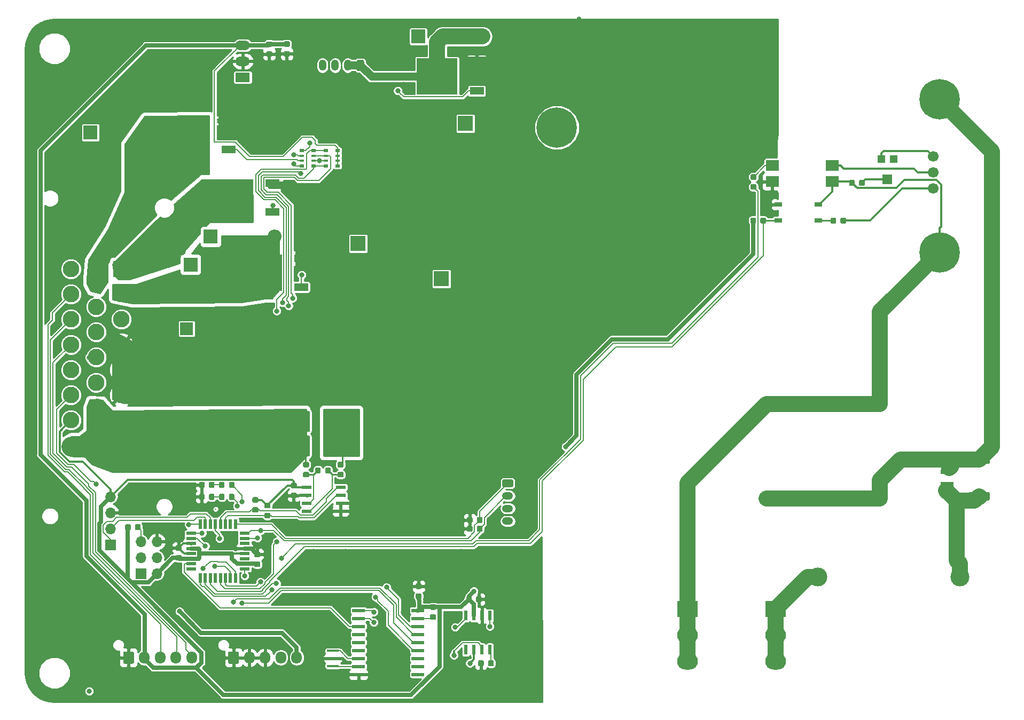
<source format=gbr>
G04 #@! TF.GenerationSoftware,KiCad,Pcbnew,(5.0.2)-1*
G04 #@! TF.CreationDate,2019-04-05T10:25:57-04:00*
G04 #@! TF.ProjectId,interface-board,696e7465-7266-4616-9365-2d626f617264,rev?*
G04 #@! TF.SameCoordinates,Original*
G04 #@! TF.FileFunction,Copper,L1,Top*
G04 #@! TF.FilePolarity,Positive*
%FSLAX46Y46*%
G04 Gerber Fmt 4.6, Leading zero omitted, Abs format (unit mm)*
G04 Created by KiCad (PCBNEW (5.0.2)-1) date 4/5/2019 10:25:57 AM*
%MOMM*%
%LPD*%
G01*
G04 APERTURE LIST*
G04 #@! TA.AperFunction,ComponentPad*
%ADD10O,1.700000X1.950000*%
G04 #@! TD*
G04 #@! TA.AperFunction,Conductor*
%ADD11C,0.100000*%
G04 #@! TD*
G04 #@! TA.AperFunction,ComponentPad*
%ADD12C,1.700000*%
G04 #@! TD*
G04 #@! TA.AperFunction,ComponentPad*
%ADD13R,1.700000X1.700000*%
G04 #@! TD*
G04 #@! TA.AperFunction,ComponentPad*
%ADD14O,1.700000X1.700000*%
G04 #@! TD*
G04 #@! TA.AperFunction,ComponentPad*
%ADD15C,2.625000*%
G04 #@! TD*
G04 #@! TA.AperFunction,ComponentPad*
%ADD16R,2.625000X2.625000*%
G04 #@! TD*
G04 #@! TA.AperFunction,ComponentPad*
%ADD17O,1.200000X1.750000*%
G04 #@! TD*
G04 #@! TA.AperFunction,ComponentPad*
%ADD18C,1.200000*%
G04 #@! TD*
G04 #@! TA.AperFunction,ComponentPad*
%ADD19O,1.750000X1.200000*%
G04 #@! TD*
G04 #@! TA.AperFunction,ComponentPad*
%ADD20C,6.400000*%
G04 #@! TD*
G04 #@! TA.AperFunction,ComponentPad*
%ADD21C,1.699848*%
G04 #@! TD*
G04 #@! TA.AperFunction,ComponentPad*
%ADD22C,0.800000*%
G04 #@! TD*
G04 #@! TA.AperFunction,SMDPad,CuDef*
%ADD23R,1.200000X0.800000*%
G04 #@! TD*
G04 #@! TA.AperFunction,SMDPad,CuDef*
%ADD24R,1.600000X1.500000*%
G04 #@! TD*
G04 #@! TA.AperFunction,SMDPad,CuDef*
%ADD25R,1.200000X1.200000*%
G04 #@! TD*
G04 #@! TA.AperFunction,SMDPad,CuDef*
%ADD26C,0.875000*%
G04 #@! TD*
G04 #@! TA.AperFunction,ComponentPad*
%ADD27C,2.400000*%
G04 #@! TD*
G04 #@! TA.AperFunction,ComponentPad*
%ADD28R,2.400000X2.400000*%
G04 #@! TD*
G04 #@! TA.AperFunction,ComponentPad*
%ADD29O,2.200000X2.200000*%
G04 #@! TD*
G04 #@! TA.AperFunction,ComponentPad*
%ADD30R,2.200000X2.200000*%
G04 #@! TD*
G04 #@! TA.AperFunction,SMDPad,CuDef*
%ADD31R,2.000000X0.800000*%
G04 #@! TD*
G04 #@! TA.AperFunction,SMDPad,CuDef*
%ADD32R,6.400000X5.800000*%
G04 #@! TD*
G04 #@! TA.AperFunction,SMDPad,CuDef*
%ADD33R,2.200000X1.200000*%
G04 #@! TD*
G04 #@! TA.AperFunction,SMDPad,CuDef*
%ADD34C,1.350000*%
G04 #@! TD*
G04 #@! TA.AperFunction,SMDPad,CuDef*
%ADD35R,0.600000X1.550000*%
G04 #@! TD*
G04 #@! TA.AperFunction,SMDPad,CuDef*
%ADD36R,0.550000X1.600000*%
G04 #@! TD*
G04 #@! TA.AperFunction,SMDPad,CuDef*
%ADD37R,1.600000X0.550000*%
G04 #@! TD*
G04 #@! TA.AperFunction,ComponentPad*
%ADD38O,2.300000X1.500000*%
G04 #@! TD*
G04 #@! TA.AperFunction,ComponentPad*
%ADD39R,2.300000X1.500000*%
G04 #@! TD*
G04 #@! TA.AperFunction,SMDPad,CuDef*
%ADD40R,1.550000X0.600000*%
G04 #@! TD*
G04 #@! TA.AperFunction,ComponentPad*
%ADD41C,3.000000*%
G04 #@! TD*
G04 #@! TA.AperFunction,SMDPad,CuDef*
%ADD42R,2.000000X1.780000*%
G04 #@! TD*
G04 #@! TA.AperFunction,SMDPad,CuDef*
%ADD43R,0.800000X0.500000*%
G04 #@! TD*
G04 #@! TA.AperFunction,SMDPad,CuDef*
%ADD44R,0.800000X0.400000*%
G04 #@! TD*
G04 #@! TA.AperFunction,ComponentPad*
%ADD45R,2.000000X2.000000*%
G04 #@! TD*
G04 #@! TA.AperFunction,ComponentPad*
%ADD46C,2.000000*%
G04 #@! TD*
G04 #@! TA.AperFunction,ComponentPad*
%ADD47O,3.300000X2.640000*%
G04 #@! TD*
G04 #@! TA.AperFunction,ComponentPad*
%ADD48R,3.300000X2.640000*%
G04 #@! TD*
G04 #@! TA.AperFunction,SMDPad,CuDef*
%ADD49R,1.900000X0.400000*%
G04 #@! TD*
G04 #@! TA.AperFunction,SMDPad,CuDef*
%ADD50R,2.000000X0.600000*%
G04 #@! TD*
G04 #@! TA.AperFunction,ViaPad*
%ADD51C,0.800000*%
G04 #@! TD*
G04 #@! TA.AperFunction,Conductor*
%ADD52C,0.635000*%
G04 #@! TD*
G04 #@! TA.AperFunction,Conductor*
%ADD53C,0.304800*%
G04 #@! TD*
G04 #@! TA.AperFunction,Conductor*
%ADD54C,0.200000*%
G04 #@! TD*
G04 #@! TA.AperFunction,Conductor*
%ADD55C,0.203200*%
G04 #@! TD*
G04 #@! TA.AperFunction,Conductor*
%ADD56C,2.540000*%
G04 #@! TD*
G04 #@! TA.AperFunction,Conductor*
%ADD57C,0.254000*%
G04 #@! TD*
G04 #@! TA.AperFunction,Conductor*
%ADD58C,0.250000*%
G04 #@! TD*
G04 #@! TA.AperFunction,Conductor*
%ADD59C,1.270000*%
G04 #@! TD*
G04 #@! TA.AperFunction,Conductor*
%ADD60C,3.175000*%
G04 #@! TD*
G04 APERTURE END LIST*
D10*
G04 #@! TO.P,J1,5*
G04 #@! TO.N,/Main/HECS_AN1*
X86065000Y-141594000D03*
G04 #@! TO.P,J1,4*
G04 #@! TO.N,/Main/HECS_AN2*
X83565000Y-141594000D03*
G04 #@! TO.P,J1,3*
G04 #@! TO.N,/Main/HECS_AN3*
X81065000Y-141594000D03*
G04 #@! TO.P,J1,2*
G04 #@! TO.N,+5V*
X78565000Y-141594000D03*
D11*
G04 #@! TD*
G04 #@! TO.N,GND*
G04 #@! TO.C,J1*
G36*
X76689504Y-140620204D02*
X76713773Y-140623804D01*
X76737571Y-140629765D01*
X76760671Y-140638030D01*
X76782849Y-140648520D01*
X76803893Y-140661133D01*
X76823598Y-140675747D01*
X76841777Y-140692223D01*
X76858253Y-140710402D01*
X76872867Y-140730107D01*
X76885480Y-140751151D01*
X76895970Y-140773329D01*
X76904235Y-140796429D01*
X76910196Y-140820227D01*
X76913796Y-140844496D01*
X76915000Y-140869000D01*
X76915000Y-142319000D01*
X76913796Y-142343504D01*
X76910196Y-142367773D01*
X76904235Y-142391571D01*
X76895970Y-142414671D01*
X76885480Y-142436849D01*
X76872867Y-142457893D01*
X76858253Y-142477598D01*
X76841777Y-142495777D01*
X76823598Y-142512253D01*
X76803893Y-142526867D01*
X76782849Y-142539480D01*
X76760671Y-142549970D01*
X76737571Y-142558235D01*
X76713773Y-142564196D01*
X76689504Y-142567796D01*
X76665000Y-142569000D01*
X75465000Y-142569000D01*
X75440496Y-142567796D01*
X75416227Y-142564196D01*
X75392429Y-142558235D01*
X75369329Y-142549970D01*
X75347151Y-142539480D01*
X75326107Y-142526867D01*
X75306402Y-142512253D01*
X75288223Y-142495777D01*
X75271747Y-142477598D01*
X75257133Y-142457893D01*
X75244520Y-142436849D01*
X75234030Y-142414671D01*
X75225765Y-142391571D01*
X75219804Y-142367773D01*
X75216204Y-142343504D01*
X75215000Y-142319000D01*
X75215000Y-140869000D01*
X75216204Y-140844496D01*
X75219804Y-140820227D01*
X75225765Y-140796429D01*
X75234030Y-140773329D01*
X75244520Y-140751151D01*
X75257133Y-140730107D01*
X75271747Y-140710402D01*
X75288223Y-140692223D01*
X75306402Y-140675747D01*
X75326107Y-140661133D01*
X75347151Y-140648520D01*
X75369329Y-140638030D01*
X75392429Y-140629765D01*
X75416227Y-140623804D01*
X75440496Y-140620204D01*
X75465000Y-140619000D01*
X76665000Y-140619000D01*
X76689504Y-140620204D01*
X76689504Y-140620204D01*
G37*
D12*
G04 #@! TO.P,J1,1*
G04 #@! TO.N,GND*
X76065000Y-141594000D03*
G04 #@! TD*
D10*
G04 #@! TO.P,J4,5*
G04 #@! TO.N,+12V*
X102710000Y-141605000D03*
G04 #@! TO.P,J4,4*
G04 #@! TO.N,/Main/IMD_OK*
X100210000Y-141605000D03*
G04 #@! TO.P,J4,3*
G04 #@! TO.N,GND*
X97710000Y-141605000D03*
G04 #@! TO.P,J4,2*
X95210000Y-141605000D03*
D11*
G04 #@! TD*
G04 #@! TO.N,GND*
G04 #@! TO.C,J4*
G36*
X93334504Y-140631204D02*
X93358773Y-140634804D01*
X93382571Y-140640765D01*
X93405671Y-140649030D01*
X93427849Y-140659520D01*
X93448893Y-140672133D01*
X93468598Y-140686747D01*
X93486777Y-140703223D01*
X93503253Y-140721402D01*
X93517867Y-140741107D01*
X93530480Y-140762151D01*
X93540970Y-140784329D01*
X93549235Y-140807429D01*
X93555196Y-140831227D01*
X93558796Y-140855496D01*
X93560000Y-140880000D01*
X93560000Y-142330000D01*
X93558796Y-142354504D01*
X93555196Y-142378773D01*
X93549235Y-142402571D01*
X93540970Y-142425671D01*
X93530480Y-142447849D01*
X93517867Y-142468893D01*
X93503253Y-142488598D01*
X93486777Y-142506777D01*
X93468598Y-142523253D01*
X93448893Y-142537867D01*
X93427849Y-142550480D01*
X93405671Y-142560970D01*
X93382571Y-142569235D01*
X93358773Y-142575196D01*
X93334504Y-142578796D01*
X93310000Y-142580000D01*
X92110000Y-142580000D01*
X92085496Y-142578796D01*
X92061227Y-142575196D01*
X92037429Y-142569235D01*
X92014329Y-142560970D01*
X91992151Y-142550480D01*
X91971107Y-142537867D01*
X91951402Y-142523253D01*
X91933223Y-142506777D01*
X91916747Y-142488598D01*
X91902133Y-142468893D01*
X91889520Y-142447849D01*
X91879030Y-142425671D01*
X91870765Y-142402571D01*
X91864804Y-142378773D01*
X91861204Y-142354504D01*
X91860000Y-142330000D01*
X91860000Y-140880000D01*
X91861204Y-140855496D01*
X91864804Y-140831227D01*
X91870765Y-140807429D01*
X91879030Y-140784329D01*
X91889520Y-140762151D01*
X91902133Y-140741107D01*
X91916747Y-140721402D01*
X91933223Y-140703223D01*
X91951402Y-140686747D01*
X91971107Y-140672133D01*
X91992151Y-140659520D01*
X92014329Y-140649030D01*
X92037429Y-140640765D01*
X92061227Y-140634804D01*
X92085496Y-140631204D01*
X92110000Y-140630000D01*
X93310000Y-140630000D01*
X93334504Y-140631204D01*
X93334504Y-140631204D01*
G37*
D12*
G04 #@! TO.P,J4,1*
G04 #@! TO.N,GND*
X92710000Y-141605000D03*
G04 #@! TD*
D13*
G04 #@! TO.P,J15,1*
G04 #@! TO.N,/Main/sheet5C830476/MISO*
X78027000Y-128278000D03*
D14*
G04 #@! TO.P,J15,2*
G04 #@! TO.N,+5V*
X80567000Y-128278000D03*
G04 #@! TO.P,J15,3*
G04 #@! TO.N,/Main/sheet5C830476/SCK*
X78027000Y-125738000D03*
G04 #@! TO.P,J15,4*
G04 #@! TO.N,/Main/sheet5C830476/MOSI*
X80567000Y-125738000D03*
G04 #@! TO.P,J15,5*
G04 #@! TO.N,/Main/sheet5C830476/RESET*
X78027000Y-123198000D03*
G04 #@! TO.P,J15,6*
G04 #@! TO.N,GND*
X80567000Y-123198000D03*
G04 #@! TD*
D15*
G04 #@! TO.P,J16,23*
G04 #@! TO.N,/Main/SHDN_LOOP_OUT*
X66930000Y-107950000D03*
G04 #@! TO.P,J16,22*
G04 #@! TO.N,+5V*
X66930000Y-103950000D03*
G04 #@! TO.P,J16,21*
G04 #@! TO.N,/Main/TEMP_1*
X66930000Y-99950000D03*
G04 #@! TO.P,J16,20*
G04 #@! TO.N,/Main/IMD_OK*
X66930000Y-95950000D03*
G04 #@! TO.P,J16,19*
G04 #@! TO.N,/Main/HECS_AN1*
X66930000Y-91950000D03*
G04 #@! TO.P,J16,18*
G04 #@! TO.N,/Main/HECS_AN2*
X66930000Y-87950000D03*
G04 #@! TO.P,J16,17*
G04 #@! TO.N,/Main/HECS_AN3*
X66930000Y-83950000D03*
G04 #@! TO.P,J16,16*
G04 #@! TO.N,N/C*
X66930000Y-79950000D03*
G04 #@! TO.P,J16,15*
G04 #@! TO.N,/Main/SHDN_LOOP_OUT*
X70930000Y-105950000D03*
G04 #@! TO.P,J16,14*
X70930000Y-101950000D03*
G04 #@! TO.P,J16,13*
G04 #@! TO.N,/Main/CAN+*
X70930000Y-97950000D03*
G04 #@! TO.P,J16,12*
G04 #@! TO.N,/Main/CAN-*
X70930000Y-93950000D03*
G04 #@! TO.P,J16,11*
G04 #@! TO.N,N/C*
X70930000Y-89950000D03*
G04 #@! TO.P,J16,10*
G04 #@! TO.N,+12V*
X70930000Y-85950000D03*
G04 #@! TO.P,J16,9*
G04 #@! TO.N,/Main/FANOUT2*
X70930000Y-81950000D03*
G04 #@! TO.P,J16,8*
G04 #@! TO.N,/Main/SHDN_LOOP_OUT*
X74930000Y-107950000D03*
G04 #@! TO.P,J16,7*
X74930000Y-103950000D03*
G04 #@! TO.P,J16,6*
G04 #@! TO.N,GND*
X74930000Y-99950000D03*
G04 #@! TO.P,J16,5*
X74930000Y-95950000D03*
G04 #@! TO.P,J16,4*
X74930000Y-91950000D03*
G04 #@! TO.P,J16,3*
G04 #@! TO.N,+12V*
X74930000Y-87950000D03*
G04 #@! TO.P,J16,2*
G04 #@! TO.N,/Main/FANOUT3*
X74930000Y-83950000D03*
D16*
G04 #@! TO.P,J16,1*
G04 #@! TO.N,/Main/FANOUT1*
X74930000Y-79950000D03*
G04 #@! TD*
D17*
G04 #@! TO.P,J2,4*
G04 #@! TO.N,+12V*
X106801691Y-47650691D03*
G04 #@! TO.P,J2,3*
X108801691Y-47650691D03*
G04 #@! TO.P,J2,2*
G04 #@! TO.N,/Main/FANOUT0*
X110801691Y-47650691D03*
D11*
G04 #@! TD*
G04 #@! TO.N,/Main/FANOUT0*
G04 #@! TO.C,J2*
G36*
X113176196Y-46776895D02*
X113200464Y-46780495D01*
X113224263Y-46786456D01*
X113247362Y-46794721D01*
X113269541Y-46805211D01*
X113290584Y-46817823D01*
X113310290Y-46832438D01*
X113328468Y-46848914D01*
X113344944Y-46867092D01*
X113359559Y-46886798D01*
X113372171Y-46907841D01*
X113382661Y-46930020D01*
X113390926Y-46953119D01*
X113396887Y-46976918D01*
X113400487Y-47001186D01*
X113401691Y-47025690D01*
X113401691Y-48275692D01*
X113400487Y-48300196D01*
X113396887Y-48324464D01*
X113390926Y-48348263D01*
X113382661Y-48371362D01*
X113372171Y-48393541D01*
X113359559Y-48414584D01*
X113344944Y-48434290D01*
X113328468Y-48452468D01*
X113310290Y-48468944D01*
X113290584Y-48483559D01*
X113269541Y-48496171D01*
X113247362Y-48506661D01*
X113224263Y-48514926D01*
X113200464Y-48520887D01*
X113176196Y-48524487D01*
X113151692Y-48525691D01*
X112451690Y-48525691D01*
X112427186Y-48524487D01*
X112402918Y-48520887D01*
X112379119Y-48514926D01*
X112356020Y-48506661D01*
X112333841Y-48496171D01*
X112312798Y-48483559D01*
X112293092Y-48468944D01*
X112274914Y-48452468D01*
X112258438Y-48434290D01*
X112243823Y-48414584D01*
X112231211Y-48393541D01*
X112220721Y-48371362D01*
X112212456Y-48348263D01*
X112206495Y-48324464D01*
X112202895Y-48300196D01*
X112201691Y-48275692D01*
X112201691Y-47025690D01*
X112202895Y-47001186D01*
X112206495Y-46976918D01*
X112212456Y-46953119D01*
X112220721Y-46930020D01*
X112231211Y-46907841D01*
X112243823Y-46886798D01*
X112258438Y-46867092D01*
X112274914Y-46848914D01*
X112293092Y-46832438D01*
X112312798Y-46817823D01*
X112333841Y-46805211D01*
X112356020Y-46794721D01*
X112379119Y-46786456D01*
X112402918Y-46780495D01*
X112427186Y-46776895D01*
X112451690Y-46775691D01*
X113151692Y-46775691D01*
X113176196Y-46776895D01*
X113176196Y-46776895D01*
G37*
D18*
G04 #@! TO.P,J2,1*
G04 #@! TO.N,/Main/FANOUT0*
X112801691Y-47650691D03*
G04 #@! TD*
D19*
G04 #@! TO.P,J3,4*
G04 #@! TO.N,+5V*
X136169691Y-119944691D03*
G04 #@! TO.P,J3,3*
X136169691Y-117944691D03*
G04 #@! TO.P,J3,2*
G04 #@! TO.N,/Main/TEMP_1*
X136169691Y-115944691D03*
D11*
G04 #@! TD*
G04 #@! TO.N,/Main/TEMP_2*
G04 #@! TO.C,J3*
G36*
X136819196Y-113345895D02*
X136843464Y-113349495D01*
X136867263Y-113355456D01*
X136890362Y-113363721D01*
X136912541Y-113374211D01*
X136933584Y-113386823D01*
X136953290Y-113401438D01*
X136971468Y-113417914D01*
X136987944Y-113436092D01*
X137002559Y-113455798D01*
X137015171Y-113476841D01*
X137025661Y-113499020D01*
X137033926Y-113522119D01*
X137039887Y-113545918D01*
X137043487Y-113570186D01*
X137044691Y-113594690D01*
X137044691Y-114294692D01*
X137043487Y-114319196D01*
X137039887Y-114343464D01*
X137033926Y-114367263D01*
X137025661Y-114390362D01*
X137015171Y-114412541D01*
X137002559Y-114433584D01*
X136987944Y-114453290D01*
X136971468Y-114471468D01*
X136953290Y-114487944D01*
X136933584Y-114502559D01*
X136912541Y-114515171D01*
X136890362Y-114525661D01*
X136867263Y-114533926D01*
X136843464Y-114539887D01*
X136819196Y-114543487D01*
X136794692Y-114544691D01*
X135544690Y-114544691D01*
X135520186Y-114543487D01*
X135495918Y-114539887D01*
X135472119Y-114533926D01*
X135449020Y-114525661D01*
X135426841Y-114515171D01*
X135405798Y-114502559D01*
X135386092Y-114487944D01*
X135367914Y-114471468D01*
X135351438Y-114453290D01*
X135336823Y-114433584D01*
X135324211Y-114412541D01*
X135313721Y-114390362D01*
X135305456Y-114367263D01*
X135299495Y-114343464D01*
X135295895Y-114319196D01*
X135294691Y-114294692D01*
X135294691Y-113594690D01*
X135295895Y-113570186D01*
X135299495Y-113545918D01*
X135305456Y-113522119D01*
X135313721Y-113499020D01*
X135324211Y-113476841D01*
X135336823Y-113455798D01*
X135351438Y-113436092D01*
X135367914Y-113417914D01*
X135386092Y-113401438D01*
X135405798Y-113386823D01*
X135426841Y-113374211D01*
X135449020Y-113363721D01*
X135472119Y-113355456D01*
X135495918Y-113349495D01*
X135520186Y-113345895D01*
X135544690Y-113344691D01*
X136794692Y-113344691D01*
X136819196Y-113345895D01*
X136819196Y-113345895D01*
G37*
D18*
G04 #@! TO.P,J3,1*
G04 #@! TO.N,/Main/TEMP_2*
X136169691Y-113944691D03*
G04 #@! TD*
D20*
G04 #@! TO.P,U5,1*
G04 #@! TO.N,Net-(C10-Pad1)*
X204664000Y-53071000D03*
G04 #@! TO.P,U5,5*
G04 #@! TO.N,/Main/HV-*
X204618280Y-77328000D03*
G04 #@! TO.P,U5,8*
G04 #@! TO.N,GND*
X143958000Y-73010000D03*
G04 #@! TO.P,U5,9*
G04 #@! TO.N,Net-(C2-Pad1)*
X143958000Y-57516000D03*
D21*
G04 #@! TO.P,U5,2*
G04 #@! TO.N,/Main/sheet5C830478/TRIM_HV*
X203648000Y-62088000D03*
G04 #@! TO.P,U5,3*
G04 #@! TO.N,/Main/sheet5C830478/EN_HV*
X203648000Y-64628000D03*
G04 #@! TO.P,U5,4*
G04 #@! TO.N,/Main/sheet5C830478/FAULT_HV*
X203648000Y-67168000D03*
D22*
G04 #@! TO.P,U5,1*
G04 #@! TO.N,Net-(C10-Pad1)*
X204664000Y-50658000D03*
X206370249Y-51364751D03*
X207077000Y-53071000D03*
X206370249Y-54777249D03*
X204664000Y-55484000D03*
X202957751Y-54777249D03*
X202251000Y-53071000D03*
X202957751Y-51364751D03*
G04 #@! TO.P,U5,5*
G04 #@! TO.N,/Main/HV-*
X204664000Y-74915000D03*
X206356858Y-75654080D03*
X207031280Y-77373720D03*
X206292200Y-79066578D03*
X204572560Y-79741000D03*
X202879702Y-79001920D03*
X202205280Y-77282280D03*
X202944360Y-75589422D03*
G04 #@! TO.P,U5,9*
G04 #@! TO.N,Net-(C2-Pad1)*
X143958000Y-55103000D03*
X145664249Y-55809751D03*
X146371000Y-57516000D03*
X145664249Y-59222249D03*
X143958000Y-59929000D03*
X142251751Y-59222249D03*
X141545000Y-57516000D03*
X142251751Y-55809751D03*
G04 #@! TO.P,U5,8*
G04 #@! TO.N,GND*
X143958000Y-70597000D03*
X145664249Y-71303751D03*
X146371000Y-73010000D03*
X145664249Y-74716249D03*
X143958000Y-75423000D03*
X142251751Y-74716249D03*
X141545000Y-73010000D03*
X142251751Y-71303751D03*
G04 #@! TD*
D23*
G04 #@! TO.P,U9,1*
G04 #@! TO.N,Net-(R19-Pad1)*
X185390000Y-72269000D03*
G04 #@! TO.P,U9,6*
G04 #@! TO.N,/Main/DC_DC_FAULT*
X179090000Y-72269000D03*
G04 #@! TO.P,U9,3*
G04 #@! TO.N,/Main/HV-*
X185390000Y-69729000D03*
G04 #@! TO.P,U9,4*
G04 #@! TO.N,GND*
X179090000Y-69729000D03*
G04 #@! TD*
D24*
G04 #@! TO.P,RV1,2*
G04 #@! TO.N,Net-(R18-Pad1)*
X196358000Y-65734000D03*
D25*
G04 #@! TO.P,RV1,3*
G04 #@! TO.N,/Main/sheet5C830478/TRIM_HV*
X195358000Y-62484000D03*
G04 #@! TO.P,RV1,1*
G04 #@! TO.N,N/C*
X197358000Y-62484000D03*
G04 #@! TD*
D14*
G04 #@! TO.P,J11,4*
G04 #@! TO.N,+5V*
X73201000Y-116086000D03*
G04 #@! TO.P,J11,3*
G04 #@! TO.N,GND*
X73201000Y-118626000D03*
G04 #@! TO.P,J11,2*
G04 #@! TO.N,/Main/UART_TX*
X73201000Y-121166000D03*
D13*
G04 #@! TO.P,J11,1*
G04 #@! TO.N,/Main/UART_RX*
X73201000Y-123706000D03*
G04 #@! TD*
D11*
G04 #@! TO.N,GND*
G04 #@! TO.C,C3*
G36*
X122324691Y-129840053D02*
X122345926Y-129843203D01*
X122366750Y-129848419D01*
X122386962Y-129855651D01*
X122406368Y-129864830D01*
X122424781Y-129875866D01*
X122442024Y-129888654D01*
X122457930Y-129903070D01*
X122472346Y-129918976D01*
X122485134Y-129936219D01*
X122496170Y-129954632D01*
X122505349Y-129974038D01*
X122512581Y-129994250D01*
X122517797Y-130015074D01*
X122520947Y-130036309D01*
X122522000Y-130057750D01*
X122522000Y-130495250D01*
X122520947Y-130516691D01*
X122517797Y-130537926D01*
X122512581Y-130558750D01*
X122505349Y-130578962D01*
X122496170Y-130598368D01*
X122485134Y-130616781D01*
X122472346Y-130634024D01*
X122457930Y-130649930D01*
X122442024Y-130664346D01*
X122424781Y-130677134D01*
X122406368Y-130688170D01*
X122386962Y-130697349D01*
X122366750Y-130704581D01*
X122345926Y-130709797D01*
X122324691Y-130712947D01*
X122303250Y-130714000D01*
X121790750Y-130714000D01*
X121769309Y-130712947D01*
X121748074Y-130709797D01*
X121727250Y-130704581D01*
X121707038Y-130697349D01*
X121687632Y-130688170D01*
X121669219Y-130677134D01*
X121651976Y-130664346D01*
X121636070Y-130649930D01*
X121621654Y-130634024D01*
X121608866Y-130616781D01*
X121597830Y-130598368D01*
X121588651Y-130578962D01*
X121581419Y-130558750D01*
X121576203Y-130537926D01*
X121573053Y-130516691D01*
X121572000Y-130495250D01*
X121572000Y-130057750D01*
X121573053Y-130036309D01*
X121576203Y-130015074D01*
X121581419Y-129994250D01*
X121588651Y-129974038D01*
X121597830Y-129954632D01*
X121608866Y-129936219D01*
X121621654Y-129918976D01*
X121636070Y-129903070D01*
X121651976Y-129888654D01*
X121669219Y-129875866D01*
X121687632Y-129864830D01*
X121707038Y-129855651D01*
X121727250Y-129848419D01*
X121748074Y-129843203D01*
X121769309Y-129840053D01*
X121790750Y-129839000D01*
X122303250Y-129839000D01*
X122324691Y-129840053D01*
X122324691Y-129840053D01*
G37*
D26*
G04 #@! TD*
G04 #@! TO.P,C3,2*
G04 #@! TO.N,GND*
X122047000Y-130276500D03*
D11*
G04 #@! TO.N,+5V*
G04 #@! TO.C,C3*
G36*
X122324691Y-131415053D02*
X122345926Y-131418203D01*
X122366750Y-131423419D01*
X122386962Y-131430651D01*
X122406368Y-131439830D01*
X122424781Y-131450866D01*
X122442024Y-131463654D01*
X122457930Y-131478070D01*
X122472346Y-131493976D01*
X122485134Y-131511219D01*
X122496170Y-131529632D01*
X122505349Y-131549038D01*
X122512581Y-131569250D01*
X122517797Y-131590074D01*
X122520947Y-131611309D01*
X122522000Y-131632750D01*
X122522000Y-132070250D01*
X122520947Y-132091691D01*
X122517797Y-132112926D01*
X122512581Y-132133750D01*
X122505349Y-132153962D01*
X122496170Y-132173368D01*
X122485134Y-132191781D01*
X122472346Y-132209024D01*
X122457930Y-132224930D01*
X122442024Y-132239346D01*
X122424781Y-132252134D01*
X122406368Y-132263170D01*
X122386962Y-132272349D01*
X122366750Y-132279581D01*
X122345926Y-132284797D01*
X122324691Y-132287947D01*
X122303250Y-132289000D01*
X121790750Y-132289000D01*
X121769309Y-132287947D01*
X121748074Y-132284797D01*
X121727250Y-132279581D01*
X121707038Y-132272349D01*
X121687632Y-132263170D01*
X121669219Y-132252134D01*
X121651976Y-132239346D01*
X121636070Y-132224930D01*
X121621654Y-132209024D01*
X121608866Y-132191781D01*
X121597830Y-132173368D01*
X121588651Y-132153962D01*
X121581419Y-132133750D01*
X121576203Y-132112926D01*
X121573053Y-132091691D01*
X121572000Y-132070250D01*
X121572000Y-131632750D01*
X121573053Y-131611309D01*
X121576203Y-131590074D01*
X121581419Y-131569250D01*
X121588651Y-131549038D01*
X121597830Y-131529632D01*
X121608866Y-131511219D01*
X121621654Y-131493976D01*
X121636070Y-131478070D01*
X121651976Y-131463654D01*
X121669219Y-131450866D01*
X121687632Y-131439830D01*
X121707038Y-131430651D01*
X121727250Y-131423419D01*
X121748074Y-131418203D01*
X121769309Y-131415053D01*
X121790750Y-131414000D01*
X122303250Y-131414000D01*
X122324691Y-131415053D01*
X122324691Y-131415053D01*
G37*
D26*
G04 #@! TD*
G04 #@! TO.P,C3,1*
G04 #@! TO.N,+5V*
X122047000Y-131851500D03*
D11*
G04 #@! TO.N,GND*
G04 #@! TO.C,C4*
G36*
X131837691Y-131860053D02*
X131858926Y-131863203D01*
X131879750Y-131868419D01*
X131899962Y-131875651D01*
X131919368Y-131884830D01*
X131937781Y-131895866D01*
X131955024Y-131908654D01*
X131970930Y-131923070D01*
X131985346Y-131938976D01*
X131998134Y-131956219D01*
X132009170Y-131974632D01*
X132018349Y-131994038D01*
X132025581Y-132014250D01*
X132030797Y-132035074D01*
X132033947Y-132056309D01*
X132035000Y-132077750D01*
X132035000Y-132590250D01*
X132033947Y-132611691D01*
X132030797Y-132632926D01*
X132025581Y-132653750D01*
X132018349Y-132673962D01*
X132009170Y-132693368D01*
X131998134Y-132711781D01*
X131985346Y-132729024D01*
X131970930Y-132744930D01*
X131955024Y-132759346D01*
X131937781Y-132772134D01*
X131919368Y-132783170D01*
X131899962Y-132792349D01*
X131879750Y-132799581D01*
X131858926Y-132804797D01*
X131837691Y-132807947D01*
X131816250Y-132809000D01*
X131378750Y-132809000D01*
X131357309Y-132807947D01*
X131336074Y-132804797D01*
X131315250Y-132799581D01*
X131295038Y-132792349D01*
X131275632Y-132783170D01*
X131257219Y-132772134D01*
X131239976Y-132759346D01*
X131224070Y-132744930D01*
X131209654Y-132729024D01*
X131196866Y-132711781D01*
X131185830Y-132693368D01*
X131176651Y-132673962D01*
X131169419Y-132653750D01*
X131164203Y-132632926D01*
X131161053Y-132611691D01*
X131160000Y-132590250D01*
X131160000Y-132077750D01*
X131161053Y-132056309D01*
X131164203Y-132035074D01*
X131169419Y-132014250D01*
X131176651Y-131994038D01*
X131185830Y-131974632D01*
X131196866Y-131956219D01*
X131209654Y-131938976D01*
X131224070Y-131923070D01*
X131239976Y-131908654D01*
X131257219Y-131895866D01*
X131275632Y-131884830D01*
X131295038Y-131875651D01*
X131315250Y-131868419D01*
X131336074Y-131863203D01*
X131357309Y-131860053D01*
X131378750Y-131859000D01*
X131816250Y-131859000D01*
X131837691Y-131860053D01*
X131837691Y-131860053D01*
G37*
D26*
G04 #@! TD*
G04 #@! TO.P,C4,2*
G04 #@! TO.N,GND*
X131597500Y-132334000D03*
D11*
G04 #@! TO.N,+5V*
G04 #@! TO.C,C4*
G36*
X130262691Y-131860053D02*
X130283926Y-131863203D01*
X130304750Y-131868419D01*
X130324962Y-131875651D01*
X130344368Y-131884830D01*
X130362781Y-131895866D01*
X130380024Y-131908654D01*
X130395930Y-131923070D01*
X130410346Y-131938976D01*
X130423134Y-131956219D01*
X130434170Y-131974632D01*
X130443349Y-131994038D01*
X130450581Y-132014250D01*
X130455797Y-132035074D01*
X130458947Y-132056309D01*
X130460000Y-132077750D01*
X130460000Y-132590250D01*
X130458947Y-132611691D01*
X130455797Y-132632926D01*
X130450581Y-132653750D01*
X130443349Y-132673962D01*
X130434170Y-132693368D01*
X130423134Y-132711781D01*
X130410346Y-132729024D01*
X130395930Y-132744930D01*
X130380024Y-132759346D01*
X130362781Y-132772134D01*
X130344368Y-132783170D01*
X130324962Y-132792349D01*
X130304750Y-132799581D01*
X130283926Y-132804797D01*
X130262691Y-132807947D01*
X130241250Y-132809000D01*
X129803750Y-132809000D01*
X129782309Y-132807947D01*
X129761074Y-132804797D01*
X129740250Y-132799581D01*
X129720038Y-132792349D01*
X129700632Y-132783170D01*
X129682219Y-132772134D01*
X129664976Y-132759346D01*
X129649070Y-132744930D01*
X129634654Y-132729024D01*
X129621866Y-132711781D01*
X129610830Y-132693368D01*
X129601651Y-132673962D01*
X129594419Y-132653750D01*
X129589203Y-132632926D01*
X129586053Y-132611691D01*
X129585000Y-132590250D01*
X129585000Y-132077750D01*
X129586053Y-132056309D01*
X129589203Y-132035074D01*
X129594419Y-132014250D01*
X129601651Y-131994038D01*
X129610830Y-131974632D01*
X129621866Y-131956219D01*
X129634654Y-131938976D01*
X129649070Y-131923070D01*
X129664976Y-131908654D01*
X129682219Y-131895866D01*
X129700632Y-131884830D01*
X129720038Y-131875651D01*
X129740250Y-131868419D01*
X129761074Y-131863203D01*
X129782309Y-131860053D01*
X129803750Y-131859000D01*
X130241250Y-131859000D01*
X130262691Y-131860053D01*
X130262691Y-131860053D01*
G37*
D26*
G04 #@! TD*
G04 #@! TO.P,C4,1*
G04 #@! TO.N,+5V*
X130022500Y-132334000D03*
D11*
G04 #@! TO.N,GND*
G04 #@! TO.C,C7*
G36*
X96738691Y-124786053D02*
X96759926Y-124789203D01*
X96780750Y-124794419D01*
X96800962Y-124801651D01*
X96820368Y-124810830D01*
X96838781Y-124821866D01*
X96856024Y-124834654D01*
X96871930Y-124849070D01*
X96886346Y-124864976D01*
X96899134Y-124882219D01*
X96910170Y-124900632D01*
X96919349Y-124920038D01*
X96926581Y-124940250D01*
X96931797Y-124961074D01*
X96934947Y-124982309D01*
X96936000Y-125003750D01*
X96936000Y-125441250D01*
X96934947Y-125462691D01*
X96931797Y-125483926D01*
X96926581Y-125504750D01*
X96919349Y-125524962D01*
X96910170Y-125544368D01*
X96899134Y-125562781D01*
X96886346Y-125580024D01*
X96871930Y-125595930D01*
X96856024Y-125610346D01*
X96838781Y-125623134D01*
X96820368Y-125634170D01*
X96800962Y-125643349D01*
X96780750Y-125650581D01*
X96759926Y-125655797D01*
X96738691Y-125658947D01*
X96717250Y-125660000D01*
X96204750Y-125660000D01*
X96183309Y-125658947D01*
X96162074Y-125655797D01*
X96141250Y-125650581D01*
X96121038Y-125643349D01*
X96101632Y-125634170D01*
X96083219Y-125623134D01*
X96065976Y-125610346D01*
X96050070Y-125595930D01*
X96035654Y-125580024D01*
X96022866Y-125562781D01*
X96011830Y-125544368D01*
X96002651Y-125524962D01*
X95995419Y-125504750D01*
X95990203Y-125483926D01*
X95987053Y-125462691D01*
X95986000Y-125441250D01*
X95986000Y-125003750D01*
X95987053Y-124982309D01*
X95990203Y-124961074D01*
X95995419Y-124940250D01*
X96002651Y-124920038D01*
X96011830Y-124900632D01*
X96022866Y-124882219D01*
X96035654Y-124864976D01*
X96050070Y-124849070D01*
X96065976Y-124834654D01*
X96083219Y-124821866D01*
X96101632Y-124810830D01*
X96121038Y-124801651D01*
X96141250Y-124794419D01*
X96162074Y-124789203D01*
X96183309Y-124786053D01*
X96204750Y-124785000D01*
X96717250Y-124785000D01*
X96738691Y-124786053D01*
X96738691Y-124786053D01*
G37*
D26*
G04 #@! TD*
G04 #@! TO.P,C7,2*
G04 #@! TO.N,GND*
X96461000Y-125222500D03*
D11*
G04 #@! TO.N,+5V*
G04 #@! TO.C,C7*
G36*
X96738691Y-126361053D02*
X96759926Y-126364203D01*
X96780750Y-126369419D01*
X96800962Y-126376651D01*
X96820368Y-126385830D01*
X96838781Y-126396866D01*
X96856024Y-126409654D01*
X96871930Y-126424070D01*
X96886346Y-126439976D01*
X96899134Y-126457219D01*
X96910170Y-126475632D01*
X96919349Y-126495038D01*
X96926581Y-126515250D01*
X96931797Y-126536074D01*
X96934947Y-126557309D01*
X96936000Y-126578750D01*
X96936000Y-127016250D01*
X96934947Y-127037691D01*
X96931797Y-127058926D01*
X96926581Y-127079750D01*
X96919349Y-127099962D01*
X96910170Y-127119368D01*
X96899134Y-127137781D01*
X96886346Y-127155024D01*
X96871930Y-127170930D01*
X96856024Y-127185346D01*
X96838781Y-127198134D01*
X96820368Y-127209170D01*
X96800962Y-127218349D01*
X96780750Y-127225581D01*
X96759926Y-127230797D01*
X96738691Y-127233947D01*
X96717250Y-127235000D01*
X96204750Y-127235000D01*
X96183309Y-127233947D01*
X96162074Y-127230797D01*
X96141250Y-127225581D01*
X96121038Y-127218349D01*
X96101632Y-127209170D01*
X96083219Y-127198134D01*
X96065976Y-127185346D01*
X96050070Y-127170930D01*
X96035654Y-127155024D01*
X96022866Y-127137781D01*
X96011830Y-127119368D01*
X96002651Y-127099962D01*
X95995419Y-127079750D01*
X95990203Y-127058926D01*
X95987053Y-127037691D01*
X95986000Y-127016250D01*
X95986000Y-126578750D01*
X95987053Y-126557309D01*
X95990203Y-126536074D01*
X95995419Y-126515250D01*
X96002651Y-126495038D01*
X96011830Y-126475632D01*
X96022866Y-126457219D01*
X96035654Y-126439976D01*
X96050070Y-126424070D01*
X96065976Y-126409654D01*
X96083219Y-126396866D01*
X96101632Y-126385830D01*
X96121038Y-126376651D01*
X96141250Y-126369419D01*
X96162074Y-126364203D01*
X96183309Y-126361053D01*
X96204750Y-126360000D01*
X96717250Y-126360000D01*
X96738691Y-126361053D01*
X96738691Y-126361053D01*
G37*
D26*
G04 #@! TD*
G04 #@! TO.P,C7,1*
G04 #@! TO.N,+5V*
X96461000Y-126797500D03*
D11*
G04 #@! TO.N,GND*
G04 #@! TO.C,C8*
G36*
X84292691Y-123770053D02*
X84313926Y-123773203D01*
X84334750Y-123778419D01*
X84354962Y-123785651D01*
X84374368Y-123794830D01*
X84392781Y-123805866D01*
X84410024Y-123818654D01*
X84425930Y-123833070D01*
X84440346Y-123848976D01*
X84453134Y-123866219D01*
X84464170Y-123884632D01*
X84473349Y-123904038D01*
X84480581Y-123924250D01*
X84485797Y-123945074D01*
X84488947Y-123966309D01*
X84490000Y-123987750D01*
X84490000Y-124425250D01*
X84488947Y-124446691D01*
X84485797Y-124467926D01*
X84480581Y-124488750D01*
X84473349Y-124508962D01*
X84464170Y-124528368D01*
X84453134Y-124546781D01*
X84440346Y-124564024D01*
X84425930Y-124579930D01*
X84410024Y-124594346D01*
X84392781Y-124607134D01*
X84374368Y-124618170D01*
X84354962Y-124627349D01*
X84334750Y-124634581D01*
X84313926Y-124639797D01*
X84292691Y-124642947D01*
X84271250Y-124644000D01*
X83758750Y-124644000D01*
X83737309Y-124642947D01*
X83716074Y-124639797D01*
X83695250Y-124634581D01*
X83675038Y-124627349D01*
X83655632Y-124618170D01*
X83637219Y-124607134D01*
X83619976Y-124594346D01*
X83604070Y-124579930D01*
X83589654Y-124564024D01*
X83576866Y-124546781D01*
X83565830Y-124528368D01*
X83556651Y-124508962D01*
X83549419Y-124488750D01*
X83544203Y-124467926D01*
X83541053Y-124446691D01*
X83540000Y-124425250D01*
X83540000Y-123987750D01*
X83541053Y-123966309D01*
X83544203Y-123945074D01*
X83549419Y-123924250D01*
X83556651Y-123904038D01*
X83565830Y-123884632D01*
X83576866Y-123866219D01*
X83589654Y-123848976D01*
X83604070Y-123833070D01*
X83619976Y-123818654D01*
X83637219Y-123805866D01*
X83655632Y-123794830D01*
X83675038Y-123785651D01*
X83695250Y-123778419D01*
X83716074Y-123773203D01*
X83737309Y-123770053D01*
X83758750Y-123769000D01*
X84271250Y-123769000D01*
X84292691Y-123770053D01*
X84292691Y-123770053D01*
G37*
D26*
G04 #@! TD*
G04 #@! TO.P,C8,2*
G04 #@! TO.N,GND*
X84015000Y-124206500D03*
D11*
G04 #@! TO.N,+5V*
G04 #@! TO.C,C8*
G36*
X84292691Y-125345053D02*
X84313926Y-125348203D01*
X84334750Y-125353419D01*
X84354962Y-125360651D01*
X84374368Y-125369830D01*
X84392781Y-125380866D01*
X84410024Y-125393654D01*
X84425930Y-125408070D01*
X84440346Y-125423976D01*
X84453134Y-125441219D01*
X84464170Y-125459632D01*
X84473349Y-125479038D01*
X84480581Y-125499250D01*
X84485797Y-125520074D01*
X84488947Y-125541309D01*
X84490000Y-125562750D01*
X84490000Y-126000250D01*
X84488947Y-126021691D01*
X84485797Y-126042926D01*
X84480581Y-126063750D01*
X84473349Y-126083962D01*
X84464170Y-126103368D01*
X84453134Y-126121781D01*
X84440346Y-126139024D01*
X84425930Y-126154930D01*
X84410024Y-126169346D01*
X84392781Y-126182134D01*
X84374368Y-126193170D01*
X84354962Y-126202349D01*
X84334750Y-126209581D01*
X84313926Y-126214797D01*
X84292691Y-126217947D01*
X84271250Y-126219000D01*
X83758750Y-126219000D01*
X83737309Y-126217947D01*
X83716074Y-126214797D01*
X83695250Y-126209581D01*
X83675038Y-126202349D01*
X83655632Y-126193170D01*
X83637219Y-126182134D01*
X83619976Y-126169346D01*
X83604070Y-126154930D01*
X83589654Y-126139024D01*
X83576866Y-126121781D01*
X83565830Y-126103368D01*
X83556651Y-126083962D01*
X83549419Y-126063750D01*
X83544203Y-126042926D01*
X83541053Y-126021691D01*
X83540000Y-126000250D01*
X83540000Y-125562750D01*
X83541053Y-125541309D01*
X83544203Y-125520074D01*
X83549419Y-125499250D01*
X83556651Y-125479038D01*
X83565830Y-125459632D01*
X83576866Y-125441219D01*
X83589654Y-125423976D01*
X83604070Y-125408070D01*
X83619976Y-125393654D01*
X83637219Y-125380866D01*
X83655632Y-125369830D01*
X83675038Y-125360651D01*
X83695250Y-125353419D01*
X83716074Y-125348203D01*
X83737309Y-125345053D01*
X83758750Y-125344000D01*
X84271250Y-125344000D01*
X84292691Y-125345053D01*
X84292691Y-125345053D01*
G37*
D26*
G04 #@! TD*
G04 #@! TO.P,C8,1*
G04 #@! TO.N,+5V*
X84015000Y-125781500D03*
D27*
G04 #@! TO.P,C9,2*
G04 #@! TO.N,/Main/HV-*
X177180000Y-101349000D03*
G04 #@! TO.P,C9,1*
G04 #@! TO.N,Net-(C10-Pad1)*
X177180000Y-116349000D03*
G04 #@! TD*
G04 #@! TO.P,C10,2*
G04 #@! TO.N,/Main/HV-*
X186180000Y-101349000D03*
G04 #@! TO.P,C10,1*
G04 #@! TO.N,Net-(C10-Pad1)*
X186180000Y-116349000D03*
G04 #@! TD*
G04 #@! TO.P,C11,2*
G04 #@! TO.N,/Main/HV-*
X195180000Y-101349000D03*
G04 #@! TO.P,C11,1*
G04 #@! TO.N,Net-(C10-Pad1)*
X195180000Y-116349000D03*
G04 #@! TD*
G04 #@! TO.P,C13,2*
G04 #@! TO.N,GND*
X112462000Y-68431000D03*
D28*
G04 #@! TO.P,C13,1*
G04 #@! TO.N,/Main/sheet5C830478/12V_OUT*
X112462000Y-75931000D03*
G04 #@! TD*
D27*
G04 #@! TO.P,C14,2*
G04 #@! TO.N,GND*
X125670000Y-89019000D03*
D28*
G04 #@! TO.P,C14,1*
G04 #@! TO.N,/Main/sheet5C830478/12V_OUT*
X125670000Y-81519000D03*
G04 #@! TD*
D11*
G04 #@! TO.N,GND*
G04 #@! TO.C,C15*
G36*
X101436691Y-45395553D02*
X101457926Y-45398703D01*
X101478750Y-45403919D01*
X101498962Y-45411151D01*
X101518368Y-45420330D01*
X101536781Y-45431366D01*
X101554024Y-45444154D01*
X101569930Y-45458570D01*
X101584346Y-45474476D01*
X101597134Y-45491719D01*
X101608170Y-45510132D01*
X101617349Y-45529538D01*
X101624581Y-45549750D01*
X101629797Y-45570574D01*
X101632947Y-45591809D01*
X101634000Y-45613250D01*
X101634000Y-46050750D01*
X101632947Y-46072191D01*
X101629797Y-46093426D01*
X101624581Y-46114250D01*
X101617349Y-46134462D01*
X101608170Y-46153868D01*
X101597134Y-46172281D01*
X101584346Y-46189524D01*
X101569930Y-46205430D01*
X101554024Y-46219846D01*
X101536781Y-46232634D01*
X101518368Y-46243670D01*
X101498962Y-46252849D01*
X101478750Y-46260081D01*
X101457926Y-46265297D01*
X101436691Y-46268447D01*
X101415250Y-46269500D01*
X100902750Y-46269500D01*
X100881309Y-46268447D01*
X100860074Y-46265297D01*
X100839250Y-46260081D01*
X100819038Y-46252849D01*
X100799632Y-46243670D01*
X100781219Y-46232634D01*
X100763976Y-46219846D01*
X100748070Y-46205430D01*
X100733654Y-46189524D01*
X100720866Y-46172281D01*
X100709830Y-46153868D01*
X100700651Y-46134462D01*
X100693419Y-46114250D01*
X100688203Y-46093426D01*
X100685053Y-46072191D01*
X100684000Y-46050750D01*
X100684000Y-45613250D01*
X100685053Y-45591809D01*
X100688203Y-45570574D01*
X100693419Y-45549750D01*
X100700651Y-45529538D01*
X100709830Y-45510132D01*
X100720866Y-45491719D01*
X100733654Y-45474476D01*
X100748070Y-45458570D01*
X100763976Y-45444154D01*
X100781219Y-45431366D01*
X100799632Y-45420330D01*
X100819038Y-45411151D01*
X100839250Y-45403919D01*
X100860074Y-45398703D01*
X100881309Y-45395553D01*
X100902750Y-45394500D01*
X101415250Y-45394500D01*
X101436691Y-45395553D01*
X101436691Y-45395553D01*
G37*
D26*
G04 #@! TD*
G04 #@! TO.P,C15,2*
G04 #@! TO.N,GND*
X101159000Y-45832000D03*
D11*
G04 #@! TO.N,+5V*
G04 #@! TO.C,C15*
G36*
X101436691Y-43820553D02*
X101457926Y-43823703D01*
X101478750Y-43828919D01*
X101498962Y-43836151D01*
X101518368Y-43845330D01*
X101536781Y-43856366D01*
X101554024Y-43869154D01*
X101569930Y-43883570D01*
X101584346Y-43899476D01*
X101597134Y-43916719D01*
X101608170Y-43935132D01*
X101617349Y-43954538D01*
X101624581Y-43974750D01*
X101629797Y-43995574D01*
X101632947Y-44016809D01*
X101634000Y-44038250D01*
X101634000Y-44475750D01*
X101632947Y-44497191D01*
X101629797Y-44518426D01*
X101624581Y-44539250D01*
X101617349Y-44559462D01*
X101608170Y-44578868D01*
X101597134Y-44597281D01*
X101584346Y-44614524D01*
X101569930Y-44630430D01*
X101554024Y-44644846D01*
X101536781Y-44657634D01*
X101518368Y-44668670D01*
X101498962Y-44677849D01*
X101478750Y-44685081D01*
X101457926Y-44690297D01*
X101436691Y-44693447D01*
X101415250Y-44694500D01*
X100902750Y-44694500D01*
X100881309Y-44693447D01*
X100860074Y-44690297D01*
X100839250Y-44685081D01*
X100819038Y-44677849D01*
X100799632Y-44668670D01*
X100781219Y-44657634D01*
X100763976Y-44644846D01*
X100748070Y-44630430D01*
X100733654Y-44614524D01*
X100720866Y-44597281D01*
X100709830Y-44578868D01*
X100700651Y-44559462D01*
X100693419Y-44539250D01*
X100688203Y-44518426D01*
X100685053Y-44497191D01*
X100684000Y-44475750D01*
X100684000Y-44038250D01*
X100685053Y-44016809D01*
X100688203Y-43995574D01*
X100693419Y-43974750D01*
X100700651Y-43954538D01*
X100709830Y-43935132D01*
X100720866Y-43916719D01*
X100733654Y-43899476D01*
X100748070Y-43883570D01*
X100763976Y-43869154D01*
X100781219Y-43856366D01*
X100799632Y-43845330D01*
X100819038Y-43836151D01*
X100839250Y-43828919D01*
X100860074Y-43823703D01*
X100881309Y-43820553D01*
X100902750Y-43819500D01*
X101415250Y-43819500D01*
X101436691Y-43820553D01*
X101436691Y-43820553D01*
G37*
D26*
G04 #@! TD*
G04 #@! TO.P,C15,1*
G04 #@! TO.N,+5V*
X101159000Y-44257000D03*
D11*
G04 #@! TO.N,Net-(C18-Pad2)*
G04 #@! TO.C,C18*
G36*
X106327691Y-111439053D02*
X106348926Y-111442203D01*
X106369750Y-111447419D01*
X106389962Y-111454651D01*
X106409368Y-111463830D01*
X106427781Y-111474866D01*
X106445024Y-111487654D01*
X106460930Y-111502070D01*
X106475346Y-111517976D01*
X106488134Y-111535219D01*
X106499170Y-111553632D01*
X106508349Y-111573038D01*
X106515581Y-111593250D01*
X106520797Y-111614074D01*
X106523947Y-111635309D01*
X106525000Y-111656750D01*
X106525000Y-112169250D01*
X106523947Y-112190691D01*
X106520797Y-112211926D01*
X106515581Y-112232750D01*
X106508349Y-112252962D01*
X106499170Y-112272368D01*
X106488134Y-112290781D01*
X106475346Y-112308024D01*
X106460930Y-112323930D01*
X106445024Y-112338346D01*
X106427781Y-112351134D01*
X106409368Y-112362170D01*
X106389962Y-112371349D01*
X106369750Y-112378581D01*
X106348926Y-112383797D01*
X106327691Y-112386947D01*
X106306250Y-112388000D01*
X105868750Y-112388000D01*
X105847309Y-112386947D01*
X105826074Y-112383797D01*
X105805250Y-112378581D01*
X105785038Y-112371349D01*
X105765632Y-112362170D01*
X105747219Y-112351134D01*
X105729976Y-112338346D01*
X105714070Y-112323930D01*
X105699654Y-112308024D01*
X105686866Y-112290781D01*
X105675830Y-112272368D01*
X105666651Y-112252962D01*
X105659419Y-112232750D01*
X105654203Y-112211926D01*
X105651053Y-112190691D01*
X105650000Y-112169250D01*
X105650000Y-111656750D01*
X105651053Y-111635309D01*
X105654203Y-111614074D01*
X105659419Y-111593250D01*
X105666651Y-111573038D01*
X105675830Y-111553632D01*
X105686866Y-111535219D01*
X105699654Y-111517976D01*
X105714070Y-111502070D01*
X105729976Y-111487654D01*
X105747219Y-111474866D01*
X105765632Y-111463830D01*
X105785038Y-111454651D01*
X105805250Y-111447419D01*
X105826074Y-111442203D01*
X105847309Y-111439053D01*
X105868750Y-111438000D01*
X106306250Y-111438000D01*
X106327691Y-111439053D01*
X106327691Y-111439053D01*
G37*
D26*
G04 #@! TD*
G04 #@! TO.P,C18,2*
G04 #@! TO.N,Net-(C18-Pad2)*
X106087500Y-111913000D03*
D11*
G04 #@! TO.N,Net-(C18-Pad1)*
G04 #@! TO.C,C18*
G36*
X107902691Y-111439053D02*
X107923926Y-111442203D01*
X107944750Y-111447419D01*
X107964962Y-111454651D01*
X107984368Y-111463830D01*
X108002781Y-111474866D01*
X108020024Y-111487654D01*
X108035930Y-111502070D01*
X108050346Y-111517976D01*
X108063134Y-111535219D01*
X108074170Y-111553632D01*
X108083349Y-111573038D01*
X108090581Y-111593250D01*
X108095797Y-111614074D01*
X108098947Y-111635309D01*
X108100000Y-111656750D01*
X108100000Y-112169250D01*
X108098947Y-112190691D01*
X108095797Y-112211926D01*
X108090581Y-112232750D01*
X108083349Y-112252962D01*
X108074170Y-112272368D01*
X108063134Y-112290781D01*
X108050346Y-112308024D01*
X108035930Y-112323930D01*
X108020024Y-112338346D01*
X108002781Y-112351134D01*
X107984368Y-112362170D01*
X107964962Y-112371349D01*
X107944750Y-112378581D01*
X107923926Y-112383797D01*
X107902691Y-112386947D01*
X107881250Y-112388000D01*
X107443750Y-112388000D01*
X107422309Y-112386947D01*
X107401074Y-112383797D01*
X107380250Y-112378581D01*
X107360038Y-112371349D01*
X107340632Y-112362170D01*
X107322219Y-112351134D01*
X107304976Y-112338346D01*
X107289070Y-112323930D01*
X107274654Y-112308024D01*
X107261866Y-112290781D01*
X107250830Y-112272368D01*
X107241651Y-112252962D01*
X107234419Y-112232750D01*
X107229203Y-112211926D01*
X107226053Y-112190691D01*
X107225000Y-112169250D01*
X107225000Y-111656750D01*
X107226053Y-111635309D01*
X107229203Y-111614074D01*
X107234419Y-111593250D01*
X107241651Y-111573038D01*
X107250830Y-111553632D01*
X107261866Y-111535219D01*
X107274654Y-111517976D01*
X107289070Y-111502070D01*
X107304976Y-111487654D01*
X107322219Y-111474866D01*
X107340632Y-111463830D01*
X107360038Y-111454651D01*
X107380250Y-111447419D01*
X107401074Y-111442203D01*
X107422309Y-111439053D01*
X107443750Y-111438000D01*
X107881250Y-111438000D01*
X107902691Y-111439053D01*
X107902691Y-111439053D01*
G37*
D26*
G04 #@! TD*
G04 #@! TO.P,C18,1*
G04 #@! TO.N,Net-(C18-Pad1)*
X107662500Y-111913000D03*
D11*
G04 #@! TO.N,+5V*
G04 #@! TO.C,C19*
G36*
X102538382Y-113863744D02*
X102559617Y-113866894D01*
X102580441Y-113872110D01*
X102600653Y-113879342D01*
X102620059Y-113888521D01*
X102638472Y-113899557D01*
X102655715Y-113912345D01*
X102671621Y-113926761D01*
X102686037Y-113942667D01*
X102698825Y-113959910D01*
X102709861Y-113978323D01*
X102719040Y-113997729D01*
X102726272Y-114017941D01*
X102731488Y-114038765D01*
X102734638Y-114060000D01*
X102735691Y-114081441D01*
X102735691Y-114518941D01*
X102734638Y-114540382D01*
X102731488Y-114561617D01*
X102726272Y-114582441D01*
X102719040Y-114602653D01*
X102709861Y-114622059D01*
X102698825Y-114640472D01*
X102686037Y-114657715D01*
X102671621Y-114673621D01*
X102655715Y-114688037D01*
X102638472Y-114700825D01*
X102620059Y-114711861D01*
X102600653Y-114721040D01*
X102580441Y-114728272D01*
X102559617Y-114733488D01*
X102538382Y-114736638D01*
X102516941Y-114737691D01*
X102004441Y-114737691D01*
X101983000Y-114736638D01*
X101961765Y-114733488D01*
X101940941Y-114728272D01*
X101920729Y-114721040D01*
X101901323Y-114711861D01*
X101882910Y-114700825D01*
X101865667Y-114688037D01*
X101849761Y-114673621D01*
X101835345Y-114657715D01*
X101822557Y-114640472D01*
X101811521Y-114622059D01*
X101802342Y-114602653D01*
X101795110Y-114582441D01*
X101789894Y-114561617D01*
X101786744Y-114540382D01*
X101785691Y-114518941D01*
X101785691Y-114081441D01*
X101786744Y-114060000D01*
X101789894Y-114038765D01*
X101795110Y-114017941D01*
X101802342Y-113997729D01*
X101811521Y-113978323D01*
X101822557Y-113959910D01*
X101835345Y-113942667D01*
X101849761Y-113926761D01*
X101865667Y-113912345D01*
X101882910Y-113899557D01*
X101901323Y-113888521D01*
X101920729Y-113879342D01*
X101940941Y-113872110D01*
X101961765Y-113866894D01*
X101983000Y-113863744D01*
X102004441Y-113862691D01*
X102516941Y-113862691D01*
X102538382Y-113863744D01*
X102538382Y-113863744D01*
G37*
D26*
G04 #@! TD*
G04 #@! TO.P,C19,2*
G04 #@! TO.N,+5V*
X102260691Y-114300191D03*
D11*
G04 #@! TO.N,GND*
G04 #@! TO.C,C19*
G36*
X102538382Y-115438744D02*
X102559617Y-115441894D01*
X102580441Y-115447110D01*
X102600653Y-115454342D01*
X102620059Y-115463521D01*
X102638472Y-115474557D01*
X102655715Y-115487345D01*
X102671621Y-115501761D01*
X102686037Y-115517667D01*
X102698825Y-115534910D01*
X102709861Y-115553323D01*
X102719040Y-115572729D01*
X102726272Y-115592941D01*
X102731488Y-115613765D01*
X102734638Y-115635000D01*
X102735691Y-115656441D01*
X102735691Y-116093941D01*
X102734638Y-116115382D01*
X102731488Y-116136617D01*
X102726272Y-116157441D01*
X102719040Y-116177653D01*
X102709861Y-116197059D01*
X102698825Y-116215472D01*
X102686037Y-116232715D01*
X102671621Y-116248621D01*
X102655715Y-116263037D01*
X102638472Y-116275825D01*
X102620059Y-116286861D01*
X102600653Y-116296040D01*
X102580441Y-116303272D01*
X102559617Y-116308488D01*
X102538382Y-116311638D01*
X102516941Y-116312691D01*
X102004441Y-116312691D01*
X101983000Y-116311638D01*
X101961765Y-116308488D01*
X101940941Y-116303272D01*
X101920729Y-116296040D01*
X101901323Y-116286861D01*
X101882910Y-116275825D01*
X101865667Y-116263037D01*
X101849761Y-116248621D01*
X101835345Y-116232715D01*
X101822557Y-116215472D01*
X101811521Y-116197059D01*
X101802342Y-116177653D01*
X101795110Y-116157441D01*
X101789894Y-116136617D01*
X101786744Y-116115382D01*
X101785691Y-116093941D01*
X101785691Y-115656441D01*
X101786744Y-115635000D01*
X101789894Y-115613765D01*
X101795110Y-115592941D01*
X101802342Y-115572729D01*
X101811521Y-115553323D01*
X101822557Y-115534910D01*
X101835345Y-115517667D01*
X101849761Y-115501761D01*
X101865667Y-115487345D01*
X101882910Y-115474557D01*
X101901323Y-115463521D01*
X101920729Y-115454342D01*
X101940941Y-115447110D01*
X101961765Y-115441894D01*
X101983000Y-115438744D01*
X102004441Y-115437691D01*
X102516941Y-115437691D01*
X102538382Y-115438744D01*
X102538382Y-115438744D01*
G37*
D26*
G04 #@! TD*
G04 #@! TO.P,C19,1*
G04 #@! TO.N,GND*
X102260691Y-115875191D03*
D11*
G04 #@! TO.N,/Main/sheet5C830476/LED1*
G04 #@! TO.C,D1*
G36*
X92662691Y-113725053D02*
X92683926Y-113728203D01*
X92704750Y-113733419D01*
X92724962Y-113740651D01*
X92744368Y-113749830D01*
X92762781Y-113760866D01*
X92780024Y-113773654D01*
X92795930Y-113788070D01*
X92810346Y-113803976D01*
X92823134Y-113821219D01*
X92834170Y-113839632D01*
X92843349Y-113859038D01*
X92850581Y-113879250D01*
X92855797Y-113900074D01*
X92858947Y-113921309D01*
X92860000Y-113942750D01*
X92860000Y-114455250D01*
X92858947Y-114476691D01*
X92855797Y-114497926D01*
X92850581Y-114518750D01*
X92843349Y-114538962D01*
X92834170Y-114558368D01*
X92823134Y-114576781D01*
X92810346Y-114594024D01*
X92795930Y-114609930D01*
X92780024Y-114624346D01*
X92762781Y-114637134D01*
X92744368Y-114648170D01*
X92724962Y-114657349D01*
X92704750Y-114664581D01*
X92683926Y-114669797D01*
X92662691Y-114672947D01*
X92641250Y-114674000D01*
X92203750Y-114674000D01*
X92182309Y-114672947D01*
X92161074Y-114669797D01*
X92140250Y-114664581D01*
X92120038Y-114657349D01*
X92100632Y-114648170D01*
X92082219Y-114637134D01*
X92064976Y-114624346D01*
X92049070Y-114609930D01*
X92034654Y-114594024D01*
X92021866Y-114576781D01*
X92010830Y-114558368D01*
X92001651Y-114538962D01*
X91994419Y-114518750D01*
X91989203Y-114497926D01*
X91986053Y-114476691D01*
X91985000Y-114455250D01*
X91985000Y-113942750D01*
X91986053Y-113921309D01*
X91989203Y-113900074D01*
X91994419Y-113879250D01*
X92001651Y-113859038D01*
X92010830Y-113839632D01*
X92021866Y-113821219D01*
X92034654Y-113803976D01*
X92049070Y-113788070D01*
X92064976Y-113773654D01*
X92082219Y-113760866D01*
X92100632Y-113749830D01*
X92120038Y-113740651D01*
X92140250Y-113733419D01*
X92161074Y-113728203D01*
X92182309Y-113725053D01*
X92203750Y-113724000D01*
X92641250Y-113724000D01*
X92662691Y-113725053D01*
X92662691Y-113725053D01*
G37*
D26*
G04 #@! TD*
G04 #@! TO.P,D1,2*
G04 #@! TO.N,/Main/sheet5C830476/LED1*
X92422500Y-114199000D03*
D11*
G04 #@! TO.N,Net-(D1-Pad1)*
G04 #@! TO.C,D1*
G36*
X91087691Y-113725053D02*
X91108926Y-113728203D01*
X91129750Y-113733419D01*
X91149962Y-113740651D01*
X91169368Y-113749830D01*
X91187781Y-113760866D01*
X91205024Y-113773654D01*
X91220930Y-113788070D01*
X91235346Y-113803976D01*
X91248134Y-113821219D01*
X91259170Y-113839632D01*
X91268349Y-113859038D01*
X91275581Y-113879250D01*
X91280797Y-113900074D01*
X91283947Y-113921309D01*
X91285000Y-113942750D01*
X91285000Y-114455250D01*
X91283947Y-114476691D01*
X91280797Y-114497926D01*
X91275581Y-114518750D01*
X91268349Y-114538962D01*
X91259170Y-114558368D01*
X91248134Y-114576781D01*
X91235346Y-114594024D01*
X91220930Y-114609930D01*
X91205024Y-114624346D01*
X91187781Y-114637134D01*
X91169368Y-114648170D01*
X91149962Y-114657349D01*
X91129750Y-114664581D01*
X91108926Y-114669797D01*
X91087691Y-114672947D01*
X91066250Y-114674000D01*
X90628750Y-114674000D01*
X90607309Y-114672947D01*
X90586074Y-114669797D01*
X90565250Y-114664581D01*
X90545038Y-114657349D01*
X90525632Y-114648170D01*
X90507219Y-114637134D01*
X90489976Y-114624346D01*
X90474070Y-114609930D01*
X90459654Y-114594024D01*
X90446866Y-114576781D01*
X90435830Y-114558368D01*
X90426651Y-114538962D01*
X90419419Y-114518750D01*
X90414203Y-114497926D01*
X90411053Y-114476691D01*
X90410000Y-114455250D01*
X90410000Y-113942750D01*
X90411053Y-113921309D01*
X90414203Y-113900074D01*
X90419419Y-113879250D01*
X90426651Y-113859038D01*
X90435830Y-113839632D01*
X90446866Y-113821219D01*
X90459654Y-113803976D01*
X90474070Y-113788070D01*
X90489976Y-113773654D01*
X90507219Y-113760866D01*
X90525632Y-113749830D01*
X90545038Y-113740651D01*
X90565250Y-113733419D01*
X90586074Y-113728203D01*
X90607309Y-113725053D01*
X90628750Y-113724000D01*
X91066250Y-113724000D01*
X91087691Y-113725053D01*
X91087691Y-113725053D01*
G37*
D26*
G04 #@! TD*
G04 #@! TO.P,D1,1*
G04 #@! TO.N,Net-(D1-Pad1)*
X90847500Y-114199000D03*
D11*
G04 #@! TO.N,/Main/sheet5C830476/LED2*
G04 #@! TO.C,D2*
G36*
X92662691Y-115630053D02*
X92683926Y-115633203D01*
X92704750Y-115638419D01*
X92724962Y-115645651D01*
X92744368Y-115654830D01*
X92762781Y-115665866D01*
X92780024Y-115678654D01*
X92795930Y-115693070D01*
X92810346Y-115708976D01*
X92823134Y-115726219D01*
X92834170Y-115744632D01*
X92843349Y-115764038D01*
X92850581Y-115784250D01*
X92855797Y-115805074D01*
X92858947Y-115826309D01*
X92860000Y-115847750D01*
X92860000Y-116360250D01*
X92858947Y-116381691D01*
X92855797Y-116402926D01*
X92850581Y-116423750D01*
X92843349Y-116443962D01*
X92834170Y-116463368D01*
X92823134Y-116481781D01*
X92810346Y-116499024D01*
X92795930Y-116514930D01*
X92780024Y-116529346D01*
X92762781Y-116542134D01*
X92744368Y-116553170D01*
X92724962Y-116562349D01*
X92704750Y-116569581D01*
X92683926Y-116574797D01*
X92662691Y-116577947D01*
X92641250Y-116579000D01*
X92203750Y-116579000D01*
X92182309Y-116577947D01*
X92161074Y-116574797D01*
X92140250Y-116569581D01*
X92120038Y-116562349D01*
X92100632Y-116553170D01*
X92082219Y-116542134D01*
X92064976Y-116529346D01*
X92049070Y-116514930D01*
X92034654Y-116499024D01*
X92021866Y-116481781D01*
X92010830Y-116463368D01*
X92001651Y-116443962D01*
X91994419Y-116423750D01*
X91989203Y-116402926D01*
X91986053Y-116381691D01*
X91985000Y-116360250D01*
X91985000Y-115847750D01*
X91986053Y-115826309D01*
X91989203Y-115805074D01*
X91994419Y-115784250D01*
X92001651Y-115764038D01*
X92010830Y-115744632D01*
X92021866Y-115726219D01*
X92034654Y-115708976D01*
X92049070Y-115693070D01*
X92064976Y-115678654D01*
X92082219Y-115665866D01*
X92100632Y-115654830D01*
X92120038Y-115645651D01*
X92140250Y-115638419D01*
X92161074Y-115633203D01*
X92182309Y-115630053D01*
X92203750Y-115629000D01*
X92641250Y-115629000D01*
X92662691Y-115630053D01*
X92662691Y-115630053D01*
G37*
D26*
G04 #@! TD*
G04 #@! TO.P,D2,2*
G04 #@! TO.N,/Main/sheet5C830476/LED2*
X92422500Y-116104000D03*
D11*
G04 #@! TO.N,Net-(D2-Pad1)*
G04 #@! TO.C,D2*
G36*
X91087691Y-115630053D02*
X91108926Y-115633203D01*
X91129750Y-115638419D01*
X91149962Y-115645651D01*
X91169368Y-115654830D01*
X91187781Y-115665866D01*
X91205024Y-115678654D01*
X91220930Y-115693070D01*
X91235346Y-115708976D01*
X91248134Y-115726219D01*
X91259170Y-115744632D01*
X91268349Y-115764038D01*
X91275581Y-115784250D01*
X91280797Y-115805074D01*
X91283947Y-115826309D01*
X91285000Y-115847750D01*
X91285000Y-116360250D01*
X91283947Y-116381691D01*
X91280797Y-116402926D01*
X91275581Y-116423750D01*
X91268349Y-116443962D01*
X91259170Y-116463368D01*
X91248134Y-116481781D01*
X91235346Y-116499024D01*
X91220930Y-116514930D01*
X91205024Y-116529346D01*
X91187781Y-116542134D01*
X91169368Y-116553170D01*
X91149962Y-116562349D01*
X91129750Y-116569581D01*
X91108926Y-116574797D01*
X91087691Y-116577947D01*
X91066250Y-116579000D01*
X90628750Y-116579000D01*
X90607309Y-116577947D01*
X90586074Y-116574797D01*
X90565250Y-116569581D01*
X90545038Y-116562349D01*
X90525632Y-116553170D01*
X90507219Y-116542134D01*
X90489976Y-116529346D01*
X90474070Y-116514930D01*
X90459654Y-116499024D01*
X90446866Y-116481781D01*
X90435830Y-116463368D01*
X90426651Y-116443962D01*
X90419419Y-116423750D01*
X90414203Y-116402926D01*
X90411053Y-116381691D01*
X90410000Y-116360250D01*
X90410000Y-115847750D01*
X90411053Y-115826309D01*
X90414203Y-115805074D01*
X90419419Y-115784250D01*
X90426651Y-115764038D01*
X90435830Y-115744632D01*
X90446866Y-115726219D01*
X90459654Y-115708976D01*
X90474070Y-115693070D01*
X90489976Y-115678654D01*
X90507219Y-115665866D01*
X90525632Y-115654830D01*
X90545038Y-115645651D01*
X90565250Y-115638419D01*
X90586074Y-115633203D01*
X90607309Y-115630053D01*
X90628750Y-115629000D01*
X91066250Y-115629000D01*
X91087691Y-115630053D01*
X91087691Y-115630053D01*
G37*
D26*
G04 #@! TD*
G04 #@! TO.P,D2,1*
G04 #@! TO.N,Net-(D2-Pad1)*
X90847500Y-116104000D03*
D29*
G04 #@! TO.P,D3,2*
G04 #@! TO.N,/Main/FANOUT0*
X132148000Y-43079000D03*
D30*
G04 #@! TO.P,D3,1*
G04 #@! TO.N,+12V*
X121988000Y-43079000D03*
G04 #@! TD*
D29*
G04 #@! TO.P,D4,2*
G04 #@! TO.N,/Main/FANOUT2*
X80205000Y-58319000D03*
D30*
G04 #@! TO.P,D4,1*
G04 #@! TO.N,+12V*
X70045000Y-58319000D03*
G04 #@! TD*
D29*
G04 #@! TO.P,D5,2*
G04 #@! TO.N,/Main/FANOUT1*
X85901000Y-69096000D03*
D30*
G04 #@! TO.P,D5,1*
G04 #@! TO.N,+12V*
X85901000Y-79256000D03*
G04 #@! TD*
D29*
G04 #@! TO.P,D6,2*
G04 #@! TO.N,/Main/FANOUT3*
X99255000Y-74829000D03*
D30*
G04 #@! TO.P,D6,1*
G04 #@! TO.N,+12V*
X89095000Y-74829000D03*
G04 #@! TD*
D31*
G04 #@! TO.P,L1,2*
G04 #@! TO.N,Net-(C10-Pad1)*
X205813000Y-112094000D03*
G04 #@! TO.P,L1,1*
G04 #@! TO.N,/Main/sheet5C830478/HV+*
X205813000Y-114094000D03*
G04 #@! TD*
D32*
G04 #@! TO.P,Q1,2*
G04 #@! TO.N,/Main/FANOUT0*
X124968000Y-49429000D03*
D33*
G04 #@! TO.P,Q1,3*
G04 #@! TO.N,GND*
X131268000Y-47149000D03*
G04 #@! TO.P,Q1,1*
G04 #@! TO.N,Net-(Q1-Pad1)*
X131268000Y-51709000D03*
G04 #@! TD*
D32*
G04 #@! TO.P,Q2,2*
G04 #@! TO.N,/Main/FANOUT2*
X85600000Y-58699000D03*
D33*
G04 #@! TO.P,Q2,3*
G04 #@! TO.N,GND*
X91900000Y-56419000D03*
G04 #@! TO.P,Q2,1*
G04 #@! TO.N,Net-(Q2-Pad1)*
X91900000Y-60979000D03*
G04 #@! TD*
D32*
G04 #@! TO.P,Q3,2*
G04 #@! TO.N,/Main/FANOUT1*
X92585000Y-68604000D03*
D33*
G04 #@! TO.P,Q3,3*
G04 #@! TO.N,GND*
X98885000Y-66324000D03*
G04 #@! TO.P,Q3,1*
G04 #@! TO.N,Net-(Q3-Pad1)*
X98885000Y-70884000D03*
G04 #@! TD*
D32*
G04 #@! TO.P,Q4,2*
G04 #@! TO.N,/Main/FANOUT3*
X97155000Y-80544000D03*
D33*
G04 #@! TO.P,Q4,3*
G04 #@! TO.N,GND*
X103455000Y-78264000D03*
G04 #@! TO.P,Q4,1*
G04 #@! TO.N,Net-(Q4-Pad1)*
X103455000Y-82824000D03*
G04 #@! TD*
D11*
G04 #@! TO.N,GND*
G04 #@! TO.C,R2*
G36*
X132167691Y-142020053D02*
X132188926Y-142023203D01*
X132209750Y-142028419D01*
X132229962Y-142035651D01*
X132249368Y-142044830D01*
X132267781Y-142055866D01*
X132285024Y-142068654D01*
X132300930Y-142083070D01*
X132315346Y-142098976D01*
X132328134Y-142116219D01*
X132339170Y-142134632D01*
X132348349Y-142154038D01*
X132355581Y-142174250D01*
X132360797Y-142195074D01*
X132363947Y-142216309D01*
X132365000Y-142237750D01*
X132365000Y-142750250D01*
X132363947Y-142771691D01*
X132360797Y-142792926D01*
X132355581Y-142813750D01*
X132348349Y-142833962D01*
X132339170Y-142853368D01*
X132328134Y-142871781D01*
X132315346Y-142889024D01*
X132300930Y-142904930D01*
X132285024Y-142919346D01*
X132267781Y-142932134D01*
X132249368Y-142943170D01*
X132229962Y-142952349D01*
X132209750Y-142959581D01*
X132188926Y-142964797D01*
X132167691Y-142967947D01*
X132146250Y-142969000D01*
X131708750Y-142969000D01*
X131687309Y-142967947D01*
X131666074Y-142964797D01*
X131645250Y-142959581D01*
X131625038Y-142952349D01*
X131605632Y-142943170D01*
X131587219Y-142932134D01*
X131569976Y-142919346D01*
X131554070Y-142904930D01*
X131539654Y-142889024D01*
X131526866Y-142871781D01*
X131515830Y-142853368D01*
X131506651Y-142833962D01*
X131499419Y-142813750D01*
X131494203Y-142792926D01*
X131491053Y-142771691D01*
X131490000Y-142750250D01*
X131490000Y-142237750D01*
X131491053Y-142216309D01*
X131494203Y-142195074D01*
X131499419Y-142174250D01*
X131506651Y-142154038D01*
X131515830Y-142134632D01*
X131526866Y-142116219D01*
X131539654Y-142098976D01*
X131554070Y-142083070D01*
X131569976Y-142068654D01*
X131587219Y-142055866D01*
X131605632Y-142044830D01*
X131625038Y-142035651D01*
X131645250Y-142028419D01*
X131666074Y-142023203D01*
X131687309Y-142020053D01*
X131708750Y-142019000D01*
X132146250Y-142019000D01*
X132167691Y-142020053D01*
X132167691Y-142020053D01*
G37*
D26*
G04 #@! TD*
G04 #@! TO.P,R2,2*
G04 #@! TO.N,GND*
X131927500Y-142494000D03*
D11*
G04 #@! TO.N,Net-(R2-Pad1)*
G04 #@! TO.C,R2*
G36*
X133742691Y-142020053D02*
X133763926Y-142023203D01*
X133784750Y-142028419D01*
X133804962Y-142035651D01*
X133824368Y-142044830D01*
X133842781Y-142055866D01*
X133860024Y-142068654D01*
X133875930Y-142083070D01*
X133890346Y-142098976D01*
X133903134Y-142116219D01*
X133914170Y-142134632D01*
X133923349Y-142154038D01*
X133930581Y-142174250D01*
X133935797Y-142195074D01*
X133938947Y-142216309D01*
X133940000Y-142237750D01*
X133940000Y-142750250D01*
X133938947Y-142771691D01*
X133935797Y-142792926D01*
X133930581Y-142813750D01*
X133923349Y-142833962D01*
X133914170Y-142853368D01*
X133903134Y-142871781D01*
X133890346Y-142889024D01*
X133875930Y-142904930D01*
X133860024Y-142919346D01*
X133842781Y-142932134D01*
X133824368Y-142943170D01*
X133804962Y-142952349D01*
X133784750Y-142959581D01*
X133763926Y-142964797D01*
X133742691Y-142967947D01*
X133721250Y-142969000D01*
X133283750Y-142969000D01*
X133262309Y-142967947D01*
X133241074Y-142964797D01*
X133220250Y-142959581D01*
X133200038Y-142952349D01*
X133180632Y-142943170D01*
X133162219Y-142932134D01*
X133144976Y-142919346D01*
X133129070Y-142904930D01*
X133114654Y-142889024D01*
X133101866Y-142871781D01*
X133090830Y-142853368D01*
X133081651Y-142833962D01*
X133074419Y-142813750D01*
X133069203Y-142792926D01*
X133066053Y-142771691D01*
X133065000Y-142750250D01*
X133065000Y-142237750D01*
X133066053Y-142216309D01*
X133069203Y-142195074D01*
X133074419Y-142174250D01*
X133081651Y-142154038D01*
X133090830Y-142134632D01*
X133101866Y-142116219D01*
X133114654Y-142098976D01*
X133129070Y-142083070D01*
X133144976Y-142068654D01*
X133162219Y-142055866D01*
X133180632Y-142044830D01*
X133200038Y-142035651D01*
X133220250Y-142028419D01*
X133241074Y-142023203D01*
X133262309Y-142020053D01*
X133283750Y-142019000D01*
X133721250Y-142019000D01*
X133742691Y-142020053D01*
X133742691Y-142020053D01*
G37*
D26*
G04 #@! TD*
G04 #@! TO.P,R2,1*
G04 #@! TO.N,Net-(R2-Pad1)*
X133502500Y-142494000D03*
D11*
G04 #@! TO.N,Net-(R3-Pad2)*
G04 #@! TO.C,R3*
G36*
X124610691Y-134717053D02*
X124631926Y-134720203D01*
X124652750Y-134725419D01*
X124672962Y-134732651D01*
X124692368Y-134741830D01*
X124710781Y-134752866D01*
X124728024Y-134765654D01*
X124743930Y-134780070D01*
X124758346Y-134795976D01*
X124771134Y-134813219D01*
X124782170Y-134831632D01*
X124791349Y-134851038D01*
X124798581Y-134871250D01*
X124803797Y-134892074D01*
X124806947Y-134913309D01*
X124808000Y-134934750D01*
X124808000Y-135372250D01*
X124806947Y-135393691D01*
X124803797Y-135414926D01*
X124798581Y-135435750D01*
X124791349Y-135455962D01*
X124782170Y-135475368D01*
X124771134Y-135493781D01*
X124758346Y-135511024D01*
X124743930Y-135526930D01*
X124728024Y-135541346D01*
X124710781Y-135554134D01*
X124692368Y-135565170D01*
X124672962Y-135574349D01*
X124652750Y-135581581D01*
X124631926Y-135586797D01*
X124610691Y-135589947D01*
X124589250Y-135591000D01*
X124076750Y-135591000D01*
X124055309Y-135589947D01*
X124034074Y-135586797D01*
X124013250Y-135581581D01*
X123993038Y-135574349D01*
X123973632Y-135565170D01*
X123955219Y-135554134D01*
X123937976Y-135541346D01*
X123922070Y-135526930D01*
X123907654Y-135511024D01*
X123894866Y-135493781D01*
X123883830Y-135475368D01*
X123874651Y-135455962D01*
X123867419Y-135435750D01*
X123862203Y-135414926D01*
X123859053Y-135393691D01*
X123858000Y-135372250D01*
X123858000Y-134934750D01*
X123859053Y-134913309D01*
X123862203Y-134892074D01*
X123867419Y-134871250D01*
X123874651Y-134851038D01*
X123883830Y-134831632D01*
X123894866Y-134813219D01*
X123907654Y-134795976D01*
X123922070Y-134780070D01*
X123937976Y-134765654D01*
X123955219Y-134752866D01*
X123973632Y-134741830D01*
X123993038Y-134732651D01*
X124013250Y-134725419D01*
X124034074Y-134720203D01*
X124055309Y-134717053D01*
X124076750Y-134716000D01*
X124589250Y-134716000D01*
X124610691Y-134717053D01*
X124610691Y-134717053D01*
G37*
D26*
G04 #@! TD*
G04 #@! TO.P,R3,2*
G04 #@! TO.N,Net-(R3-Pad2)*
X124333000Y-135153500D03*
D11*
G04 #@! TO.N,+5V*
G04 #@! TO.C,R3*
G36*
X124610691Y-133142053D02*
X124631926Y-133145203D01*
X124652750Y-133150419D01*
X124672962Y-133157651D01*
X124692368Y-133166830D01*
X124710781Y-133177866D01*
X124728024Y-133190654D01*
X124743930Y-133205070D01*
X124758346Y-133220976D01*
X124771134Y-133238219D01*
X124782170Y-133256632D01*
X124791349Y-133276038D01*
X124798581Y-133296250D01*
X124803797Y-133317074D01*
X124806947Y-133338309D01*
X124808000Y-133359750D01*
X124808000Y-133797250D01*
X124806947Y-133818691D01*
X124803797Y-133839926D01*
X124798581Y-133860750D01*
X124791349Y-133880962D01*
X124782170Y-133900368D01*
X124771134Y-133918781D01*
X124758346Y-133936024D01*
X124743930Y-133951930D01*
X124728024Y-133966346D01*
X124710781Y-133979134D01*
X124692368Y-133990170D01*
X124672962Y-133999349D01*
X124652750Y-134006581D01*
X124631926Y-134011797D01*
X124610691Y-134014947D01*
X124589250Y-134016000D01*
X124076750Y-134016000D01*
X124055309Y-134014947D01*
X124034074Y-134011797D01*
X124013250Y-134006581D01*
X123993038Y-133999349D01*
X123973632Y-133990170D01*
X123955219Y-133979134D01*
X123937976Y-133966346D01*
X123922070Y-133951930D01*
X123907654Y-133936024D01*
X123894866Y-133918781D01*
X123883830Y-133900368D01*
X123874651Y-133880962D01*
X123867419Y-133860750D01*
X123862203Y-133839926D01*
X123859053Y-133818691D01*
X123858000Y-133797250D01*
X123858000Y-133359750D01*
X123859053Y-133338309D01*
X123862203Y-133317074D01*
X123867419Y-133296250D01*
X123874651Y-133276038D01*
X123883830Y-133256632D01*
X123894866Y-133238219D01*
X123907654Y-133220976D01*
X123922070Y-133205070D01*
X123937976Y-133190654D01*
X123955219Y-133177866D01*
X123973632Y-133166830D01*
X123993038Y-133157651D01*
X124013250Y-133150419D01*
X124034074Y-133145203D01*
X124055309Y-133142053D01*
X124076750Y-133141000D01*
X124589250Y-133141000D01*
X124610691Y-133142053D01*
X124610691Y-133142053D01*
G37*
D26*
G04 #@! TD*
G04 #@! TO.P,R3,1*
G04 #@! TO.N,+5V*
X124333000Y-133578500D03*
D11*
G04 #@! TO.N,/Main/sheet5C830476/RESET*
G04 #@! TO.C,R4*
G36*
X77784691Y-120438053D02*
X77805926Y-120441203D01*
X77826750Y-120446419D01*
X77846962Y-120453651D01*
X77866368Y-120462830D01*
X77884781Y-120473866D01*
X77902024Y-120486654D01*
X77917930Y-120501070D01*
X77932346Y-120516976D01*
X77945134Y-120534219D01*
X77956170Y-120552632D01*
X77965349Y-120572038D01*
X77972581Y-120592250D01*
X77977797Y-120613074D01*
X77980947Y-120634309D01*
X77982000Y-120655750D01*
X77982000Y-121168250D01*
X77980947Y-121189691D01*
X77977797Y-121210926D01*
X77972581Y-121231750D01*
X77965349Y-121251962D01*
X77956170Y-121271368D01*
X77945134Y-121289781D01*
X77932346Y-121307024D01*
X77917930Y-121322930D01*
X77902024Y-121337346D01*
X77884781Y-121350134D01*
X77866368Y-121361170D01*
X77846962Y-121370349D01*
X77826750Y-121377581D01*
X77805926Y-121382797D01*
X77784691Y-121385947D01*
X77763250Y-121387000D01*
X77325750Y-121387000D01*
X77304309Y-121385947D01*
X77283074Y-121382797D01*
X77262250Y-121377581D01*
X77242038Y-121370349D01*
X77222632Y-121361170D01*
X77204219Y-121350134D01*
X77186976Y-121337346D01*
X77171070Y-121322930D01*
X77156654Y-121307024D01*
X77143866Y-121289781D01*
X77132830Y-121271368D01*
X77123651Y-121251962D01*
X77116419Y-121231750D01*
X77111203Y-121210926D01*
X77108053Y-121189691D01*
X77107000Y-121168250D01*
X77107000Y-120655750D01*
X77108053Y-120634309D01*
X77111203Y-120613074D01*
X77116419Y-120592250D01*
X77123651Y-120572038D01*
X77132830Y-120552632D01*
X77143866Y-120534219D01*
X77156654Y-120516976D01*
X77171070Y-120501070D01*
X77186976Y-120486654D01*
X77204219Y-120473866D01*
X77222632Y-120462830D01*
X77242038Y-120453651D01*
X77262250Y-120446419D01*
X77283074Y-120441203D01*
X77304309Y-120438053D01*
X77325750Y-120437000D01*
X77763250Y-120437000D01*
X77784691Y-120438053D01*
X77784691Y-120438053D01*
G37*
D26*
G04 #@! TD*
G04 #@! TO.P,R4,2*
G04 #@! TO.N,/Main/sheet5C830476/RESET*
X77544500Y-120912000D03*
D11*
G04 #@! TO.N,+5V*
G04 #@! TO.C,R4*
G36*
X76209691Y-120438053D02*
X76230926Y-120441203D01*
X76251750Y-120446419D01*
X76271962Y-120453651D01*
X76291368Y-120462830D01*
X76309781Y-120473866D01*
X76327024Y-120486654D01*
X76342930Y-120501070D01*
X76357346Y-120516976D01*
X76370134Y-120534219D01*
X76381170Y-120552632D01*
X76390349Y-120572038D01*
X76397581Y-120592250D01*
X76402797Y-120613074D01*
X76405947Y-120634309D01*
X76407000Y-120655750D01*
X76407000Y-121168250D01*
X76405947Y-121189691D01*
X76402797Y-121210926D01*
X76397581Y-121231750D01*
X76390349Y-121251962D01*
X76381170Y-121271368D01*
X76370134Y-121289781D01*
X76357346Y-121307024D01*
X76342930Y-121322930D01*
X76327024Y-121337346D01*
X76309781Y-121350134D01*
X76291368Y-121361170D01*
X76271962Y-121370349D01*
X76251750Y-121377581D01*
X76230926Y-121382797D01*
X76209691Y-121385947D01*
X76188250Y-121387000D01*
X75750750Y-121387000D01*
X75729309Y-121385947D01*
X75708074Y-121382797D01*
X75687250Y-121377581D01*
X75667038Y-121370349D01*
X75647632Y-121361170D01*
X75629219Y-121350134D01*
X75611976Y-121337346D01*
X75596070Y-121322930D01*
X75581654Y-121307024D01*
X75568866Y-121289781D01*
X75557830Y-121271368D01*
X75548651Y-121251962D01*
X75541419Y-121231750D01*
X75536203Y-121210926D01*
X75533053Y-121189691D01*
X75532000Y-121168250D01*
X75532000Y-120655750D01*
X75533053Y-120634309D01*
X75536203Y-120613074D01*
X75541419Y-120592250D01*
X75548651Y-120572038D01*
X75557830Y-120552632D01*
X75568866Y-120534219D01*
X75581654Y-120516976D01*
X75596070Y-120501070D01*
X75611976Y-120486654D01*
X75629219Y-120473866D01*
X75647632Y-120462830D01*
X75667038Y-120453651D01*
X75687250Y-120446419D01*
X75708074Y-120441203D01*
X75729309Y-120438053D01*
X75750750Y-120437000D01*
X76188250Y-120437000D01*
X76209691Y-120438053D01*
X76209691Y-120438053D01*
G37*
D26*
G04 #@! TD*
G04 #@! TO.P,R4,1*
G04 #@! TO.N,+5V*
X75969500Y-120912000D03*
D11*
G04 #@! TO.N,Net-(D1-Pad1)*
G04 #@! TO.C,R5*
G36*
X89487691Y-113725053D02*
X89508926Y-113728203D01*
X89529750Y-113733419D01*
X89549962Y-113740651D01*
X89569368Y-113749830D01*
X89587781Y-113760866D01*
X89605024Y-113773654D01*
X89620930Y-113788070D01*
X89635346Y-113803976D01*
X89648134Y-113821219D01*
X89659170Y-113839632D01*
X89668349Y-113859038D01*
X89675581Y-113879250D01*
X89680797Y-113900074D01*
X89683947Y-113921309D01*
X89685000Y-113942750D01*
X89685000Y-114455250D01*
X89683947Y-114476691D01*
X89680797Y-114497926D01*
X89675581Y-114518750D01*
X89668349Y-114538962D01*
X89659170Y-114558368D01*
X89648134Y-114576781D01*
X89635346Y-114594024D01*
X89620930Y-114609930D01*
X89605024Y-114624346D01*
X89587781Y-114637134D01*
X89569368Y-114648170D01*
X89549962Y-114657349D01*
X89529750Y-114664581D01*
X89508926Y-114669797D01*
X89487691Y-114672947D01*
X89466250Y-114674000D01*
X89028750Y-114674000D01*
X89007309Y-114672947D01*
X88986074Y-114669797D01*
X88965250Y-114664581D01*
X88945038Y-114657349D01*
X88925632Y-114648170D01*
X88907219Y-114637134D01*
X88889976Y-114624346D01*
X88874070Y-114609930D01*
X88859654Y-114594024D01*
X88846866Y-114576781D01*
X88835830Y-114558368D01*
X88826651Y-114538962D01*
X88819419Y-114518750D01*
X88814203Y-114497926D01*
X88811053Y-114476691D01*
X88810000Y-114455250D01*
X88810000Y-113942750D01*
X88811053Y-113921309D01*
X88814203Y-113900074D01*
X88819419Y-113879250D01*
X88826651Y-113859038D01*
X88835830Y-113839632D01*
X88846866Y-113821219D01*
X88859654Y-113803976D01*
X88874070Y-113788070D01*
X88889976Y-113773654D01*
X88907219Y-113760866D01*
X88925632Y-113749830D01*
X88945038Y-113740651D01*
X88965250Y-113733419D01*
X88986074Y-113728203D01*
X89007309Y-113725053D01*
X89028750Y-113724000D01*
X89466250Y-113724000D01*
X89487691Y-113725053D01*
X89487691Y-113725053D01*
G37*
D26*
G04 #@! TD*
G04 #@! TO.P,R5,2*
G04 #@! TO.N,Net-(D1-Pad1)*
X89247500Y-114199000D03*
D11*
G04 #@! TO.N,GND*
G04 #@! TO.C,R5*
G36*
X87912691Y-113725053D02*
X87933926Y-113728203D01*
X87954750Y-113733419D01*
X87974962Y-113740651D01*
X87994368Y-113749830D01*
X88012781Y-113760866D01*
X88030024Y-113773654D01*
X88045930Y-113788070D01*
X88060346Y-113803976D01*
X88073134Y-113821219D01*
X88084170Y-113839632D01*
X88093349Y-113859038D01*
X88100581Y-113879250D01*
X88105797Y-113900074D01*
X88108947Y-113921309D01*
X88110000Y-113942750D01*
X88110000Y-114455250D01*
X88108947Y-114476691D01*
X88105797Y-114497926D01*
X88100581Y-114518750D01*
X88093349Y-114538962D01*
X88084170Y-114558368D01*
X88073134Y-114576781D01*
X88060346Y-114594024D01*
X88045930Y-114609930D01*
X88030024Y-114624346D01*
X88012781Y-114637134D01*
X87994368Y-114648170D01*
X87974962Y-114657349D01*
X87954750Y-114664581D01*
X87933926Y-114669797D01*
X87912691Y-114672947D01*
X87891250Y-114674000D01*
X87453750Y-114674000D01*
X87432309Y-114672947D01*
X87411074Y-114669797D01*
X87390250Y-114664581D01*
X87370038Y-114657349D01*
X87350632Y-114648170D01*
X87332219Y-114637134D01*
X87314976Y-114624346D01*
X87299070Y-114609930D01*
X87284654Y-114594024D01*
X87271866Y-114576781D01*
X87260830Y-114558368D01*
X87251651Y-114538962D01*
X87244419Y-114518750D01*
X87239203Y-114497926D01*
X87236053Y-114476691D01*
X87235000Y-114455250D01*
X87235000Y-113942750D01*
X87236053Y-113921309D01*
X87239203Y-113900074D01*
X87244419Y-113879250D01*
X87251651Y-113859038D01*
X87260830Y-113839632D01*
X87271866Y-113821219D01*
X87284654Y-113803976D01*
X87299070Y-113788070D01*
X87314976Y-113773654D01*
X87332219Y-113760866D01*
X87350632Y-113749830D01*
X87370038Y-113740651D01*
X87390250Y-113733419D01*
X87411074Y-113728203D01*
X87432309Y-113725053D01*
X87453750Y-113724000D01*
X87891250Y-113724000D01*
X87912691Y-113725053D01*
X87912691Y-113725053D01*
G37*
D26*
G04 #@! TD*
G04 #@! TO.P,R5,1*
G04 #@! TO.N,GND*
X87672500Y-114199000D03*
D11*
G04 #@! TO.N,Net-(D2-Pad1)*
G04 #@! TO.C,R6*
G36*
X89487691Y-115630053D02*
X89508926Y-115633203D01*
X89529750Y-115638419D01*
X89549962Y-115645651D01*
X89569368Y-115654830D01*
X89587781Y-115665866D01*
X89605024Y-115678654D01*
X89620930Y-115693070D01*
X89635346Y-115708976D01*
X89648134Y-115726219D01*
X89659170Y-115744632D01*
X89668349Y-115764038D01*
X89675581Y-115784250D01*
X89680797Y-115805074D01*
X89683947Y-115826309D01*
X89685000Y-115847750D01*
X89685000Y-116360250D01*
X89683947Y-116381691D01*
X89680797Y-116402926D01*
X89675581Y-116423750D01*
X89668349Y-116443962D01*
X89659170Y-116463368D01*
X89648134Y-116481781D01*
X89635346Y-116499024D01*
X89620930Y-116514930D01*
X89605024Y-116529346D01*
X89587781Y-116542134D01*
X89569368Y-116553170D01*
X89549962Y-116562349D01*
X89529750Y-116569581D01*
X89508926Y-116574797D01*
X89487691Y-116577947D01*
X89466250Y-116579000D01*
X89028750Y-116579000D01*
X89007309Y-116577947D01*
X88986074Y-116574797D01*
X88965250Y-116569581D01*
X88945038Y-116562349D01*
X88925632Y-116553170D01*
X88907219Y-116542134D01*
X88889976Y-116529346D01*
X88874070Y-116514930D01*
X88859654Y-116499024D01*
X88846866Y-116481781D01*
X88835830Y-116463368D01*
X88826651Y-116443962D01*
X88819419Y-116423750D01*
X88814203Y-116402926D01*
X88811053Y-116381691D01*
X88810000Y-116360250D01*
X88810000Y-115847750D01*
X88811053Y-115826309D01*
X88814203Y-115805074D01*
X88819419Y-115784250D01*
X88826651Y-115764038D01*
X88835830Y-115744632D01*
X88846866Y-115726219D01*
X88859654Y-115708976D01*
X88874070Y-115693070D01*
X88889976Y-115678654D01*
X88907219Y-115665866D01*
X88925632Y-115654830D01*
X88945038Y-115645651D01*
X88965250Y-115638419D01*
X88986074Y-115633203D01*
X89007309Y-115630053D01*
X89028750Y-115629000D01*
X89466250Y-115629000D01*
X89487691Y-115630053D01*
X89487691Y-115630053D01*
G37*
D26*
G04 #@! TD*
G04 #@! TO.P,R6,2*
G04 #@! TO.N,Net-(D2-Pad1)*
X89247500Y-116104000D03*
D11*
G04 #@! TO.N,GND*
G04 #@! TO.C,R6*
G36*
X87912691Y-115630053D02*
X87933926Y-115633203D01*
X87954750Y-115638419D01*
X87974962Y-115645651D01*
X87994368Y-115654830D01*
X88012781Y-115665866D01*
X88030024Y-115678654D01*
X88045930Y-115693070D01*
X88060346Y-115708976D01*
X88073134Y-115726219D01*
X88084170Y-115744632D01*
X88093349Y-115764038D01*
X88100581Y-115784250D01*
X88105797Y-115805074D01*
X88108947Y-115826309D01*
X88110000Y-115847750D01*
X88110000Y-116360250D01*
X88108947Y-116381691D01*
X88105797Y-116402926D01*
X88100581Y-116423750D01*
X88093349Y-116443962D01*
X88084170Y-116463368D01*
X88073134Y-116481781D01*
X88060346Y-116499024D01*
X88045930Y-116514930D01*
X88030024Y-116529346D01*
X88012781Y-116542134D01*
X87994368Y-116553170D01*
X87974962Y-116562349D01*
X87954750Y-116569581D01*
X87933926Y-116574797D01*
X87912691Y-116577947D01*
X87891250Y-116579000D01*
X87453750Y-116579000D01*
X87432309Y-116577947D01*
X87411074Y-116574797D01*
X87390250Y-116569581D01*
X87370038Y-116562349D01*
X87350632Y-116553170D01*
X87332219Y-116542134D01*
X87314976Y-116529346D01*
X87299070Y-116514930D01*
X87284654Y-116499024D01*
X87271866Y-116481781D01*
X87260830Y-116463368D01*
X87251651Y-116443962D01*
X87244419Y-116423750D01*
X87239203Y-116402926D01*
X87236053Y-116381691D01*
X87235000Y-116360250D01*
X87235000Y-115847750D01*
X87236053Y-115826309D01*
X87239203Y-115805074D01*
X87244419Y-115784250D01*
X87251651Y-115764038D01*
X87260830Y-115744632D01*
X87271866Y-115726219D01*
X87284654Y-115708976D01*
X87299070Y-115693070D01*
X87314976Y-115678654D01*
X87332219Y-115665866D01*
X87350632Y-115654830D01*
X87370038Y-115645651D01*
X87390250Y-115638419D01*
X87411074Y-115633203D01*
X87432309Y-115630053D01*
X87453750Y-115629000D01*
X87891250Y-115629000D01*
X87912691Y-115630053D01*
X87912691Y-115630053D01*
G37*
D26*
G04 #@! TD*
G04 #@! TO.P,R6,1*
G04 #@! TO.N,GND*
X87672500Y-116104000D03*
D11*
G04 #@! TO.N,/Main/TEMP_1*
G04 #@! TO.C,R7*
G36*
X131964691Y-120684053D02*
X131985926Y-120687203D01*
X132006750Y-120692419D01*
X132026962Y-120699651D01*
X132046368Y-120708830D01*
X132064781Y-120719866D01*
X132082024Y-120732654D01*
X132097930Y-120747070D01*
X132112346Y-120762976D01*
X132125134Y-120780219D01*
X132136170Y-120798632D01*
X132145349Y-120818038D01*
X132152581Y-120838250D01*
X132157797Y-120859074D01*
X132160947Y-120880309D01*
X132162000Y-120901750D01*
X132162000Y-121414250D01*
X132160947Y-121435691D01*
X132157797Y-121456926D01*
X132152581Y-121477750D01*
X132145349Y-121497962D01*
X132136170Y-121517368D01*
X132125134Y-121535781D01*
X132112346Y-121553024D01*
X132097930Y-121568930D01*
X132082024Y-121583346D01*
X132064781Y-121596134D01*
X132046368Y-121607170D01*
X132026962Y-121616349D01*
X132006750Y-121623581D01*
X131985926Y-121628797D01*
X131964691Y-121631947D01*
X131943250Y-121633000D01*
X131505750Y-121633000D01*
X131484309Y-121631947D01*
X131463074Y-121628797D01*
X131442250Y-121623581D01*
X131422038Y-121616349D01*
X131402632Y-121607170D01*
X131384219Y-121596134D01*
X131366976Y-121583346D01*
X131351070Y-121568930D01*
X131336654Y-121553024D01*
X131323866Y-121535781D01*
X131312830Y-121517368D01*
X131303651Y-121497962D01*
X131296419Y-121477750D01*
X131291203Y-121456926D01*
X131288053Y-121435691D01*
X131287000Y-121414250D01*
X131287000Y-120901750D01*
X131288053Y-120880309D01*
X131291203Y-120859074D01*
X131296419Y-120838250D01*
X131303651Y-120818038D01*
X131312830Y-120798632D01*
X131323866Y-120780219D01*
X131336654Y-120762976D01*
X131351070Y-120747070D01*
X131366976Y-120732654D01*
X131384219Y-120719866D01*
X131402632Y-120708830D01*
X131422038Y-120699651D01*
X131442250Y-120692419D01*
X131463074Y-120687203D01*
X131484309Y-120684053D01*
X131505750Y-120683000D01*
X131943250Y-120683000D01*
X131964691Y-120684053D01*
X131964691Y-120684053D01*
G37*
D26*
G04 #@! TD*
G04 #@! TO.P,R7,2*
G04 #@! TO.N,/Main/TEMP_1*
X131724500Y-121158000D03*
D11*
G04 #@! TO.N,GND*
G04 #@! TO.C,R7*
G36*
X130389691Y-120684053D02*
X130410926Y-120687203D01*
X130431750Y-120692419D01*
X130451962Y-120699651D01*
X130471368Y-120708830D01*
X130489781Y-120719866D01*
X130507024Y-120732654D01*
X130522930Y-120747070D01*
X130537346Y-120762976D01*
X130550134Y-120780219D01*
X130561170Y-120798632D01*
X130570349Y-120818038D01*
X130577581Y-120838250D01*
X130582797Y-120859074D01*
X130585947Y-120880309D01*
X130587000Y-120901750D01*
X130587000Y-121414250D01*
X130585947Y-121435691D01*
X130582797Y-121456926D01*
X130577581Y-121477750D01*
X130570349Y-121497962D01*
X130561170Y-121517368D01*
X130550134Y-121535781D01*
X130537346Y-121553024D01*
X130522930Y-121568930D01*
X130507024Y-121583346D01*
X130489781Y-121596134D01*
X130471368Y-121607170D01*
X130451962Y-121616349D01*
X130431750Y-121623581D01*
X130410926Y-121628797D01*
X130389691Y-121631947D01*
X130368250Y-121633000D01*
X129930750Y-121633000D01*
X129909309Y-121631947D01*
X129888074Y-121628797D01*
X129867250Y-121623581D01*
X129847038Y-121616349D01*
X129827632Y-121607170D01*
X129809219Y-121596134D01*
X129791976Y-121583346D01*
X129776070Y-121568930D01*
X129761654Y-121553024D01*
X129748866Y-121535781D01*
X129737830Y-121517368D01*
X129728651Y-121497962D01*
X129721419Y-121477750D01*
X129716203Y-121456926D01*
X129713053Y-121435691D01*
X129712000Y-121414250D01*
X129712000Y-120901750D01*
X129713053Y-120880309D01*
X129716203Y-120859074D01*
X129721419Y-120838250D01*
X129728651Y-120818038D01*
X129737830Y-120798632D01*
X129748866Y-120780219D01*
X129761654Y-120762976D01*
X129776070Y-120747070D01*
X129791976Y-120732654D01*
X129809219Y-120719866D01*
X129827632Y-120708830D01*
X129847038Y-120699651D01*
X129867250Y-120692419D01*
X129888074Y-120687203D01*
X129909309Y-120684053D01*
X129930750Y-120683000D01*
X130368250Y-120683000D01*
X130389691Y-120684053D01*
X130389691Y-120684053D01*
G37*
D26*
G04 #@! TD*
G04 #@! TO.P,R7,1*
G04 #@! TO.N,GND*
X130149500Y-121158000D03*
D11*
G04 #@! TO.N,/Main/TEMP_2*
G04 #@! TO.C,R8*
G36*
X131964691Y-119287053D02*
X131985926Y-119290203D01*
X132006750Y-119295419D01*
X132026962Y-119302651D01*
X132046368Y-119311830D01*
X132064781Y-119322866D01*
X132082024Y-119335654D01*
X132097930Y-119350070D01*
X132112346Y-119365976D01*
X132125134Y-119383219D01*
X132136170Y-119401632D01*
X132145349Y-119421038D01*
X132152581Y-119441250D01*
X132157797Y-119462074D01*
X132160947Y-119483309D01*
X132162000Y-119504750D01*
X132162000Y-120017250D01*
X132160947Y-120038691D01*
X132157797Y-120059926D01*
X132152581Y-120080750D01*
X132145349Y-120100962D01*
X132136170Y-120120368D01*
X132125134Y-120138781D01*
X132112346Y-120156024D01*
X132097930Y-120171930D01*
X132082024Y-120186346D01*
X132064781Y-120199134D01*
X132046368Y-120210170D01*
X132026962Y-120219349D01*
X132006750Y-120226581D01*
X131985926Y-120231797D01*
X131964691Y-120234947D01*
X131943250Y-120236000D01*
X131505750Y-120236000D01*
X131484309Y-120234947D01*
X131463074Y-120231797D01*
X131442250Y-120226581D01*
X131422038Y-120219349D01*
X131402632Y-120210170D01*
X131384219Y-120199134D01*
X131366976Y-120186346D01*
X131351070Y-120171930D01*
X131336654Y-120156024D01*
X131323866Y-120138781D01*
X131312830Y-120120368D01*
X131303651Y-120100962D01*
X131296419Y-120080750D01*
X131291203Y-120059926D01*
X131288053Y-120038691D01*
X131287000Y-120017250D01*
X131287000Y-119504750D01*
X131288053Y-119483309D01*
X131291203Y-119462074D01*
X131296419Y-119441250D01*
X131303651Y-119421038D01*
X131312830Y-119401632D01*
X131323866Y-119383219D01*
X131336654Y-119365976D01*
X131351070Y-119350070D01*
X131366976Y-119335654D01*
X131384219Y-119322866D01*
X131402632Y-119311830D01*
X131422038Y-119302651D01*
X131442250Y-119295419D01*
X131463074Y-119290203D01*
X131484309Y-119287053D01*
X131505750Y-119286000D01*
X131943250Y-119286000D01*
X131964691Y-119287053D01*
X131964691Y-119287053D01*
G37*
D26*
G04 #@! TD*
G04 #@! TO.P,R8,2*
G04 #@! TO.N,/Main/TEMP_2*
X131724500Y-119761000D03*
D11*
G04 #@! TO.N,GND*
G04 #@! TO.C,R8*
G36*
X130389691Y-119287053D02*
X130410926Y-119290203D01*
X130431750Y-119295419D01*
X130451962Y-119302651D01*
X130471368Y-119311830D01*
X130489781Y-119322866D01*
X130507024Y-119335654D01*
X130522930Y-119350070D01*
X130537346Y-119365976D01*
X130550134Y-119383219D01*
X130561170Y-119401632D01*
X130570349Y-119421038D01*
X130577581Y-119441250D01*
X130582797Y-119462074D01*
X130585947Y-119483309D01*
X130587000Y-119504750D01*
X130587000Y-120017250D01*
X130585947Y-120038691D01*
X130582797Y-120059926D01*
X130577581Y-120080750D01*
X130570349Y-120100962D01*
X130561170Y-120120368D01*
X130550134Y-120138781D01*
X130537346Y-120156024D01*
X130522930Y-120171930D01*
X130507024Y-120186346D01*
X130489781Y-120199134D01*
X130471368Y-120210170D01*
X130451962Y-120219349D01*
X130431750Y-120226581D01*
X130410926Y-120231797D01*
X130389691Y-120234947D01*
X130368250Y-120236000D01*
X129930750Y-120236000D01*
X129909309Y-120234947D01*
X129888074Y-120231797D01*
X129867250Y-120226581D01*
X129847038Y-120219349D01*
X129827632Y-120210170D01*
X129809219Y-120199134D01*
X129791976Y-120186346D01*
X129776070Y-120171930D01*
X129761654Y-120156024D01*
X129748866Y-120138781D01*
X129737830Y-120120368D01*
X129728651Y-120100962D01*
X129721419Y-120080750D01*
X129716203Y-120059926D01*
X129713053Y-120038691D01*
X129712000Y-120017250D01*
X129712000Y-119504750D01*
X129713053Y-119483309D01*
X129716203Y-119462074D01*
X129721419Y-119441250D01*
X129728651Y-119421038D01*
X129737830Y-119401632D01*
X129748866Y-119383219D01*
X129761654Y-119365976D01*
X129776070Y-119350070D01*
X129791976Y-119335654D01*
X129809219Y-119322866D01*
X129827632Y-119311830D01*
X129847038Y-119302651D01*
X129867250Y-119295419D01*
X129888074Y-119290203D01*
X129909309Y-119287053D01*
X129930750Y-119286000D01*
X130368250Y-119286000D01*
X130389691Y-119287053D01*
X130389691Y-119287053D01*
G37*
D26*
G04 #@! TD*
G04 #@! TO.P,R8,1*
G04 #@! TO.N,GND*
X130149500Y-119761000D03*
D11*
G04 #@! TO.N,/Main/sheet5C830478/HV+*
G04 #@! TO.C,R17*
G36*
X212342505Y-115320204D02*
X212366773Y-115323804D01*
X212390572Y-115329765D01*
X212413671Y-115338030D01*
X212435850Y-115348520D01*
X212456893Y-115361132D01*
X212476599Y-115375747D01*
X212494777Y-115392223D01*
X212511253Y-115410401D01*
X212525868Y-115430107D01*
X212538480Y-115451150D01*
X212548970Y-115473329D01*
X212557235Y-115496428D01*
X212563196Y-115520227D01*
X212566796Y-115544495D01*
X212568000Y-115568999D01*
X212568000Y-116419001D01*
X212566796Y-116443505D01*
X212563196Y-116467773D01*
X212557235Y-116491572D01*
X212548970Y-116514671D01*
X212538480Y-116536850D01*
X212525868Y-116557893D01*
X212511253Y-116577599D01*
X212494777Y-116595777D01*
X212476599Y-116612253D01*
X212456893Y-116626868D01*
X212435850Y-116639480D01*
X212413671Y-116649970D01*
X212390572Y-116658235D01*
X212366773Y-116664196D01*
X212342505Y-116667796D01*
X212318001Y-116669000D01*
X209467999Y-116669000D01*
X209443495Y-116667796D01*
X209419227Y-116664196D01*
X209395428Y-116658235D01*
X209372329Y-116649970D01*
X209350150Y-116639480D01*
X209329107Y-116626868D01*
X209309401Y-116612253D01*
X209291223Y-116595777D01*
X209274747Y-116577599D01*
X209260132Y-116557893D01*
X209247520Y-116536850D01*
X209237030Y-116514671D01*
X209228765Y-116491572D01*
X209222804Y-116467773D01*
X209219204Y-116443505D01*
X209218000Y-116419001D01*
X209218000Y-115568999D01*
X209219204Y-115544495D01*
X209222804Y-115520227D01*
X209228765Y-115496428D01*
X209237030Y-115473329D01*
X209247520Y-115451150D01*
X209260132Y-115430107D01*
X209274747Y-115410401D01*
X209291223Y-115392223D01*
X209309401Y-115375747D01*
X209329107Y-115361132D01*
X209350150Y-115348520D01*
X209372329Y-115338030D01*
X209395428Y-115329765D01*
X209419227Y-115323804D01*
X209443495Y-115320204D01*
X209467999Y-115319000D01*
X212318001Y-115319000D01*
X212342505Y-115320204D01*
X212342505Y-115320204D01*
G37*
D34*
G04 #@! TD*
G04 #@! TO.P,R17,2*
G04 #@! TO.N,/Main/sheet5C830478/HV+*
X210893000Y-115994000D03*
D11*
G04 #@! TO.N,Net-(C10-Pad1)*
G04 #@! TO.C,R17*
G36*
X212342505Y-109520204D02*
X212366773Y-109523804D01*
X212390572Y-109529765D01*
X212413671Y-109538030D01*
X212435850Y-109548520D01*
X212456893Y-109561132D01*
X212476599Y-109575747D01*
X212494777Y-109592223D01*
X212511253Y-109610401D01*
X212525868Y-109630107D01*
X212538480Y-109651150D01*
X212548970Y-109673329D01*
X212557235Y-109696428D01*
X212563196Y-109720227D01*
X212566796Y-109744495D01*
X212568000Y-109768999D01*
X212568000Y-110619001D01*
X212566796Y-110643505D01*
X212563196Y-110667773D01*
X212557235Y-110691572D01*
X212548970Y-110714671D01*
X212538480Y-110736850D01*
X212525868Y-110757893D01*
X212511253Y-110777599D01*
X212494777Y-110795777D01*
X212476599Y-110812253D01*
X212456893Y-110826868D01*
X212435850Y-110839480D01*
X212413671Y-110849970D01*
X212390572Y-110858235D01*
X212366773Y-110864196D01*
X212342505Y-110867796D01*
X212318001Y-110869000D01*
X209467999Y-110869000D01*
X209443495Y-110867796D01*
X209419227Y-110864196D01*
X209395428Y-110858235D01*
X209372329Y-110849970D01*
X209350150Y-110839480D01*
X209329107Y-110826868D01*
X209309401Y-110812253D01*
X209291223Y-110795777D01*
X209274747Y-110777599D01*
X209260132Y-110757893D01*
X209247520Y-110736850D01*
X209237030Y-110714671D01*
X209228765Y-110691572D01*
X209222804Y-110667773D01*
X209219204Y-110643505D01*
X209218000Y-110619001D01*
X209218000Y-109768999D01*
X209219204Y-109744495D01*
X209222804Y-109720227D01*
X209228765Y-109696428D01*
X209237030Y-109673329D01*
X209247520Y-109651150D01*
X209260132Y-109630107D01*
X209274747Y-109610401D01*
X209291223Y-109592223D01*
X209309401Y-109575747D01*
X209329107Y-109561132D01*
X209350150Y-109548520D01*
X209372329Y-109538030D01*
X209395428Y-109529765D01*
X209419227Y-109523804D01*
X209443495Y-109520204D01*
X209467999Y-109519000D01*
X212318001Y-109519000D01*
X212342505Y-109520204D01*
X212342505Y-109520204D01*
G37*
D34*
G04 #@! TD*
G04 #@! TO.P,R17,1*
G04 #@! TO.N,Net-(C10-Pad1)*
X210893000Y-110194000D03*
D11*
G04 #@! TO.N,/Main/HV-*
G04 #@! TO.C,R18*
G36*
X190968691Y-65820053D02*
X190989926Y-65823203D01*
X191010750Y-65828419D01*
X191030962Y-65835651D01*
X191050368Y-65844830D01*
X191068781Y-65855866D01*
X191086024Y-65868654D01*
X191101930Y-65883070D01*
X191116346Y-65898976D01*
X191129134Y-65916219D01*
X191140170Y-65934632D01*
X191149349Y-65954038D01*
X191156581Y-65974250D01*
X191161797Y-65995074D01*
X191164947Y-66016309D01*
X191166000Y-66037750D01*
X191166000Y-66550250D01*
X191164947Y-66571691D01*
X191161797Y-66592926D01*
X191156581Y-66613750D01*
X191149349Y-66633962D01*
X191140170Y-66653368D01*
X191129134Y-66671781D01*
X191116346Y-66689024D01*
X191101930Y-66704930D01*
X191086024Y-66719346D01*
X191068781Y-66732134D01*
X191050368Y-66743170D01*
X191030962Y-66752349D01*
X191010750Y-66759581D01*
X190989926Y-66764797D01*
X190968691Y-66767947D01*
X190947250Y-66769000D01*
X190509750Y-66769000D01*
X190488309Y-66767947D01*
X190467074Y-66764797D01*
X190446250Y-66759581D01*
X190426038Y-66752349D01*
X190406632Y-66743170D01*
X190388219Y-66732134D01*
X190370976Y-66719346D01*
X190355070Y-66704930D01*
X190340654Y-66689024D01*
X190327866Y-66671781D01*
X190316830Y-66653368D01*
X190307651Y-66633962D01*
X190300419Y-66613750D01*
X190295203Y-66592926D01*
X190292053Y-66571691D01*
X190291000Y-66550250D01*
X190291000Y-66037750D01*
X190292053Y-66016309D01*
X190295203Y-65995074D01*
X190300419Y-65974250D01*
X190307651Y-65954038D01*
X190316830Y-65934632D01*
X190327866Y-65916219D01*
X190340654Y-65898976D01*
X190355070Y-65883070D01*
X190370976Y-65868654D01*
X190388219Y-65855866D01*
X190406632Y-65844830D01*
X190426038Y-65835651D01*
X190446250Y-65828419D01*
X190467074Y-65823203D01*
X190488309Y-65820053D01*
X190509750Y-65819000D01*
X190947250Y-65819000D01*
X190968691Y-65820053D01*
X190968691Y-65820053D01*
G37*
D26*
G04 #@! TD*
G04 #@! TO.P,R18,2*
G04 #@! TO.N,/Main/HV-*
X190728500Y-66294000D03*
D11*
G04 #@! TO.N,Net-(R18-Pad1)*
G04 #@! TO.C,R18*
G36*
X192543691Y-65820053D02*
X192564926Y-65823203D01*
X192585750Y-65828419D01*
X192605962Y-65835651D01*
X192625368Y-65844830D01*
X192643781Y-65855866D01*
X192661024Y-65868654D01*
X192676930Y-65883070D01*
X192691346Y-65898976D01*
X192704134Y-65916219D01*
X192715170Y-65934632D01*
X192724349Y-65954038D01*
X192731581Y-65974250D01*
X192736797Y-65995074D01*
X192739947Y-66016309D01*
X192741000Y-66037750D01*
X192741000Y-66550250D01*
X192739947Y-66571691D01*
X192736797Y-66592926D01*
X192731581Y-66613750D01*
X192724349Y-66633962D01*
X192715170Y-66653368D01*
X192704134Y-66671781D01*
X192691346Y-66689024D01*
X192676930Y-66704930D01*
X192661024Y-66719346D01*
X192643781Y-66732134D01*
X192625368Y-66743170D01*
X192605962Y-66752349D01*
X192585750Y-66759581D01*
X192564926Y-66764797D01*
X192543691Y-66767947D01*
X192522250Y-66769000D01*
X192084750Y-66769000D01*
X192063309Y-66767947D01*
X192042074Y-66764797D01*
X192021250Y-66759581D01*
X192001038Y-66752349D01*
X191981632Y-66743170D01*
X191963219Y-66732134D01*
X191945976Y-66719346D01*
X191930070Y-66704930D01*
X191915654Y-66689024D01*
X191902866Y-66671781D01*
X191891830Y-66653368D01*
X191882651Y-66633962D01*
X191875419Y-66613750D01*
X191870203Y-66592926D01*
X191867053Y-66571691D01*
X191866000Y-66550250D01*
X191866000Y-66037750D01*
X191867053Y-66016309D01*
X191870203Y-65995074D01*
X191875419Y-65974250D01*
X191882651Y-65954038D01*
X191891830Y-65934632D01*
X191902866Y-65916219D01*
X191915654Y-65898976D01*
X191930070Y-65883070D01*
X191945976Y-65868654D01*
X191963219Y-65855866D01*
X191981632Y-65844830D01*
X192001038Y-65835651D01*
X192021250Y-65828419D01*
X192042074Y-65823203D01*
X192063309Y-65820053D01*
X192084750Y-65819000D01*
X192522250Y-65819000D01*
X192543691Y-65820053D01*
X192543691Y-65820053D01*
G37*
D26*
G04 #@! TD*
G04 #@! TO.P,R18,1*
G04 #@! TO.N,Net-(R18-Pad1)*
X192303500Y-66294000D03*
D11*
G04 #@! TO.N,/Main/sheet5C830478/FAULT_HV*
G04 #@! TO.C,R19*
G36*
X189592691Y-71795053D02*
X189613926Y-71798203D01*
X189634750Y-71803419D01*
X189654962Y-71810651D01*
X189674368Y-71819830D01*
X189692781Y-71830866D01*
X189710024Y-71843654D01*
X189725930Y-71858070D01*
X189740346Y-71873976D01*
X189753134Y-71891219D01*
X189764170Y-71909632D01*
X189773349Y-71929038D01*
X189780581Y-71949250D01*
X189785797Y-71970074D01*
X189788947Y-71991309D01*
X189790000Y-72012750D01*
X189790000Y-72525250D01*
X189788947Y-72546691D01*
X189785797Y-72567926D01*
X189780581Y-72588750D01*
X189773349Y-72608962D01*
X189764170Y-72628368D01*
X189753134Y-72646781D01*
X189740346Y-72664024D01*
X189725930Y-72679930D01*
X189710024Y-72694346D01*
X189692781Y-72707134D01*
X189674368Y-72718170D01*
X189654962Y-72727349D01*
X189634750Y-72734581D01*
X189613926Y-72739797D01*
X189592691Y-72742947D01*
X189571250Y-72744000D01*
X189133750Y-72744000D01*
X189112309Y-72742947D01*
X189091074Y-72739797D01*
X189070250Y-72734581D01*
X189050038Y-72727349D01*
X189030632Y-72718170D01*
X189012219Y-72707134D01*
X188994976Y-72694346D01*
X188979070Y-72679930D01*
X188964654Y-72664024D01*
X188951866Y-72646781D01*
X188940830Y-72628368D01*
X188931651Y-72608962D01*
X188924419Y-72588750D01*
X188919203Y-72567926D01*
X188916053Y-72546691D01*
X188915000Y-72525250D01*
X188915000Y-72012750D01*
X188916053Y-71991309D01*
X188919203Y-71970074D01*
X188924419Y-71949250D01*
X188931651Y-71929038D01*
X188940830Y-71909632D01*
X188951866Y-71891219D01*
X188964654Y-71873976D01*
X188979070Y-71858070D01*
X188994976Y-71843654D01*
X189012219Y-71830866D01*
X189030632Y-71819830D01*
X189050038Y-71810651D01*
X189070250Y-71803419D01*
X189091074Y-71798203D01*
X189112309Y-71795053D01*
X189133750Y-71794000D01*
X189571250Y-71794000D01*
X189592691Y-71795053D01*
X189592691Y-71795053D01*
G37*
D26*
G04 #@! TD*
G04 #@! TO.P,R19,2*
G04 #@! TO.N,/Main/sheet5C830478/FAULT_HV*
X189352500Y-72269000D03*
D11*
G04 #@! TO.N,Net-(R19-Pad1)*
G04 #@! TO.C,R19*
G36*
X188017691Y-71795053D02*
X188038926Y-71798203D01*
X188059750Y-71803419D01*
X188079962Y-71810651D01*
X188099368Y-71819830D01*
X188117781Y-71830866D01*
X188135024Y-71843654D01*
X188150930Y-71858070D01*
X188165346Y-71873976D01*
X188178134Y-71891219D01*
X188189170Y-71909632D01*
X188198349Y-71929038D01*
X188205581Y-71949250D01*
X188210797Y-71970074D01*
X188213947Y-71991309D01*
X188215000Y-72012750D01*
X188215000Y-72525250D01*
X188213947Y-72546691D01*
X188210797Y-72567926D01*
X188205581Y-72588750D01*
X188198349Y-72608962D01*
X188189170Y-72628368D01*
X188178134Y-72646781D01*
X188165346Y-72664024D01*
X188150930Y-72679930D01*
X188135024Y-72694346D01*
X188117781Y-72707134D01*
X188099368Y-72718170D01*
X188079962Y-72727349D01*
X188059750Y-72734581D01*
X188038926Y-72739797D01*
X188017691Y-72742947D01*
X187996250Y-72744000D01*
X187558750Y-72744000D01*
X187537309Y-72742947D01*
X187516074Y-72739797D01*
X187495250Y-72734581D01*
X187475038Y-72727349D01*
X187455632Y-72718170D01*
X187437219Y-72707134D01*
X187419976Y-72694346D01*
X187404070Y-72679930D01*
X187389654Y-72664024D01*
X187376866Y-72646781D01*
X187365830Y-72628368D01*
X187356651Y-72608962D01*
X187349419Y-72588750D01*
X187344203Y-72567926D01*
X187341053Y-72546691D01*
X187340000Y-72525250D01*
X187340000Y-72012750D01*
X187341053Y-71991309D01*
X187344203Y-71970074D01*
X187349419Y-71949250D01*
X187356651Y-71929038D01*
X187365830Y-71909632D01*
X187376866Y-71891219D01*
X187389654Y-71873976D01*
X187404070Y-71858070D01*
X187419976Y-71843654D01*
X187437219Y-71830866D01*
X187455632Y-71819830D01*
X187475038Y-71810651D01*
X187495250Y-71803419D01*
X187516074Y-71798203D01*
X187537309Y-71795053D01*
X187558750Y-71794000D01*
X187996250Y-71794000D01*
X188017691Y-71795053D01*
X188017691Y-71795053D01*
G37*
D26*
G04 #@! TD*
G04 #@! TO.P,R19,1*
G04 #@! TO.N,Net-(R19-Pad1)*
X187777500Y-72269000D03*
D11*
G04 #@! TO.N,Net-(R20-Pad2)*
G04 #@! TO.C,R20*
G36*
X175410691Y-64917553D02*
X175431926Y-64920703D01*
X175452750Y-64925919D01*
X175472962Y-64933151D01*
X175492368Y-64942330D01*
X175510781Y-64953366D01*
X175528024Y-64966154D01*
X175543930Y-64980570D01*
X175558346Y-64996476D01*
X175571134Y-65013719D01*
X175582170Y-65032132D01*
X175591349Y-65051538D01*
X175598581Y-65071750D01*
X175603797Y-65092574D01*
X175606947Y-65113809D01*
X175608000Y-65135250D01*
X175608000Y-65572750D01*
X175606947Y-65594191D01*
X175603797Y-65615426D01*
X175598581Y-65636250D01*
X175591349Y-65656462D01*
X175582170Y-65675868D01*
X175571134Y-65694281D01*
X175558346Y-65711524D01*
X175543930Y-65727430D01*
X175528024Y-65741846D01*
X175510781Y-65754634D01*
X175492368Y-65765670D01*
X175472962Y-65774849D01*
X175452750Y-65782081D01*
X175431926Y-65787297D01*
X175410691Y-65790447D01*
X175389250Y-65791500D01*
X174876750Y-65791500D01*
X174855309Y-65790447D01*
X174834074Y-65787297D01*
X174813250Y-65782081D01*
X174793038Y-65774849D01*
X174773632Y-65765670D01*
X174755219Y-65754634D01*
X174737976Y-65741846D01*
X174722070Y-65727430D01*
X174707654Y-65711524D01*
X174694866Y-65694281D01*
X174683830Y-65675868D01*
X174674651Y-65656462D01*
X174667419Y-65636250D01*
X174662203Y-65615426D01*
X174659053Y-65594191D01*
X174658000Y-65572750D01*
X174658000Y-65135250D01*
X174659053Y-65113809D01*
X174662203Y-65092574D01*
X174667419Y-65071750D01*
X174674651Y-65051538D01*
X174683830Y-65032132D01*
X174694866Y-65013719D01*
X174707654Y-64996476D01*
X174722070Y-64980570D01*
X174737976Y-64966154D01*
X174755219Y-64953366D01*
X174773632Y-64942330D01*
X174793038Y-64933151D01*
X174813250Y-64925919D01*
X174834074Y-64920703D01*
X174855309Y-64917553D01*
X174876750Y-64916500D01*
X175389250Y-64916500D01*
X175410691Y-64917553D01*
X175410691Y-64917553D01*
G37*
D26*
G04 #@! TD*
G04 #@! TO.P,R20,2*
G04 #@! TO.N,Net-(R20-Pad2)*
X175133000Y-65354000D03*
D11*
G04 #@! TO.N,/Main/DC_DC_EN*
G04 #@! TO.C,R20*
G36*
X175410691Y-66492553D02*
X175431926Y-66495703D01*
X175452750Y-66500919D01*
X175472962Y-66508151D01*
X175492368Y-66517330D01*
X175510781Y-66528366D01*
X175528024Y-66541154D01*
X175543930Y-66555570D01*
X175558346Y-66571476D01*
X175571134Y-66588719D01*
X175582170Y-66607132D01*
X175591349Y-66626538D01*
X175598581Y-66646750D01*
X175603797Y-66667574D01*
X175606947Y-66688809D01*
X175608000Y-66710250D01*
X175608000Y-67147750D01*
X175606947Y-67169191D01*
X175603797Y-67190426D01*
X175598581Y-67211250D01*
X175591349Y-67231462D01*
X175582170Y-67250868D01*
X175571134Y-67269281D01*
X175558346Y-67286524D01*
X175543930Y-67302430D01*
X175528024Y-67316846D01*
X175510781Y-67329634D01*
X175492368Y-67340670D01*
X175472962Y-67349849D01*
X175452750Y-67357081D01*
X175431926Y-67362297D01*
X175410691Y-67365447D01*
X175389250Y-67366500D01*
X174876750Y-67366500D01*
X174855309Y-67365447D01*
X174834074Y-67362297D01*
X174813250Y-67357081D01*
X174793038Y-67349849D01*
X174773632Y-67340670D01*
X174755219Y-67329634D01*
X174737976Y-67316846D01*
X174722070Y-67302430D01*
X174707654Y-67286524D01*
X174694866Y-67269281D01*
X174683830Y-67250868D01*
X174674651Y-67231462D01*
X174667419Y-67211250D01*
X174662203Y-67190426D01*
X174659053Y-67169191D01*
X174658000Y-67147750D01*
X174658000Y-66710250D01*
X174659053Y-66688809D01*
X174662203Y-66667574D01*
X174667419Y-66646750D01*
X174674651Y-66626538D01*
X174683830Y-66607132D01*
X174694866Y-66588719D01*
X174707654Y-66571476D01*
X174722070Y-66555570D01*
X174737976Y-66541154D01*
X174755219Y-66528366D01*
X174773632Y-66517330D01*
X174793038Y-66508151D01*
X174813250Y-66500919D01*
X174834074Y-66495703D01*
X174855309Y-66492553D01*
X174876750Y-66491500D01*
X175389250Y-66491500D01*
X175410691Y-66492553D01*
X175410691Y-66492553D01*
G37*
D26*
G04 #@! TD*
G04 #@! TO.P,R20,1*
G04 #@! TO.N,/Main/DC_DC_EN*
X175133000Y-66929000D03*
D11*
G04 #@! TO.N,+5V*
G04 #@! TO.C,R21*
G36*
X175317691Y-71795053D02*
X175338926Y-71798203D01*
X175359750Y-71803419D01*
X175379962Y-71810651D01*
X175399368Y-71819830D01*
X175417781Y-71830866D01*
X175435024Y-71843654D01*
X175450930Y-71858070D01*
X175465346Y-71873976D01*
X175478134Y-71891219D01*
X175489170Y-71909632D01*
X175498349Y-71929038D01*
X175505581Y-71949250D01*
X175510797Y-71970074D01*
X175513947Y-71991309D01*
X175515000Y-72012750D01*
X175515000Y-72525250D01*
X175513947Y-72546691D01*
X175510797Y-72567926D01*
X175505581Y-72588750D01*
X175498349Y-72608962D01*
X175489170Y-72628368D01*
X175478134Y-72646781D01*
X175465346Y-72664024D01*
X175450930Y-72679930D01*
X175435024Y-72694346D01*
X175417781Y-72707134D01*
X175399368Y-72718170D01*
X175379962Y-72727349D01*
X175359750Y-72734581D01*
X175338926Y-72739797D01*
X175317691Y-72742947D01*
X175296250Y-72744000D01*
X174858750Y-72744000D01*
X174837309Y-72742947D01*
X174816074Y-72739797D01*
X174795250Y-72734581D01*
X174775038Y-72727349D01*
X174755632Y-72718170D01*
X174737219Y-72707134D01*
X174719976Y-72694346D01*
X174704070Y-72679930D01*
X174689654Y-72664024D01*
X174676866Y-72646781D01*
X174665830Y-72628368D01*
X174656651Y-72608962D01*
X174649419Y-72588750D01*
X174644203Y-72567926D01*
X174641053Y-72546691D01*
X174640000Y-72525250D01*
X174640000Y-72012750D01*
X174641053Y-71991309D01*
X174644203Y-71970074D01*
X174649419Y-71949250D01*
X174656651Y-71929038D01*
X174665830Y-71909632D01*
X174676866Y-71891219D01*
X174689654Y-71873976D01*
X174704070Y-71858070D01*
X174719976Y-71843654D01*
X174737219Y-71830866D01*
X174755632Y-71819830D01*
X174775038Y-71810651D01*
X174795250Y-71803419D01*
X174816074Y-71798203D01*
X174837309Y-71795053D01*
X174858750Y-71794000D01*
X175296250Y-71794000D01*
X175317691Y-71795053D01*
X175317691Y-71795053D01*
G37*
D26*
G04 #@! TD*
G04 #@! TO.P,R21,2*
G04 #@! TO.N,+5V*
X175077500Y-72269000D03*
D11*
G04 #@! TO.N,/Main/DC_DC_FAULT*
G04 #@! TO.C,R21*
G36*
X176892691Y-71795053D02*
X176913926Y-71798203D01*
X176934750Y-71803419D01*
X176954962Y-71810651D01*
X176974368Y-71819830D01*
X176992781Y-71830866D01*
X177010024Y-71843654D01*
X177025930Y-71858070D01*
X177040346Y-71873976D01*
X177053134Y-71891219D01*
X177064170Y-71909632D01*
X177073349Y-71929038D01*
X177080581Y-71949250D01*
X177085797Y-71970074D01*
X177088947Y-71991309D01*
X177090000Y-72012750D01*
X177090000Y-72525250D01*
X177088947Y-72546691D01*
X177085797Y-72567926D01*
X177080581Y-72588750D01*
X177073349Y-72608962D01*
X177064170Y-72628368D01*
X177053134Y-72646781D01*
X177040346Y-72664024D01*
X177025930Y-72679930D01*
X177010024Y-72694346D01*
X176992781Y-72707134D01*
X176974368Y-72718170D01*
X176954962Y-72727349D01*
X176934750Y-72734581D01*
X176913926Y-72739797D01*
X176892691Y-72742947D01*
X176871250Y-72744000D01*
X176433750Y-72744000D01*
X176412309Y-72742947D01*
X176391074Y-72739797D01*
X176370250Y-72734581D01*
X176350038Y-72727349D01*
X176330632Y-72718170D01*
X176312219Y-72707134D01*
X176294976Y-72694346D01*
X176279070Y-72679930D01*
X176264654Y-72664024D01*
X176251866Y-72646781D01*
X176240830Y-72628368D01*
X176231651Y-72608962D01*
X176224419Y-72588750D01*
X176219203Y-72567926D01*
X176216053Y-72546691D01*
X176215000Y-72525250D01*
X176215000Y-72012750D01*
X176216053Y-71991309D01*
X176219203Y-71970074D01*
X176224419Y-71949250D01*
X176231651Y-71929038D01*
X176240830Y-71909632D01*
X176251866Y-71891219D01*
X176264654Y-71873976D01*
X176279070Y-71858070D01*
X176294976Y-71843654D01*
X176312219Y-71830866D01*
X176330632Y-71819830D01*
X176350038Y-71810651D01*
X176370250Y-71803419D01*
X176391074Y-71798203D01*
X176412309Y-71795053D01*
X176433750Y-71794000D01*
X176871250Y-71794000D01*
X176892691Y-71795053D01*
X176892691Y-71795053D01*
G37*
D26*
G04 #@! TD*
G04 #@! TO.P,R21,1*
G04 #@! TO.N,/Main/DC_DC_FAULT*
X176652500Y-72269000D03*
D11*
G04 #@! TO.N,/Main/sheet5C830478/12V_OUT*
G04 #@! TO.C,R24*
G36*
X110392506Y-106350205D02*
X110416774Y-106353805D01*
X110440573Y-106359766D01*
X110463672Y-106368031D01*
X110485851Y-106378521D01*
X110506894Y-106391133D01*
X110526600Y-106405748D01*
X110544778Y-106422224D01*
X110561254Y-106440402D01*
X110575869Y-106460108D01*
X110588481Y-106481151D01*
X110598971Y-106503330D01*
X110607236Y-106526429D01*
X110613197Y-106550228D01*
X110616797Y-106574496D01*
X110618001Y-106599000D01*
X110618001Y-109449002D01*
X110616797Y-109473506D01*
X110613197Y-109497774D01*
X110607236Y-109521573D01*
X110598971Y-109544672D01*
X110588481Y-109566851D01*
X110575869Y-109587894D01*
X110561254Y-109607600D01*
X110544778Y-109625778D01*
X110526600Y-109642254D01*
X110506894Y-109656869D01*
X110485851Y-109669481D01*
X110463672Y-109679971D01*
X110440573Y-109688236D01*
X110416774Y-109694197D01*
X110392506Y-109697797D01*
X110368002Y-109699001D01*
X109518000Y-109699001D01*
X109493496Y-109697797D01*
X109469228Y-109694197D01*
X109445429Y-109688236D01*
X109422330Y-109679971D01*
X109400151Y-109669481D01*
X109379108Y-109656869D01*
X109359402Y-109642254D01*
X109341224Y-109625778D01*
X109324748Y-109607600D01*
X109310133Y-109587894D01*
X109297521Y-109566851D01*
X109287031Y-109544672D01*
X109278766Y-109521573D01*
X109272805Y-109497774D01*
X109269205Y-109473506D01*
X109268001Y-109449002D01*
X109268001Y-106599000D01*
X109269205Y-106574496D01*
X109272805Y-106550228D01*
X109278766Y-106526429D01*
X109287031Y-106503330D01*
X109297521Y-106481151D01*
X109310133Y-106460108D01*
X109324748Y-106440402D01*
X109341224Y-106422224D01*
X109359402Y-106405748D01*
X109379108Y-106391133D01*
X109400151Y-106378521D01*
X109422330Y-106368031D01*
X109445429Y-106359766D01*
X109469228Y-106353805D01*
X109493496Y-106350205D01*
X109518000Y-106349001D01*
X110368002Y-106349001D01*
X110392506Y-106350205D01*
X110392506Y-106350205D01*
G37*
D34*
G04 #@! TD*
G04 #@! TO.P,R24,2*
G04 #@! TO.N,/Main/sheet5C830478/12V_OUT*
X109943001Y-108024001D03*
D11*
G04 #@! TO.N,/Main/SHDN_LOOP_OUT*
G04 #@! TO.C,R24*
G36*
X104592506Y-106350205D02*
X104616774Y-106353805D01*
X104640573Y-106359766D01*
X104663672Y-106368031D01*
X104685851Y-106378521D01*
X104706894Y-106391133D01*
X104726600Y-106405748D01*
X104744778Y-106422224D01*
X104761254Y-106440402D01*
X104775869Y-106460108D01*
X104788481Y-106481151D01*
X104798971Y-106503330D01*
X104807236Y-106526429D01*
X104813197Y-106550228D01*
X104816797Y-106574496D01*
X104818001Y-106599000D01*
X104818001Y-109449002D01*
X104816797Y-109473506D01*
X104813197Y-109497774D01*
X104807236Y-109521573D01*
X104798971Y-109544672D01*
X104788481Y-109566851D01*
X104775869Y-109587894D01*
X104761254Y-109607600D01*
X104744778Y-109625778D01*
X104726600Y-109642254D01*
X104706894Y-109656869D01*
X104685851Y-109669481D01*
X104663672Y-109679971D01*
X104640573Y-109688236D01*
X104616774Y-109694197D01*
X104592506Y-109697797D01*
X104568002Y-109699001D01*
X103718000Y-109699001D01*
X103693496Y-109697797D01*
X103669228Y-109694197D01*
X103645429Y-109688236D01*
X103622330Y-109679971D01*
X103600151Y-109669481D01*
X103579108Y-109656869D01*
X103559402Y-109642254D01*
X103541224Y-109625778D01*
X103524748Y-109607600D01*
X103510133Y-109587894D01*
X103497521Y-109566851D01*
X103487031Y-109544672D01*
X103478766Y-109521573D01*
X103472805Y-109497774D01*
X103469205Y-109473506D01*
X103468001Y-109449002D01*
X103468001Y-106599000D01*
X103469205Y-106574496D01*
X103472805Y-106550228D01*
X103478766Y-106526429D01*
X103487031Y-106503330D01*
X103497521Y-106481151D01*
X103510133Y-106460108D01*
X103524748Y-106440402D01*
X103541224Y-106422224D01*
X103559402Y-106405748D01*
X103579108Y-106391133D01*
X103600151Y-106378521D01*
X103622330Y-106368031D01*
X103645429Y-106359766D01*
X103669228Y-106353805D01*
X103693496Y-106350205D01*
X103718000Y-106349001D01*
X104568002Y-106349001D01*
X104592506Y-106350205D01*
X104592506Y-106350205D01*
G37*
D34*
G04 #@! TD*
G04 #@! TO.P,R24,1*
G04 #@! TO.N,/Main/SHDN_LOOP_OUT*
X104143001Y-108024001D03*
D11*
G04 #@! TO.N,/Main/sheet5C830478/12V_OUT*
G04 #@! TO.C,R25*
G36*
X110392506Y-102460205D02*
X110416774Y-102463805D01*
X110440573Y-102469766D01*
X110463672Y-102478031D01*
X110485851Y-102488521D01*
X110506894Y-102501133D01*
X110526600Y-102515748D01*
X110544778Y-102532224D01*
X110561254Y-102550402D01*
X110575869Y-102570108D01*
X110588481Y-102591151D01*
X110598971Y-102613330D01*
X110607236Y-102636429D01*
X110613197Y-102660228D01*
X110616797Y-102684496D01*
X110618001Y-102709000D01*
X110618001Y-105559002D01*
X110616797Y-105583506D01*
X110613197Y-105607774D01*
X110607236Y-105631573D01*
X110598971Y-105654672D01*
X110588481Y-105676851D01*
X110575869Y-105697894D01*
X110561254Y-105717600D01*
X110544778Y-105735778D01*
X110526600Y-105752254D01*
X110506894Y-105766869D01*
X110485851Y-105779481D01*
X110463672Y-105789971D01*
X110440573Y-105798236D01*
X110416774Y-105804197D01*
X110392506Y-105807797D01*
X110368002Y-105809001D01*
X109518000Y-105809001D01*
X109493496Y-105807797D01*
X109469228Y-105804197D01*
X109445429Y-105798236D01*
X109422330Y-105789971D01*
X109400151Y-105779481D01*
X109379108Y-105766869D01*
X109359402Y-105752254D01*
X109341224Y-105735778D01*
X109324748Y-105717600D01*
X109310133Y-105697894D01*
X109297521Y-105676851D01*
X109287031Y-105654672D01*
X109278766Y-105631573D01*
X109272805Y-105607774D01*
X109269205Y-105583506D01*
X109268001Y-105559002D01*
X109268001Y-102709000D01*
X109269205Y-102684496D01*
X109272805Y-102660228D01*
X109278766Y-102636429D01*
X109287031Y-102613330D01*
X109297521Y-102591151D01*
X109310133Y-102570108D01*
X109324748Y-102550402D01*
X109341224Y-102532224D01*
X109359402Y-102515748D01*
X109379108Y-102501133D01*
X109400151Y-102488521D01*
X109422330Y-102478031D01*
X109445429Y-102469766D01*
X109469228Y-102463805D01*
X109493496Y-102460205D01*
X109518000Y-102459001D01*
X110368002Y-102459001D01*
X110392506Y-102460205D01*
X110392506Y-102460205D01*
G37*
D34*
G04 #@! TD*
G04 #@! TO.P,R25,2*
G04 #@! TO.N,/Main/sheet5C830478/12V_OUT*
X109943001Y-104134001D03*
D11*
G04 #@! TO.N,/Main/SHDN_LOOP_OUT*
G04 #@! TO.C,R25*
G36*
X104592506Y-102460205D02*
X104616774Y-102463805D01*
X104640573Y-102469766D01*
X104663672Y-102478031D01*
X104685851Y-102488521D01*
X104706894Y-102501133D01*
X104726600Y-102515748D01*
X104744778Y-102532224D01*
X104761254Y-102550402D01*
X104775869Y-102570108D01*
X104788481Y-102591151D01*
X104798971Y-102613330D01*
X104807236Y-102636429D01*
X104813197Y-102660228D01*
X104816797Y-102684496D01*
X104818001Y-102709000D01*
X104818001Y-105559002D01*
X104816797Y-105583506D01*
X104813197Y-105607774D01*
X104807236Y-105631573D01*
X104798971Y-105654672D01*
X104788481Y-105676851D01*
X104775869Y-105697894D01*
X104761254Y-105717600D01*
X104744778Y-105735778D01*
X104726600Y-105752254D01*
X104706894Y-105766869D01*
X104685851Y-105779481D01*
X104663672Y-105789971D01*
X104640573Y-105798236D01*
X104616774Y-105804197D01*
X104592506Y-105807797D01*
X104568002Y-105809001D01*
X103718000Y-105809001D01*
X103693496Y-105807797D01*
X103669228Y-105804197D01*
X103645429Y-105798236D01*
X103622330Y-105789971D01*
X103600151Y-105779481D01*
X103579108Y-105766869D01*
X103559402Y-105752254D01*
X103541224Y-105735778D01*
X103524748Y-105717600D01*
X103510133Y-105697894D01*
X103497521Y-105676851D01*
X103487031Y-105654672D01*
X103478766Y-105631573D01*
X103472805Y-105607774D01*
X103469205Y-105583506D01*
X103468001Y-105559002D01*
X103468001Y-102709000D01*
X103469205Y-102684496D01*
X103472805Y-102660228D01*
X103478766Y-102636429D01*
X103487031Y-102613330D01*
X103497521Y-102591151D01*
X103510133Y-102570108D01*
X103524748Y-102550402D01*
X103541224Y-102532224D01*
X103559402Y-102515748D01*
X103579108Y-102501133D01*
X103600151Y-102488521D01*
X103622330Y-102478031D01*
X103645429Y-102469766D01*
X103669228Y-102463805D01*
X103693496Y-102460205D01*
X103718000Y-102459001D01*
X104568002Y-102459001D01*
X104592506Y-102460205D01*
X104592506Y-102460205D01*
G37*
D34*
G04 #@! TD*
G04 #@! TO.P,R25,1*
G04 #@! TO.N,/Main/SHDN_LOOP_OUT*
X104143001Y-104134001D03*
D11*
G04 #@! TO.N,/Main/sheet5C830478/12V_OUT*
G04 #@! TO.C,R26*
G36*
X109946691Y-110562053D02*
X109967926Y-110565203D01*
X109988750Y-110570419D01*
X110008962Y-110577651D01*
X110028368Y-110586830D01*
X110046781Y-110597866D01*
X110064024Y-110610654D01*
X110079930Y-110625070D01*
X110094346Y-110640976D01*
X110107134Y-110658219D01*
X110118170Y-110676632D01*
X110127349Y-110696038D01*
X110134581Y-110716250D01*
X110139797Y-110737074D01*
X110142947Y-110758309D01*
X110144000Y-110779750D01*
X110144000Y-111217250D01*
X110142947Y-111238691D01*
X110139797Y-111259926D01*
X110134581Y-111280750D01*
X110127349Y-111300962D01*
X110118170Y-111320368D01*
X110107134Y-111338781D01*
X110094346Y-111356024D01*
X110079930Y-111371930D01*
X110064024Y-111386346D01*
X110046781Y-111399134D01*
X110028368Y-111410170D01*
X110008962Y-111419349D01*
X109988750Y-111426581D01*
X109967926Y-111431797D01*
X109946691Y-111434947D01*
X109925250Y-111436000D01*
X109412750Y-111436000D01*
X109391309Y-111434947D01*
X109370074Y-111431797D01*
X109349250Y-111426581D01*
X109329038Y-111419349D01*
X109309632Y-111410170D01*
X109291219Y-111399134D01*
X109273976Y-111386346D01*
X109258070Y-111371930D01*
X109243654Y-111356024D01*
X109230866Y-111338781D01*
X109219830Y-111320368D01*
X109210651Y-111300962D01*
X109203419Y-111280750D01*
X109198203Y-111259926D01*
X109195053Y-111238691D01*
X109194000Y-111217250D01*
X109194000Y-110779750D01*
X109195053Y-110758309D01*
X109198203Y-110737074D01*
X109203419Y-110716250D01*
X109210651Y-110696038D01*
X109219830Y-110676632D01*
X109230866Y-110658219D01*
X109243654Y-110640976D01*
X109258070Y-110625070D01*
X109273976Y-110610654D01*
X109291219Y-110597866D01*
X109309632Y-110586830D01*
X109329038Y-110577651D01*
X109349250Y-110570419D01*
X109370074Y-110565203D01*
X109391309Y-110562053D01*
X109412750Y-110561000D01*
X109925250Y-110561000D01*
X109946691Y-110562053D01*
X109946691Y-110562053D01*
G37*
D26*
G04 #@! TD*
G04 #@! TO.P,R26,2*
G04 #@! TO.N,/Main/sheet5C830478/12V_OUT*
X109669000Y-110998500D03*
D11*
G04 #@! TO.N,Net-(C18-Pad1)*
G04 #@! TO.C,R26*
G36*
X109946691Y-112137053D02*
X109967926Y-112140203D01*
X109988750Y-112145419D01*
X110008962Y-112152651D01*
X110028368Y-112161830D01*
X110046781Y-112172866D01*
X110064024Y-112185654D01*
X110079930Y-112200070D01*
X110094346Y-112215976D01*
X110107134Y-112233219D01*
X110118170Y-112251632D01*
X110127349Y-112271038D01*
X110134581Y-112291250D01*
X110139797Y-112312074D01*
X110142947Y-112333309D01*
X110144000Y-112354750D01*
X110144000Y-112792250D01*
X110142947Y-112813691D01*
X110139797Y-112834926D01*
X110134581Y-112855750D01*
X110127349Y-112875962D01*
X110118170Y-112895368D01*
X110107134Y-112913781D01*
X110094346Y-112931024D01*
X110079930Y-112946930D01*
X110064024Y-112961346D01*
X110046781Y-112974134D01*
X110028368Y-112985170D01*
X110008962Y-112994349D01*
X109988750Y-113001581D01*
X109967926Y-113006797D01*
X109946691Y-113009947D01*
X109925250Y-113011000D01*
X109412750Y-113011000D01*
X109391309Y-113009947D01*
X109370074Y-113006797D01*
X109349250Y-113001581D01*
X109329038Y-112994349D01*
X109309632Y-112985170D01*
X109291219Y-112974134D01*
X109273976Y-112961346D01*
X109258070Y-112946930D01*
X109243654Y-112931024D01*
X109230866Y-112913781D01*
X109219830Y-112895368D01*
X109210651Y-112875962D01*
X109203419Y-112855750D01*
X109198203Y-112834926D01*
X109195053Y-112813691D01*
X109194000Y-112792250D01*
X109194000Y-112354750D01*
X109195053Y-112333309D01*
X109198203Y-112312074D01*
X109203419Y-112291250D01*
X109210651Y-112271038D01*
X109219830Y-112251632D01*
X109230866Y-112233219D01*
X109243654Y-112215976D01*
X109258070Y-112200070D01*
X109273976Y-112185654D01*
X109291219Y-112172866D01*
X109309632Y-112161830D01*
X109329038Y-112152651D01*
X109349250Y-112145419D01*
X109370074Y-112140203D01*
X109391309Y-112137053D01*
X109412750Y-112136000D01*
X109925250Y-112136000D01*
X109946691Y-112137053D01*
X109946691Y-112137053D01*
G37*
D26*
G04 #@! TD*
G04 #@! TO.P,R26,1*
G04 #@! TO.N,Net-(C18-Pad1)*
X109669000Y-112573500D03*
D11*
G04 #@! TO.N,/Main/SHDN_LOOP_OUT*
G04 #@! TO.C,R27*
G36*
X104485691Y-110562053D02*
X104506926Y-110565203D01*
X104527750Y-110570419D01*
X104547962Y-110577651D01*
X104567368Y-110586830D01*
X104585781Y-110597866D01*
X104603024Y-110610654D01*
X104618930Y-110625070D01*
X104633346Y-110640976D01*
X104646134Y-110658219D01*
X104657170Y-110676632D01*
X104666349Y-110696038D01*
X104673581Y-110716250D01*
X104678797Y-110737074D01*
X104681947Y-110758309D01*
X104683000Y-110779750D01*
X104683000Y-111217250D01*
X104681947Y-111238691D01*
X104678797Y-111259926D01*
X104673581Y-111280750D01*
X104666349Y-111300962D01*
X104657170Y-111320368D01*
X104646134Y-111338781D01*
X104633346Y-111356024D01*
X104618930Y-111371930D01*
X104603024Y-111386346D01*
X104585781Y-111399134D01*
X104567368Y-111410170D01*
X104547962Y-111419349D01*
X104527750Y-111426581D01*
X104506926Y-111431797D01*
X104485691Y-111434947D01*
X104464250Y-111436000D01*
X103951750Y-111436000D01*
X103930309Y-111434947D01*
X103909074Y-111431797D01*
X103888250Y-111426581D01*
X103868038Y-111419349D01*
X103848632Y-111410170D01*
X103830219Y-111399134D01*
X103812976Y-111386346D01*
X103797070Y-111371930D01*
X103782654Y-111356024D01*
X103769866Y-111338781D01*
X103758830Y-111320368D01*
X103749651Y-111300962D01*
X103742419Y-111280750D01*
X103737203Y-111259926D01*
X103734053Y-111238691D01*
X103733000Y-111217250D01*
X103733000Y-110779750D01*
X103734053Y-110758309D01*
X103737203Y-110737074D01*
X103742419Y-110716250D01*
X103749651Y-110696038D01*
X103758830Y-110676632D01*
X103769866Y-110658219D01*
X103782654Y-110640976D01*
X103797070Y-110625070D01*
X103812976Y-110610654D01*
X103830219Y-110597866D01*
X103848632Y-110586830D01*
X103868038Y-110577651D01*
X103888250Y-110570419D01*
X103909074Y-110565203D01*
X103930309Y-110562053D01*
X103951750Y-110561000D01*
X104464250Y-110561000D01*
X104485691Y-110562053D01*
X104485691Y-110562053D01*
G37*
D26*
G04 #@! TD*
G04 #@! TO.P,R27,2*
G04 #@! TO.N,/Main/SHDN_LOOP_OUT*
X104208000Y-110998500D03*
D11*
G04 #@! TO.N,Net-(C18-Pad2)*
G04 #@! TO.C,R27*
G36*
X104485691Y-112137053D02*
X104506926Y-112140203D01*
X104527750Y-112145419D01*
X104547962Y-112152651D01*
X104567368Y-112161830D01*
X104585781Y-112172866D01*
X104603024Y-112185654D01*
X104618930Y-112200070D01*
X104633346Y-112215976D01*
X104646134Y-112233219D01*
X104657170Y-112251632D01*
X104666349Y-112271038D01*
X104673581Y-112291250D01*
X104678797Y-112312074D01*
X104681947Y-112333309D01*
X104683000Y-112354750D01*
X104683000Y-112792250D01*
X104681947Y-112813691D01*
X104678797Y-112834926D01*
X104673581Y-112855750D01*
X104666349Y-112875962D01*
X104657170Y-112895368D01*
X104646134Y-112913781D01*
X104633346Y-112931024D01*
X104618930Y-112946930D01*
X104603024Y-112961346D01*
X104585781Y-112974134D01*
X104567368Y-112985170D01*
X104547962Y-112994349D01*
X104527750Y-113001581D01*
X104506926Y-113006797D01*
X104485691Y-113009947D01*
X104464250Y-113011000D01*
X103951750Y-113011000D01*
X103930309Y-113009947D01*
X103909074Y-113006797D01*
X103888250Y-113001581D01*
X103868038Y-112994349D01*
X103848632Y-112985170D01*
X103830219Y-112974134D01*
X103812976Y-112961346D01*
X103797070Y-112946930D01*
X103782654Y-112931024D01*
X103769866Y-112913781D01*
X103758830Y-112895368D01*
X103749651Y-112875962D01*
X103742419Y-112855750D01*
X103737203Y-112834926D01*
X103734053Y-112813691D01*
X103733000Y-112792250D01*
X103733000Y-112354750D01*
X103734053Y-112333309D01*
X103737203Y-112312074D01*
X103742419Y-112291250D01*
X103749651Y-112271038D01*
X103758830Y-112251632D01*
X103769866Y-112233219D01*
X103782654Y-112215976D01*
X103797070Y-112200070D01*
X103812976Y-112185654D01*
X103830219Y-112172866D01*
X103848632Y-112161830D01*
X103868038Y-112152651D01*
X103888250Y-112145419D01*
X103909074Y-112140203D01*
X103930309Y-112137053D01*
X103951750Y-112136000D01*
X104464250Y-112136000D01*
X104485691Y-112137053D01*
X104485691Y-112137053D01*
G37*
D26*
G04 #@! TD*
G04 #@! TO.P,R27,1*
G04 #@! TO.N,Net-(C18-Pad2)*
X104208000Y-112573500D03*
D35*
G04 #@! TO.P,U1,8*
G04 #@! TO.N,Net-(R2-Pad1)*
X133350000Y-140334000D03*
G04 #@! TO.P,U1,7*
G04 #@! TO.N,/Main/CAN+*
X132080000Y-140334000D03*
G04 #@! TO.P,U1,6*
G04 #@! TO.N,/Main/CAN-*
X130810000Y-140334000D03*
G04 #@! TO.P,U1,5*
G04 #@! TO.N,N/C*
X129540000Y-140334000D03*
G04 #@! TO.P,U1,4*
G04 #@! TO.N,Net-(U1-Pad4)*
X129540000Y-134934000D03*
G04 #@! TO.P,U1,3*
G04 #@! TO.N,+5V*
X130810000Y-134934000D03*
G04 #@! TO.P,U1,2*
G04 #@! TO.N,GND*
X132080000Y-134934000D03*
G04 #@! TO.P,U1,1*
G04 #@! TO.N,Net-(U1-Pad1)*
X133350000Y-134934000D03*
G04 #@! TD*
D36*
G04 #@! TO.P,U3,32*
G04 #@! TO.N,/Main/sheet5C830476/LED2*
X87425000Y-120449000D03*
G04 #@! TO.P,U3,31*
G04 #@! TO.N,/Main/UART_TX*
X88225000Y-120449000D03*
G04 #@! TO.P,U3,30*
G04 #@! TO.N,/Main/UART_RX*
X89025000Y-120449000D03*
G04 #@! TO.P,U3,29*
G04 #@! TO.N,/Main/sheet5C830476/RESET*
X89825000Y-120449000D03*
G04 #@! TO.P,U3,28*
G04 #@! TO.N,SCL*
X90625000Y-120449000D03*
G04 #@! TO.P,U3,27*
G04 #@! TO.N,SDA*
X91425000Y-120449000D03*
G04 #@! TO.P,U3,26*
G04 #@! TO.N,N/C*
X92225000Y-120449000D03*
G04 #@! TO.P,U3,25*
G04 #@! TO.N,/Main/TEMP_2*
X93025000Y-120449000D03*
D37*
G04 #@! TO.P,U3,24*
G04 #@! TO.N,/Main/TEMP_1*
X94475000Y-121899000D03*
G04 #@! TO.P,U3,23*
G04 #@! TO.N,/Main/sheet5C830476/LED1*
X94475000Y-122699000D03*
G04 #@! TO.P,U3,22*
G04 #@! TO.N,N/C*
X94475000Y-123499000D03*
G04 #@! TO.P,U3,21*
G04 #@! TO.N,GND*
X94475000Y-124299000D03*
G04 #@! TO.P,U3,20*
G04 #@! TO.N,+5V*
X94475000Y-125099000D03*
G04 #@! TO.P,U3,19*
G04 #@! TO.N,N/C*
X94475000Y-125899000D03*
G04 #@! TO.P,U3,18*
G04 #@! TO.N,+5V*
X94475000Y-126699000D03*
G04 #@! TO.P,U3,17*
G04 #@! TO.N,/Main/sheet5C830476/SCK*
X94475000Y-127499000D03*
D36*
G04 #@! TO.P,U3,16*
G04 #@! TO.N,/Main/sheet5C830476/MISO*
X93025000Y-128949000D03*
G04 #@! TO.P,U3,15*
G04 #@! TO.N,/Main/sheet5C830476/MOSI*
X92225000Y-128949000D03*
G04 #@! TO.P,U3,14*
G04 #@! TO.N,/Main/sheet5C830476/FAN_CTRL_1*
X91425000Y-128949000D03*
G04 #@! TO.P,U3,13*
G04 #@! TO.N,/Main/sheet5C830476/FAN_CTRL_0*
X90625000Y-128949000D03*
G04 #@! TO.P,U3,12*
G04 #@! TO.N,N/C*
X89825000Y-128949000D03*
G04 #@! TO.P,U3,11*
G04 #@! TO.N,/Main/DC_DC_FAULT*
X89025000Y-128949000D03*
G04 #@! TO.P,U3,10*
G04 #@! TO.N,/Main/sheet5C830476/CAN_CS*
X88225000Y-128949000D03*
G04 #@! TO.P,U3,9*
G04 #@! TO.N,/Main/sheet5C830476/FAN_CTRL_3*
X87425000Y-128949000D03*
D37*
G04 #@! TO.P,U3,8*
G04 #@! TO.N,N/C*
X85975000Y-127499000D03*
G04 #@! TO.P,U3,7*
G04 #@! TO.N,/Main/sheet5C830476/MCU_CLK*
X85975000Y-126699000D03*
G04 #@! TO.P,U3,6*
G04 #@! TO.N,+5V*
X85975000Y-125899000D03*
G04 #@! TO.P,U3,5*
G04 #@! TO.N,GND*
X85975000Y-125099000D03*
G04 #@! TO.P,U3,4*
G04 #@! TO.N,+5V*
X85975000Y-124299000D03*
G04 #@! TO.P,U3,3*
G04 #@! TO.N,GND*
X85975000Y-123499000D03*
G04 #@! TO.P,U3,2*
G04 #@! TO.N,/Main/DC_DC_EN*
X85975000Y-122699000D03*
G04 #@! TO.P,U3,1*
G04 #@! TO.N,/Main/sheet5C830476/FAN_CTRL_2*
X85975000Y-121899000D03*
G04 #@! TD*
D38*
G04 #@! TO.P,U7,3*
G04 #@! TO.N,+5V*
X94175000Y-44476000D03*
G04 #@! TO.P,U7,2*
G04 #@! TO.N,GND*
X94175000Y-47016000D03*
D39*
G04 #@! TO.P,U7,1*
G04 #@! TO.N,+12V*
X94175000Y-49556000D03*
G04 #@! TD*
D40*
G04 #@! TO.P,U8,8*
G04 #@! TO.N,Net-(C18-Pad1)*
X104302000Y-118389691D03*
G04 #@! TO.P,U8,7*
G04 #@! TO.N,Net-(C18-Pad2)*
X104302000Y-117119691D03*
G04 #@! TO.P,U8,6*
G04 #@! TO.N,GND*
X104302000Y-115849691D03*
G04 #@! TO.P,U8,5*
G04 #@! TO.N,+5V*
X104302000Y-114579691D03*
G04 #@! TO.P,U8,4*
G04 #@! TO.N,SCL*
X109702000Y-114579691D03*
G04 #@! TO.P,U8,3*
G04 #@! TO.N,SDA*
X109702000Y-115849691D03*
G04 #@! TO.P,U8,2*
G04 #@! TO.N,GND*
X109702000Y-117119691D03*
G04 #@! TO.P,U8,1*
X109702000Y-118389691D03*
G04 #@! TD*
D41*
G04 #@! TO.P,F1,2*
G04 #@! TO.N,/Main/HV+*
X185321000Y-128786000D03*
G04 #@! TO.P,F1,1*
G04 #@! TO.N,/Main/sheet5C830478/HV+*
X207821000Y-128786000D03*
G04 #@! TD*
D42*
G04 #@! TO.P,U6,4*
G04 #@! TO.N,/Main/sheet5C830478/EN_HV*
X187615000Y-63559000D03*
G04 #@! TO.P,U6,2*
G04 #@! TO.N,GND*
X178085000Y-66099000D03*
G04 #@! TO.P,U6,3*
G04 #@! TO.N,/Main/HV-*
X187615000Y-66099000D03*
G04 #@! TO.P,U6,1*
G04 #@! TO.N,Net-(R20-Pad2)*
X178085000Y-63559000D03*
G04 #@! TD*
D43*
G04 #@! TO.P,RN1,1*
G04 #@! TO.N,/Main/sheet5C830476/FAN_CTRL_3*
X105362000Y-63583000D03*
D44*
G04 #@! TO.P,RN1,3*
G04 #@! TO.N,/Main/sheet5C830476/FAN_CTRL_1*
X105362000Y-61983000D03*
G04 #@! TO.P,RN1,2*
G04 #@! TO.N,/Main/sheet5C830476/FAN_CTRL_2*
X105362000Y-62783000D03*
D43*
G04 #@! TO.P,RN1,4*
G04 #@! TO.N,/Main/sheet5C830476/FAN_CTRL_0*
X105362000Y-61183000D03*
D44*
G04 #@! TO.P,RN1,7*
G04 #@! TO.N,Net-(Q2-Pad1)*
X103562000Y-62783000D03*
D43*
G04 #@! TO.P,RN1,8*
G04 #@! TO.N,Net-(Q4-Pad1)*
X103562000Y-63583000D03*
D44*
G04 #@! TO.P,RN1,6*
G04 #@! TO.N,Net-(Q3-Pad1)*
X103562000Y-61983000D03*
D43*
G04 #@! TO.P,RN1,5*
G04 #@! TO.N,Net-(Q1-Pad1)*
X103562000Y-61183000D03*
G04 #@! TD*
G04 #@! TO.P,RN2,5*
G04 #@! TO.N,/Main/sheet5C830476/FAN_CTRL_0*
X107372000Y-61183000D03*
D44*
G04 #@! TO.P,RN2,6*
G04 #@! TO.N,/Main/sheet5C830476/FAN_CTRL_1*
X107372000Y-61983000D03*
D43*
G04 #@! TO.P,RN2,8*
G04 #@! TO.N,/Main/sheet5C830476/FAN_CTRL_3*
X107372000Y-63583000D03*
D44*
G04 #@! TO.P,RN2,7*
G04 #@! TO.N,/Main/sheet5C830476/FAN_CTRL_2*
X107372000Y-62783000D03*
D43*
G04 #@! TO.P,RN2,4*
G04 #@! TO.N,+5V*
X109172000Y-61183000D03*
D44*
G04 #@! TO.P,RN2,2*
X109172000Y-62783000D03*
G04 #@! TO.P,RN2,3*
X109172000Y-61983000D03*
D43*
G04 #@! TO.P,RN2,1*
X109172000Y-63583000D03*
G04 #@! TD*
D45*
G04 #@! TO.P,C1,1*
G04 #@! TO.N,+12V*
X85285000Y-89434000D03*
D46*
G04 #@! TO.P,C1,2*
G04 #@! TO.N,GND*
X85285000Y-94434000D03*
G04 #@! TD*
D28*
G04 #@! TO.P,C2,1*
G04 #@! TO.N,Net-(C2-Pad1)*
X129480000Y-56881000D03*
D27*
G04 #@! TO.P,C2,2*
G04 #@! TO.N,GND*
X121980000Y-56881000D03*
G04 #@! TD*
D11*
G04 #@! TO.N,+5V*
G04 #@! TO.C,C6*
G36*
X98642691Y-43846053D02*
X98663926Y-43849203D01*
X98684750Y-43854419D01*
X98704962Y-43861651D01*
X98724368Y-43870830D01*
X98742781Y-43881866D01*
X98760024Y-43894654D01*
X98775930Y-43909070D01*
X98790346Y-43924976D01*
X98803134Y-43942219D01*
X98814170Y-43960632D01*
X98823349Y-43980038D01*
X98830581Y-44000250D01*
X98835797Y-44021074D01*
X98838947Y-44042309D01*
X98840000Y-44063750D01*
X98840000Y-44501250D01*
X98838947Y-44522691D01*
X98835797Y-44543926D01*
X98830581Y-44564750D01*
X98823349Y-44584962D01*
X98814170Y-44604368D01*
X98803134Y-44622781D01*
X98790346Y-44640024D01*
X98775930Y-44655930D01*
X98760024Y-44670346D01*
X98742781Y-44683134D01*
X98724368Y-44694170D01*
X98704962Y-44703349D01*
X98684750Y-44710581D01*
X98663926Y-44715797D01*
X98642691Y-44718947D01*
X98621250Y-44720000D01*
X98108750Y-44720000D01*
X98087309Y-44718947D01*
X98066074Y-44715797D01*
X98045250Y-44710581D01*
X98025038Y-44703349D01*
X98005632Y-44694170D01*
X97987219Y-44683134D01*
X97969976Y-44670346D01*
X97954070Y-44655930D01*
X97939654Y-44640024D01*
X97926866Y-44622781D01*
X97915830Y-44604368D01*
X97906651Y-44584962D01*
X97899419Y-44564750D01*
X97894203Y-44543926D01*
X97891053Y-44522691D01*
X97890000Y-44501250D01*
X97890000Y-44063750D01*
X97891053Y-44042309D01*
X97894203Y-44021074D01*
X97899419Y-44000250D01*
X97906651Y-43980038D01*
X97915830Y-43960632D01*
X97926866Y-43942219D01*
X97939654Y-43924976D01*
X97954070Y-43909070D01*
X97969976Y-43894654D01*
X97987219Y-43881866D01*
X98005632Y-43870830D01*
X98025038Y-43861651D01*
X98045250Y-43854419D01*
X98066074Y-43849203D01*
X98087309Y-43846053D01*
X98108750Y-43845000D01*
X98621250Y-43845000D01*
X98642691Y-43846053D01*
X98642691Y-43846053D01*
G37*
D26*
G04 #@! TD*
G04 #@! TO.P,C6,1*
G04 #@! TO.N,+5V*
X98365000Y-44282500D03*
D11*
G04 #@! TO.N,GND*
G04 #@! TO.C,C6*
G36*
X98642691Y-45421053D02*
X98663926Y-45424203D01*
X98684750Y-45429419D01*
X98704962Y-45436651D01*
X98724368Y-45445830D01*
X98742781Y-45456866D01*
X98760024Y-45469654D01*
X98775930Y-45484070D01*
X98790346Y-45499976D01*
X98803134Y-45517219D01*
X98814170Y-45535632D01*
X98823349Y-45555038D01*
X98830581Y-45575250D01*
X98835797Y-45596074D01*
X98838947Y-45617309D01*
X98840000Y-45638750D01*
X98840000Y-46076250D01*
X98838947Y-46097691D01*
X98835797Y-46118926D01*
X98830581Y-46139750D01*
X98823349Y-46159962D01*
X98814170Y-46179368D01*
X98803134Y-46197781D01*
X98790346Y-46215024D01*
X98775930Y-46230930D01*
X98760024Y-46245346D01*
X98742781Y-46258134D01*
X98724368Y-46269170D01*
X98704962Y-46278349D01*
X98684750Y-46285581D01*
X98663926Y-46290797D01*
X98642691Y-46293947D01*
X98621250Y-46295000D01*
X98108750Y-46295000D01*
X98087309Y-46293947D01*
X98066074Y-46290797D01*
X98045250Y-46285581D01*
X98025038Y-46278349D01*
X98005632Y-46269170D01*
X97987219Y-46258134D01*
X97969976Y-46245346D01*
X97954070Y-46230930D01*
X97939654Y-46215024D01*
X97926866Y-46197781D01*
X97915830Y-46179368D01*
X97906651Y-46159962D01*
X97899419Y-46139750D01*
X97894203Y-46118926D01*
X97891053Y-46097691D01*
X97890000Y-46076250D01*
X97890000Y-45638750D01*
X97891053Y-45617309D01*
X97894203Y-45596074D01*
X97899419Y-45575250D01*
X97906651Y-45555038D01*
X97915830Y-45535632D01*
X97926866Y-45517219D01*
X97939654Y-45499976D01*
X97954070Y-45484070D01*
X97969976Y-45469654D01*
X97987219Y-45456866D01*
X98005632Y-45445830D01*
X98025038Y-45436651D01*
X98045250Y-45429419D01*
X98066074Y-45424203D01*
X98087309Y-45421053D01*
X98108750Y-45420000D01*
X98621250Y-45420000D01*
X98642691Y-45421053D01*
X98642691Y-45421053D01*
G37*
D26*
G04 #@! TD*
G04 #@! TO.P,C6,2*
G04 #@! TO.N,GND*
X98365000Y-45857500D03*
D47*
G04 #@! TO.P,J7,3*
G04 #@! TO.N,/Main/HV-*
X164641000Y-142146000D03*
G04 #@! TO.P,J7,2*
X164641000Y-138006000D03*
D48*
G04 #@! TO.P,J7,1*
X164641000Y-133866000D03*
G04 #@! TD*
G04 #@! TO.P,J8,1*
G04 #@! TO.N,/Main/HV+*
X178611000Y-133866000D03*
D47*
G04 #@! TO.P,J8,2*
X178611000Y-138006000D03*
G04 #@! TO.P,J8,3*
X178611000Y-142146000D03*
G04 #@! TD*
D49*
G04 #@! TO.P,Y1,1*
G04 #@! TO.N,Net-(U2-Pad8)*
X108458000Y-142932000D03*
G04 #@! TO.P,Y1,2*
G04 #@! TO.N,GND*
X108458000Y-141732000D03*
G04 #@! TO.P,Y1,3*
G04 #@! TO.N,Net-(U2-Pad7)*
X108458000Y-140532000D03*
G04 #@! TD*
D50*
G04 #@! TO.P,U2,1*
G04 #@! TO.N,Net-(U1-Pad1)*
X112521000Y-134112000D03*
G04 #@! TO.P,U2,2*
G04 #@! TO.N,Net-(U1-Pad4)*
X112521000Y-135382000D03*
G04 #@! TO.P,U2,3*
G04 #@! TO.N,/Main/sheet5C830476/MCU_CLK*
X112521000Y-136652000D03*
G04 #@! TO.P,U2,4*
G04 #@! TO.N,N/C*
X112521000Y-137922000D03*
G04 #@! TO.P,U2,5*
X112521000Y-139192000D03*
G04 #@! TO.P,U2,6*
X112521000Y-140462000D03*
G04 #@! TO.P,U2,7*
G04 #@! TO.N,Net-(U2-Pad7)*
X112521000Y-141732000D03*
G04 #@! TO.P,U2,8*
G04 #@! TO.N,Net-(U2-Pad8)*
X112521000Y-143002000D03*
G04 #@! TO.P,U2,9*
G04 #@! TO.N,GND*
X112521000Y-144272000D03*
G04 #@! TO.P,U2,10*
G04 #@! TO.N,N/C*
X121921000Y-144272000D03*
G04 #@! TO.P,U2,11*
X121921000Y-143002000D03*
G04 #@! TO.P,U2,12*
X121921000Y-141732000D03*
G04 #@! TO.P,U2,13*
G04 #@! TO.N,/Main/sheet5C830476/SCK*
X121921000Y-140462000D03*
G04 #@! TO.P,U2,14*
G04 #@! TO.N,/Main/sheet5C830476/MOSI*
X121921000Y-139192000D03*
G04 #@! TO.P,U2,15*
G04 #@! TO.N,/Main/sheet5C830476/MISO*
X121921000Y-137922000D03*
G04 #@! TO.P,U2,16*
G04 #@! TO.N,/Main/sheet5C830476/CAN_CS*
X121921000Y-136652000D03*
G04 #@! TO.P,U2,17*
G04 #@! TO.N,Net-(R3-Pad2)*
X121921000Y-135382000D03*
G04 #@! TO.P,U2,18*
G04 #@! TO.N,+5V*
X121921000Y-134112000D03*
G04 #@! TD*
D11*
G04 #@! TO.N,+5V*
G04 #@! TO.C,R9*
G36*
X96442382Y-116149744D02*
X96463617Y-116152894D01*
X96484441Y-116158110D01*
X96504653Y-116165342D01*
X96524059Y-116174521D01*
X96542472Y-116185557D01*
X96559715Y-116198345D01*
X96575621Y-116212761D01*
X96590037Y-116228667D01*
X96602825Y-116245910D01*
X96613861Y-116264323D01*
X96623040Y-116283729D01*
X96630272Y-116303941D01*
X96635488Y-116324765D01*
X96638638Y-116346000D01*
X96639691Y-116367441D01*
X96639691Y-116804941D01*
X96638638Y-116826382D01*
X96635488Y-116847617D01*
X96630272Y-116868441D01*
X96623040Y-116888653D01*
X96613861Y-116908059D01*
X96602825Y-116926472D01*
X96590037Y-116943715D01*
X96575621Y-116959621D01*
X96559715Y-116974037D01*
X96542472Y-116986825D01*
X96524059Y-116997861D01*
X96504653Y-117007040D01*
X96484441Y-117014272D01*
X96463617Y-117019488D01*
X96442382Y-117022638D01*
X96420941Y-117023691D01*
X95908441Y-117023691D01*
X95887000Y-117022638D01*
X95865765Y-117019488D01*
X95844941Y-117014272D01*
X95824729Y-117007040D01*
X95805323Y-116997861D01*
X95786910Y-116986825D01*
X95769667Y-116974037D01*
X95753761Y-116959621D01*
X95739345Y-116943715D01*
X95726557Y-116926472D01*
X95715521Y-116908059D01*
X95706342Y-116888653D01*
X95699110Y-116868441D01*
X95693894Y-116847617D01*
X95690744Y-116826382D01*
X95689691Y-116804941D01*
X95689691Y-116367441D01*
X95690744Y-116346000D01*
X95693894Y-116324765D01*
X95699110Y-116303941D01*
X95706342Y-116283729D01*
X95715521Y-116264323D01*
X95726557Y-116245910D01*
X95739345Y-116228667D01*
X95753761Y-116212761D01*
X95769667Y-116198345D01*
X95786910Y-116185557D01*
X95805323Y-116174521D01*
X95824729Y-116165342D01*
X95844941Y-116158110D01*
X95865765Y-116152894D01*
X95887000Y-116149744D01*
X95908441Y-116148691D01*
X96420941Y-116148691D01*
X96442382Y-116149744D01*
X96442382Y-116149744D01*
G37*
D26*
G04 #@! TD*
G04 #@! TO.P,R9,1*
G04 #@! TO.N,+5V*
X96164691Y-116586191D03*
D11*
G04 #@! TO.N,SCL*
G04 #@! TO.C,R9*
G36*
X96442382Y-117724744D02*
X96463617Y-117727894D01*
X96484441Y-117733110D01*
X96504653Y-117740342D01*
X96524059Y-117749521D01*
X96542472Y-117760557D01*
X96559715Y-117773345D01*
X96575621Y-117787761D01*
X96590037Y-117803667D01*
X96602825Y-117820910D01*
X96613861Y-117839323D01*
X96623040Y-117858729D01*
X96630272Y-117878941D01*
X96635488Y-117899765D01*
X96638638Y-117921000D01*
X96639691Y-117942441D01*
X96639691Y-118379941D01*
X96638638Y-118401382D01*
X96635488Y-118422617D01*
X96630272Y-118443441D01*
X96623040Y-118463653D01*
X96613861Y-118483059D01*
X96602825Y-118501472D01*
X96590037Y-118518715D01*
X96575621Y-118534621D01*
X96559715Y-118549037D01*
X96542472Y-118561825D01*
X96524059Y-118572861D01*
X96504653Y-118582040D01*
X96484441Y-118589272D01*
X96463617Y-118594488D01*
X96442382Y-118597638D01*
X96420941Y-118598691D01*
X95908441Y-118598691D01*
X95887000Y-118597638D01*
X95865765Y-118594488D01*
X95844941Y-118589272D01*
X95824729Y-118582040D01*
X95805323Y-118572861D01*
X95786910Y-118561825D01*
X95769667Y-118549037D01*
X95753761Y-118534621D01*
X95739345Y-118518715D01*
X95726557Y-118501472D01*
X95715521Y-118483059D01*
X95706342Y-118463653D01*
X95699110Y-118443441D01*
X95693894Y-118422617D01*
X95690744Y-118401382D01*
X95689691Y-118379941D01*
X95689691Y-117942441D01*
X95690744Y-117921000D01*
X95693894Y-117899765D01*
X95699110Y-117878941D01*
X95706342Y-117858729D01*
X95715521Y-117839323D01*
X95726557Y-117820910D01*
X95739345Y-117803667D01*
X95753761Y-117787761D01*
X95769667Y-117773345D01*
X95786910Y-117760557D01*
X95805323Y-117749521D01*
X95824729Y-117740342D01*
X95844941Y-117733110D01*
X95865765Y-117727894D01*
X95887000Y-117724744D01*
X95908441Y-117723691D01*
X96420941Y-117723691D01*
X96442382Y-117724744D01*
X96442382Y-117724744D01*
G37*
D26*
G04 #@! TD*
G04 #@! TO.P,R9,2*
G04 #@! TO.N,SCL*
X96164691Y-118161191D03*
D11*
G04 #@! TO.N,+5V*
G04 #@! TO.C,R10*
G36*
X98347382Y-117038744D02*
X98368617Y-117041894D01*
X98389441Y-117047110D01*
X98409653Y-117054342D01*
X98429059Y-117063521D01*
X98447472Y-117074557D01*
X98464715Y-117087345D01*
X98480621Y-117101761D01*
X98495037Y-117117667D01*
X98507825Y-117134910D01*
X98518861Y-117153323D01*
X98528040Y-117172729D01*
X98535272Y-117192941D01*
X98540488Y-117213765D01*
X98543638Y-117235000D01*
X98544691Y-117256441D01*
X98544691Y-117693941D01*
X98543638Y-117715382D01*
X98540488Y-117736617D01*
X98535272Y-117757441D01*
X98528040Y-117777653D01*
X98518861Y-117797059D01*
X98507825Y-117815472D01*
X98495037Y-117832715D01*
X98480621Y-117848621D01*
X98464715Y-117863037D01*
X98447472Y-117875825D01*
X98429059Y-117886861D01*
X98409653Y-117896040D01*
X98389441Y-117903272D01*
X98368617Y-117908488D01*
X98347382Y-117911638D01*
X98325941Y-117912691D01*
X97813441Y-117912691D01*
X97792000Y-117911638D01*
X97770765Y-117908488D01*
X97749941Y-117903272D01*
X97729729Y-117896040D01*
X97710323Y-117886861D01*
X97691910Y-117875825D01*
X97674667Y-117863037D01*
X97658761Y-117848621D01*
X97644345Y-117832715D01*
X97631557Y-117815472D01*
X97620521Y-117797059D01*
X97611342Y-117777653D01*
X97604110Y-117757441D01*
X97598894Y-117736617D01*
X97595744Y-117715382D01*
X97594691Y-117693941D01*
X97594691Y-117256441D01*
X97595744Y-117235000D01*
X97598894Y-117213765D01*
X97604110Y-117192941D01*
X97611342Y-117172729D01*
X97620521Y-117153323D01*
X97631557Y-117134910D01*
X97644345Y-117117667D01*
X97658761Y-117101761D01*
X97674667Y-117087345D01*
X97691910Y-117074557D01*
X97710323Y-117063521D01*
X97729729Y-117054342D01*
X97749941Y-117047110D01*
X97770765Y-117041894D01*
X97792000Y-117038744D01*
X97813441Y-117037691D01*
X98325941Y-117037691D01*
X98347382Y-117038744D01*
X98347382Y-117038744D01*
G37*
D26*
G04 #@! TD*
G04 #@! TO.P,R10,1*
G04 #@! TO.N,+5V*
X98069691Y-117475191D03*
D11*
G04 #@! TO.N,SDA*
G04 #@! TO.C,R10*
G36*
X98347382Y-118613744D02*
X98368617Y-118616894D01*
X98389441Y-118622110D01*
X98409653Y-118629342D01*
X98429059Y-118638521D01*
X98447472Y-118649557D01*
X98464715Y-118662345D01*
X98480621Y-118676761D01*
X98495037Y-118692667D01*
X98507825Y-118709910D01*
X98518861Y-118728323D01*
X98528040Y-118747729D01*
X98535272Y-118767941D01*
X98540488Y-118788765D01*
X98543638Y-118810000D01*
X98544691Y-118831441D01*
X98544691Y-119268941D01*
X98543638Y-119290382D01*
X98540488Y-119311617D01*
X98535272Y-119332441D01*
X98528040Y-119352653D01*
X98518861Y-119372059D01*
X98507825Y-119390472D01*
X98495037Y-119407715D01*
X98480621Y-119423621D01*
X98464715Y-119438037D01*
X98447472Y-119450825D01*
X98429059Y-119461861D01*
X98409653Y-119471040D01*
X98389441Y-119478272D01*
X98368617Y-119483488D01*
X98347382Y-119486638D01*
X98325941Y-119487691D01*
X97813441Y-119487691D01*
X97792000Y-119486638D01*
X97770765Y-119483488D01*
X97749941Y-119478272D01*
X97729729Y-119471040D01*
X97710323Y-119461861D01*
X97691910Y-119450825D01*
X97674667Y-119438037D01*
X97658761Y-119423621D01*
X97644345Y-119407715D01*
X97631557Y-119390472D01*
X97620521Y-119372059D01*
X97611342Y-119352653D01*
X97604110Y-119332441D01*
X97598894Y-119311617D01*
X97595744Y-119290382D01*
X97594691Y-119268941D01*
X97594691Y-118831441D01*
X97595744Y-118810000D01*
X97598894Y-118788765D01*
X97604110Y-118767941D01*
X97611342Y-118747729D01*
X97620521Y-118728323D01*
X97631557Y-118709910D01*
X97644345Y-118692667D01*
X97658761Y-118676761D01*
X97674667Y-118662345D01*
X97691910Y-118649557D01*
X97710323Y-118638521D01*
X97729729Y-118629342D01*
X97749941Y-118622110D01*
X97770765Y-118616894D01*
X97792000Y-118613744D01*
X97813441Y-118612691D01*
X98325941Y-118612691D01*
X98347382Y-118613744D01*
X98347382Y-118613744D01*
G37*
D26*
G04 #@! TD*
G04 #@! TO.P,R10,2*
G04 #@! TO.N,SDA*
X98069691Y-119050191D03*
D51*
G04 #@! TO.N,GND*
X97790000Y-123444000D03*
X92075000Y-122809000D03*
X105156000Y-138557000D03*
G04 #@! TO.N,*
X69850000Y-146939000D03*
G04 #@! TO.N,+12V*
X84124800Y-134264400D03*
G04 #@! TO.N,GND*
X87630000Y-135509000D03*
X115873000Y-119896000D03*
X147514000Y-40371000D03*
X147514000Y-45705000D03*
X147768000Y-52309000D03*
X142688000Y-49007000D03*
X138370000Y-42911000D03*
X135068000Y-50023000D03*
X130605000Y-113673000D03*
X109601000Y-121412000D03*
X115189000Y-114300000D03*
X128524000Y-120650000D03*
X139700000Y-147320000D03*
X139700000Y-142240000D03*
X139700000Y-137160000D03*
X139700000Y-132080000D03*
X139700000Y-127000000D03*
X139700000Y-116840000D03*
X139700000Y-109220000D03*
X140970000Y-103505000D03*
X142875000Y-97155000D03*
X144780000Y-89535000D03*
X146050000Y-83185000D03*
X142670000Y-78621000D03*
X141146000Y-83066000D03*
X139065000Y-87765000D03*
X138860000Y-94369000D03*
X135558000Y-91702000D03*
X136955000Y-99703000D03*
X131367000Y-101608000D03*
X136525000Y-105410000D03*
X133526000Y-96528000D03*
X136701000Y-81415000D03*
X136525000Y-76835000D03*
X137160000Y-71120000D03*
X132080000Y-71120000D03*
X126365000Y-71120000D03*
X118745000Y-71755000D03*
X111760000Y-72390000D03*
X109220000Y-78105000D03*
X109220000Y-84455000D03*
X109855000Y-91440000D03*
X131621000Y-107323000D03*
X125398000Y-106815000D03*
X124636000Y-112403000D03*
X121920000Y-117475000D03*
X120015000Y-110490000D03*
X102870000Y-100965000D03*
X102870000Y-96520000D03*
X102870000Y-92075000D03*
X102870000Y-88265000D03*
X106045000Y-98425000D03*
X106045000Y-93980000D03*
X106045000Y-88265000D03*
X98425000Y-100965000D03*
X98425000Y-96520000D03*
X98425000Y-92075000D03*
X98425000Y-88265000D03*
X90805000Y-100965000D03*
X83185000Y-100965000D03*
X76835000Y-100965000D03*
G04 #@! TO.N,/Main/CAN-*
X69850000Y-93980000D03*
G04 #@! TO.N,GND*
X81915000Y-93980000D03*
X88900000Y-93980000D03*
X89535000Y-88900000D03*
X93345000Y-86360000D03*
X86360000Y-97790000D03*
X93345000Y-93980000D03*
X71755000Y-40640000D03*
X85090000Y-40640000D03*
X99060000Y-40640000D03*
X112395000Y-40640000D03*
X123825000Y-40640000D03*
X80645000Y-48895000D03*
X66040000Y-64135000D03*
X147955000Y-62865000D03*
X147955000Y-68580000D03*
X143305000Y-64778000D03*
X147320000Y-76835000D03*
X139700000Y-74295000D03*
X140335000Y-69215000D03*
X101346000Y-129286000D03*
X103124000Y-127254000D03*
X105410000Y-124714000D03*
X110490000Y-124714000D03*
X107950000Y-129286000D03*
X120650000Y-124968000D03*
X114808000Y-127762000D03*
X128778000Y-124714000D03*
X127000000Y-132080000D03*
X119634000Y-134366000D03*
X132842000Y-125476000D03*
X125730000Y-147828000D03*
X88392000Y-147574000D03*
X92964000Y-146050000D03*
X104902000Y-145796000D03*
X78486000Y-146304000D03*
X74422000Y-137414000D03*
X130048000Y-53848000D03*
X126746000Y-59182000D03*
X124968000Y-64770000D03*
X123444000Y-69088000D03*
X115570000Y-64008000D03*
X113538000Y-53340000D03*
X113030000Y-58928000D03*
X103886000Y-66802000D03*
X103886000Y-76962000D03*
X106934000Y-70866000D03*
X176776380Y-69220080D03*
X174579280Y-69202300D03*
X101395000Y-132850000D03*
X139675209Y-121895209D03*
X102387691Y-117373691D03*
X119679710Y-50664010D03*
X63459177Y-54720897D03*
X102411000Y-120912000D03*
X117651000Y-142756000D03*
X132891000Y-145296000D03*
X83361000Y-122690000D03*
X83869000Y-130310000D03*
X77265000Y-118118000D03*
X78789000Y-120658000D03*
G04 #@! TO.N,+5V*
X145336090Y-108125090D03*
X130810000Y-131064000D03*
G04 #@! TO.N,Net-(Q1-Pad1)*
X118745000Y-51689000D03*
X104775000Y-59944000D03*
G04 #@! TO.N,Net-(Q3-Pad1)*
X102235000Y-61849000D03*
X98992168Y-69856507D03*
G04 #@! TO.N,Net-(Q4-Pad1)*
X103505000Y-80899000D03*
X102272063Y-63312062D03*
G04 #@! TO.N,Net-(U1-Pad1)*
X114935000Y-134366000D03*
X133350000Y-136652000D03*
G04 #@! TO.N,Net-(U1-Pad4)*
X114935000Y-136017000D03*
X127823830Y-136788701D03*
G04 #@! TO.N,/Main/sheet5C830478/12V_OUT*
X108526000Y-109119000D03*
X107891000Y-107849000D03*
X108526000Y-106579000D03*
X107891000Y-105309000D03*
X108526000Y-104039000D03*
X107891000Y-102769000D03*
X111955000Y-109119000D03*
X111320000Y-107849000D03*
X111955000Y-106579000D03*
X111320000Y-105309000D03*
X111955000Y-104039000D03*
X111320000Y-102769000D03*
G04 #@! TO.N,/Main/sheet5C830476/LED1*
X96490000Y-122614000D03*
X94066081Y-116898383D03*
G04 #@! TO.N,/Main/sheet5C830476/LED2*
X93302729Y-117544384D03*
X85612677Y-120526370D03*
G04 #@! TO.N,/Main/TEMP_1*
X97053691Y-121420800D03*
X70915000Y-114042534D03*
G04 #@! TO.N,/Main/sheet5C830476/RESET*
X90473000Y-122690000D03*
G04 #@! TO.N,/Main/sheet5C830476/MOSI*
X94079691Y-132988681D03*
X89737520Y-127085938D03*
G04 #@! TO.N,/Main/sheet5C830476/SCK*
X94488000Y-128651000D03*
X115195194Y-131994158D03*
G04 #@! TO.N,/Main/sheet5C830476/MISO*
X92680000Y-132793010D03*
X87907960Y-127455164D03*
G04 #@! TO.N,/Main/CAN-*
X130175000Y-142494000D03*
G04 #@! TO.N,/Main/CAN+*
X127635000Y-141224000D03*
G04 #@! TO.N,/Main/DC_DC_EN*
X88235000Y-123884000D03*
X100307956Y-125829462D03*
G04 #@! TO.N,/Main/sheet5C830476/FAN_CTRL_3*
X98831691Y-130835691D03*
X101450564Y-85786683D03*
G04 #@! TO.N,/Main/sheet5C830476/FAN_CTRL_1*
X102108000Y-84582000D03*
X96973898Y-129564948D03*
G04 #@! TO.N,/Main/sheet5C830476/FAN_CTRL_2*
X100444955Y-85293955D03*
X103356030Y-64833012D03*
X106324400Y-62788800D03*
X87727000Y-121867610D03*
G04 #@! TO.N,/Main/sheet5C830476/FAN_CTRL_0*
X99568000Y-86614000D03*
X99568000Y-123190000D03*
G04 #@! TO.N,/Main/sheet5C830476/CAN_CS*
X116967000Y-130429000D03*
X99504791Y-129832391D03*
G04 #@! TD*
D52*
G04 #@! TO.N,+12V*
X102710000Y-139995000D02*
X100383000Y-137668000D01*
X102710000Y-141605000D02*
X102710000Y-139995000D01*
X100383000Y-137668000D02*
X87528400Y-137668000D01*
X87528400Y-137668000D02*
X84124800Y-134264400D01*
X84124800Y-134264400D02*
X84124800Y-134264400D01*
G04 #@! TO.N,GND*
X95537500Y-124299000D02*
X94475000Y-124299000D01*
X96461000Y-125222500D02*
X95537500Y-124299000D01*
D53*
X84722500Y-123499000D02*
X84015000Y-124206500D01*
X85975000Y-123499000D02*
X84722500Y-123499000D01*
X84907500Y-125099000D02*
X84015000Y-124206500D01*
X85975000Y-125099000D02*
X84907500Y-125099000D01*
G04 #@! TO.N,+5V*
X94454500Y-44196500D02*
X94175000Y-44476000D01*
X130022500Y-132334000D02*
X130022500Y-131759000D01*
X78605000Y-138634000D02*
X78605000Y-138870000D01*
D52*
X78605000Y-138870000D02*
X78605000Y-141594000D01*
X128780000Y-133576500D02*
X130022500Y-132334000D01*
X126605000Y-133576500D02*
X128780000Y-133576500D01*
X130810000Y-133121500D02*
X130022500Y-132334000D01*
X130810000Y-134934000D02*
X130810000Y-133121500D01*
X130022500Y-131851500D02*
X130810000Y-131064000D01*
X130022500Y-132334000D02*
X130022500Y-131851500D01*
X98171500Y-44476000D02*
X98365000Y-44282500D01*
X94175000Y-44476000D02*
X98171500Y-44476000D01*
X101133500Y-44282500D02*
X101159000Y-44257000D01*
X98365000Y-44282500D02*
X101133500Y-44282500D01*
X122174000Y-132516000D02*
X122174000Y-133859000D01*
X122047000Y-132389000D02*
X122174000Y-132516000D01*
X122047000Y-131851500D02*
X122047000Y-132389000D01*
X122456500Y-133576500D02*
X122174000Y-133859000D01*
X122174000Y-133859000D02*
X121921000Y-134112000D01*
X126605000Y-133576500D02*
X125349000Y-133576500D01*
X125349000Y-133576500D02*
X122456500Y-133576500D01*
X84132500Y-125899000D02*
X84015000Y-125781500D01*
X85975000Y-125899000D02*
X84132500Y-125899000D01*
X87299901Y-124417399D02*
X87299901Y-125099000D01*
X87181502Y-124299000D02*
X87299901Y-124417399D01*
X85975000Y-124299000D02*
X87181502Y-124299000D01*
X87299901Y-125780601D02*
X87299901Y-125099000D01*
X87181502Y-125899000D02*
X87299901Y-125780601D01*
X85975000Y-125899000D02*
X87181502Y-125899000D01*
X96362500Y-126699000D02*
X94475000Y-126699000D01*
X96461000Y-126797500D02*
X96362500Y-126699000D01*
X92479691Y-125910193D02*
X92479691Y-125099000D01*
X93268498Y-126699000D02*
X92479691Y-125910193D01*
X94475000Y-126699000D02*
X93268498Y-126699000D01*
X92479691Y-125099000D02*
X87299901Y-125099000D01*
X125349000Y-142989822D02*
X125349000Y-133576500D01*
X78605000Y-141824000D02*
X79992510Y-143211510D01*
X78605000Y-141594000D02*
X78605000Y-141824000D01*
X79992510Y-143211510D02*
X86802510Y-143211510D01*
X86802510Y-143211510D02*
X91097000Y-147506000D01*
X91097000Y-147506000D02*
X120832822Y-147506000D01*
X120832822Y-147506000D02*
X125349000Y-142989822D01*
X161567910Y-91102180D02*
X175077500Y-77592590D01*
X175077500Y-72844000D02*
X175077500Y-72269000D01*
X152677910Y-91102180D02*
X161567910Y-91102180D01*
X175077500Y-77592590D02*
X175077500Y-72844000D01*
X145336090Y-108125090D02*
X147091691Y-106369489D01*
X147091691Y-106369489D02*
X147091691Y-96688399D01*
X147091691Y-96688399D02*
X152677910Y-91102180D01*
D53*
X94475000Y-125099000D02*
X92807000Y-125099000D01*
X92479691Y-125099000D02*
X92807000Y-125099000D01*
D54*
X109172000Y-63583000D02*
X109172000Y-61183000D01*
D55*
X93775000Y-44476000D02*
X94175000Y-44476000D01*
X89687691Y-48563309D02*
X93775000Y-44476000D01*
X89687691Y-59842691D02*
X89687691Y-48563309D01*
X92989691Y-59842691D02*
X89687691Y-59842691D01*
X100609691Y-62128691D02*
X95275691Y-62128691D01*
X95275691Y-62128691D02*
X92989691Y-59842691D01*
X109172000Y-61183000D02*
X109172000Y-60729800D01*
X109172000Y-60729800D02*
X108792891Y-60350691D01*
X105181691Y-59080691D02*
X103657691Y-59080691D01*
X108792891Y-60350691D02*
X105943691Y-60350691D01*
X103657691Y-59080691D02*
X100609691Y-62128691D01*
X105943691Y-60350691D02*
X105689691Y-60096691D01*
X105689691Y-60096691D02*
X105689691Y-59588691D01*
X105689691Y-59588691D02*
X105181691Y-59080691D01*
D53*
X102540191Y-114579691D02*
X102260691Y-114300191D01*
X104302000Y-114579691D02*
X102540191Y-114579691D01*
X101244691Y-114300191D02*
X98069691Y-117475191D01*
X102260691Y-114300191D02*
X101244691Y-114300191D01*
X97180691Y-116586191D02*
X98069691Y-117475191D01*
X96164691Y-116586191D02*
X97180691Y-116586191D01*
X102014099Y-113371590D02*
X75915410Y-113371590D01*
X102260691Y-114300191D02*
X102260691Y-113618182D01*
X102260691Y-113618182D02*
X102014099Y-113371590D01*
D52*
X83063500Y-125781500D02*
X80567000Y-128278000D01*
X84015000Y-125781500D02*
X83063500Y-125781500D01*
X75969500Y-121487000D02*
X75969500Y-120912000D01*
X75969500Y-128852002D02*
X75969500Y-121487000D01*
X80567000Y-128278000D02*
X79199499Y-129645501D01*
X87612510Y-142401510D02*
X86802510Y-143211510D01*
X87612510Y-140789275D02*
X87612510Y-142401510D01*
X76405499Y-129582264D02*
X87612510Y-140789275D01*
X71677000Y-117610000D02*
X71677000Y-120110075D01*
X73201000Y-116086000D02*
X71677000Y-117610000D01*
X71677000Y-120110075D02*
X71430288Y-120356787D01*
X71430288Y-120356787D02*
X71430288Y-124566790D01*
X71430288Y-124566790D02*
X76405499Y-129542001D01*
X76405499Y-129542001D02*
X76405499Y-129582264D01*
X76508999Y-129645501D02*
X76405499Y-129542001D01*
X79199499Y-129645501D02*
X76508999Y-129645501D01*
D53*
X74050999Y-115236001D02*
X73201000Y-116086000D01*
D52*
X69385647Y-125478645D02*
X69385647Y-125224647D01*
X78605000Y-134697998D02*
X69385647Y-125478645D01*
X78605000Y-138870000D02*
X78605000Y-134697998D01*
X94175000Y-44476000D02*
X78837145Y-44476000D01*
X62112499Y-61200646D02*
X62112499Y-109429054D01*
D53*
X68815081Y-110498000D02*
X66663746Y-110498000D01*
X73201000Y-114883919D02*
X68815081Y-110498000D01*
D52*
X78837145Y-44476000D02*
X62112499Y-61200646D01*
D53*
X65139090Y-108973344D02*
X65139090Y-105740910D01*
X65617501Y-105262499D02*
X66930000Y-103950000D01*
X73201000Y-116086000D02*
X73201000Y-114883919D01*
X66663746Y-110498000D02*
X65139090Y-108973344D01*
X65139090Y-105740910D02*
X65617501Y-105262499D01*
D52*
X69385647Y-116702202D02*
X69385647Y-125478645D01*
X62112499Y-109429054D02*
X69385647Y-116702202D01*
D53*
X75915410Y-113371590D02*
X74050999Y-115236001D01*
D56*
G04 #@! TO.N,Net-(C10-Pad1)*
X177180000Y-116349000D02*
X195180000Y-116349000D01*
X210893000Y-110194000D02*
X206489000Y-110194000D01*
X206489000Y-111210000D02*
X206167000Y-111532000D01*
X206489000Y-110194000D02*
X206489000Y-111210000D01*
X195180000Y-116349000D02*
X195180000Y-113487000D01*
X195180000Y-113487000D02*
X198473000Y-110194000D01*
X198473000Y-110194000D02*
X206489000Y-110194000D01*
X204664000Y-53071000D02*
X212901000Y-61308000D01*
X212901000Y-108186000D02*
X210893000Y-110194000D01*
X212901000Y-61308000D02*
X212901000Y-108186000D01*
D57*
G04 #@! TO.N,Net-(C18-Pad2)*
X105427000Y-112573500D02*
X106087500Y-111913000D01*
X104208000Y-112573500D02*
X105427000Y-112573500D01*
D54*
X105427000Y-112573500D02*
X105427000Y-113193000D01*
D55*
X104777000Y-117119691D02*
X104302000Y-117119691D01*
X105427000Y-116469691D02*
X104777000Y-117119691D01*
X105427000Y-113193000D02*
X105427000Y-116469691D01*
D57*
G04 #@! TO.N,Net-(C18-Pad1)*
X108323000Y-112573500D02*
X107662500Y-111913000D01*
X109669000Y-112573500D02*
X108323000Y-112573500D01*
D54*
X109669000Y-112573500D02*
X109094000Y-112573500D01*
D55*
X108323000Y-114843691D02*
X108323000Y-112573500D01*
X104777000Y-118389691D02*
X108323000Y-114843691D01*
X104302000Y-118389691D02*
X104777000Y-118389691D01*
G04 #@! TO.N,Net-(D1-Pad1)*
X89247500Y-114199000D02*
X90847500Y-114199000D01*
G04 #@! TO.N,Net-(D2-Pad1)*
X89247500Y-116104000D02*
X90847500Y-116104000D01*
D54*
G04 #@! TO.N,Net-(Q1-Pad1)*
X119144999Y-52088999D02*
X118745000Y-51689000D01*
X119685001Y-52629001D02*
X119144999Y-52088999D01*
X129047999Y-52629001D02*
X119685001Y-52629001D01*
X129968000Y-51709000D02*
X129047999Y-52629001D01*
X131268000Y-51709000D02*
X129968000Y-51709000D01*
X104775000Y-60570000D02*
X104775000Y-60509685D01*
X104775000Y-60509685D02*
X104775000Y-59944000D01*
X104162000Y-61183000D02*
X104775000Y-60570000D01*
X103562000Y-61183000D02*
X104162000Y-61183000D01*
D55*
G04 #@! TO.N,Net-(Q2-Pad1)*
X101932976Y-62612779D02*
X101935294Y-62610461D01*
X101935294Y-62610461D02*
X102786261Y-62610461D01*
X93203200Y-60979000D02*
X94836979Y-62612779D01*
X94836979Y-62612779D02*
X101932976Y-62612779D01*
X91900000Y-60979000D02*
X93203200Y-60979000D01*
X102786261Y-62610461D02*
X102958800Y-62783000D01*
X102958800Y-62783000D02*
X103562000Y-62783000D01*
G04 #@! TO.N,Net-(Q3-Pad1)*
X102958800Y-61983000D02*
X102824800Y-61849000D01*
X103562000Y-61983000D02*
X102958800Y-61983000D01*
X102824800Y-61849000D02*
X102235000Y-61849000D01*
X98885000Y-70884000D02*
X98885000Y-69963675D01*
X98885000Y-69963675D02*
X98992168Y-69856507D01*
D54*
G04 #@! TO.N,Net-(Q4-Pad1)*
X103455000Y-80949000D02*
X103505000Y-80899000D01*
X103455000Y-82824000D02*
X103455000Y-80949000D01*
X102543001Y-63583000D02*
X102272063Y-63312062D01*
X103562000Y-63583000D02*
X102543001Y-63583000D01*
D55*
G04 #@! TO.N,Net-(R2-Pad1)*
X133502500Y-140486500D02*
X133350000Y-140334000D01*
X133502500Y-142494000D02*
X133502500Y-140486500D01*
G04 #@! TO.N,Net-(R3-Pad2)*
X124104500Y-135382000D02*
X124333000Y-135153500D01*
X121921000Y-135382000D02*
X124104500Y-135382000D01*
D58*
G04 #@! TO.N,Net-(R19-Pad1)*
X185390000Y-72269000D02*
X187777500Y-72269000D01*
D55*
G04 #@! TO.N,Net-(R20-Pad2)*
X176928000Y-63559000D02*
X178085000Y-63559000D01*
X175133000Y-65354000D02*
X176928000Y-63559000D01*
G04 #@! TO.N,Net-(U1-Pad1)*
X114681000Y-134112000D02*
X114935000Y-134366000D01*
X112521000Y-134112000D02*
X114681000Y-134112000D01*
X133350000Y-134934000D02*
X133350000Y-136652000D01*
G04 #@! TO.N,Net-(U1-Pad4)*
X114300000Y-135382000D02*
X114935000Y-136017000D01*
X112521000Y-135382000D02*
X114300000Y-135382000D01*
X129540000Y-135409000D02*
X128160299Y-136788701D01*
X129540000Y-134934000D02*
X129540000Y-135409000D01*
X128160299Y-136788701D02*
X127823830Y-136788701D01*
D53*
G04 #@! TO.N,Net-(R18-Pad1)*
X192863500Y-65734000D02*
X192303500Y-66294000D01*
X196358000Y-65734000D02*
X192863500Y-65734000D01*
D55*
G04 #@! TO.N,SCL*
X109829000Y-114452691D02*
X109702000Y-114579691D01*
X96739691Y-118161191D02*
X96164691Y-118161191D01*
X96889581Y-118311081D02*
X96739691Y-118161191D01*
X102605508Y-118311081D02*
X96889581Y-118311081D01*
X109702000Y-114579691D02*
X109227000Y-114579691D01*
X109227000Y-114579691D02*
X107467691Y-116339000D01*
X107467691Y-116339000D02*
X107467691Y-116841882D01*
X107467691Y-116841882D02*
X105318281Y-118991292D01*
X105318281Y-118991292D02*
X103285719Y-118991292D01*
X103285719Y-118991292D02*
X102605508Y-118311081D01*
X90625000Y-119445800D02*
X90625000Y-120449000D01*
X91554109Y-118516691D02*
X90625000Y-119445800D01*
X95234191Y-118516691D02*
X91554109Y-118516691D01*
X96164691Y-118161191D02*
X95589691Y-118161191D01*
X95589691Y-118161191D02*
X95234191Y-118516691D01*
G04 #@! TO.N,SDA*
X109030107Y-115849691D02*
X109702000Y-115849691D01*
X102931413Y-119207211D02*
X103118704Y-119394502D01*
X103118704Y-119394502D02*
X105485296Y-119394502D01*
X105485296Y-119394502D02*
X109030107Y-115849691D01*
X109829000Y-115976691D02*
X109702000Y-115849691D01*
X91820609Y-119050191D02*
X98069691Y-119050191D01*
X91425000Y-120449000D02*
X91425000Y-119445800D01*
X91425000Y-119445800D02*
X91820609Y-119050191D01*
X98801711Y-119207211D02*
X102931413Y-119207211D01*
X98644691Y-119050191D02*
X98801711Y-119207211D01*
X98069691Y-119050191D02*
X98644691Y-119050191D01*
D58*
G04 #@! TO.N,/Main/HV-*
X187777500Y-66261500D02*
X187615000Y-66099000D01*
D53*
X190533500Y-66099000D02*
X190728500Y-66294000D01*
X187615000Y-66099000D02*
X190533500Y-66099000D01*
X185590000Y-69729000D02*
X185390000Y-69729000D01*
X187615000Y-66099000D02*
X187615000Y-67704000D01*
X187615000Y-67704000D02*
X185590000Y-69729000D01*
X190728500Y-66294000D02*
X191555910Y-67121410D01*
X191555910Y-67121410D02*
X197724972Y-67121410D01*
X197724972Y-67121410D02*
X199016057Y-65830325D01*
D56*
X177180000Y-101349000D02*
X195180000Y-101349000D01*
D53*
X204850325Y-66590883D02*
X204850325Y-73224675D01*
X199016057Y-65830325D02*
X204089767Y-65830325D01*
X204089767Y-65830325D02*
X204850325Y-66590883D01*
X204664000Y-77282280D02*
X204618280Y-77328000D01*
X204664000Y-73411000D02*
X204664000Y-77282280D01*
X204850325Y-73224675D02*
X204664000Y-73411000D01*
D56*
X164641000Y-142146000D02*
X164641000Y-133866000D01*
X164641000Y-113888000D02*
X177180000Y-101349000D01*
X164641000Y-133866000D02*
X164641000Y-113888000D01*
X195180000Y-86766280D02*
X204618280Y-77328000D01*
X195180000Y-101349000D02*
X195180000Y-86766280D01*
D57*
G04 #@! TO.N,/Main/sheet5C830478/12V_OUT*
X109943001Y-110724499D02*
X109669000Y-110998500D01*
X109943001Y-108024001D02*
X109943001Y-110724499D01*
D55*
G04 #@! TO.N,/Main/sheet5C830476/LED1*
X96405000Y-122699000D02*
X96490000Y-122614000D01*
X94475000Y-122699000D02*
X96405000Y-122699000D01*
X92422500Y-114199000D02*
X94066081Y-115842581D01*
X94066081Y-116332698D02*
X94066081Y-116898383D01*
X94066081Y-115842581D02*
X94066081Y-116332698D01*
G04 #@! TO.N,/Main/sheet5C830476/LED2*
X93302729Y-116984229D02*
X93302729Y-117544384D01*
X92422500Y-116104000D02*
X93302729Y-116984229D01*
X85690047Y-120449000D02*
X85612677Y-120526370D01*
X87425000Y-120449000D02*
X85690047Y-120449000D01*
D56*
G04 #@! TO.N,/Main/FANOUT0*
X124968000Y-43989000D02*
X124968000Y-49429000D01*
X125878000Y-43079000D02*
X124968000Y-43989000D01*
X132148000Y-43079000D02*
X125878000Y-43079000D01*
D59*
X123276000Y-47737000D02*
X124968000Y-49429000D01*
X114580000Y-49429000D02*
X112801691Y-47650691D01*
X124968000Y-49429000D02*
X114580000Y-49429000D01*
X110801691Y-47650691D02*
X112801691Y-47650691D01*
D56*
G04 #@! TO.N,/Main/HV+*
X178611000Y-142146000D02*
X178611000Y-133866000D01*
X183691000Y-128786000D02*
X178611000Y-133866000D01*
X185321000Y-128786000D02*
X183691000Y-128786000D01*
G04 #@! TO.N,/Main/sheet5C830478/HV+*
X210993000Y-116094000D02*
X210893000Y-115994000D01*
X210147290Y-116739710D02*
X207310710Y-116739710D01*
X210893000Y-115994000D02*
X210147290Y-116739710D01*
X207310710Y-116739710D02*
X205659000Y-115088000D01*
X207310710Y-126154390D02*
X207310710Y-116739710D01*
X207821000Y-126664680D02*
X207310710Y-126154390D01*
X207821000Y-128786000D02*
X207821000Y-126664680D01*
D54*
G04 #@! TO.N,/Main/UART_TX*
X88225000Y-119449000D02*
X88225000Y-120449000D01*
X88124999Y-119348999D02*
X88225000Y-119449000D01*
X86909999Y-119348999D02*
X88124999Y-119348999D01*
X86464387Y-119794611D02*
X86909999Y-119348999D01*
D55*
X74572389Y-119794611D02*
X73201000Y-121166000D01*
X86464387Y-119794611D02*
X74572389Y-119794611D01*
D54*
G04 #@! TO.N,/Main/UART_RX*
X89025000Y-120449000D02*
X89025000Y-119449000D01*
X89025000Y-119449000D02*
X88360010Y-118784010D01*
X88360010Y-118784010D02*
X85912184Y-118784010D01*
X85912184Y-118784010D02*
X85337182Y-119359012D01*
D55*
X73516971Y-120014399D02*
X72648231Y-120014399D01*
X72648231Y-120014399D02*
X72049399Y-120613231D01*
X72049399Y-121718769D02*
X73201000Y-122870370D01*
X85337182Y-119359012D02*
X74172358Y-119359012D01*
X74172358Y-119359012D02*
X73516971Y-120014399D01*
X73201000Y-122870370D02*
X73201000Y-123706000D01*
X72049399Y-120613231D02*
X72049399Y-121718769D01*
G04 #@! TO.N,/Main/TEMP_1*
X131724500Y-121158000D02*
X131724500Y-121733000D01*
D54*
X130368809Y-123088691D02*
X130482340Y-122975160D01*
X101879691Y-123088691D02*
X130368809Y-123088691D01*
D55*
X131724500Y-121733000D02*
X130482340Y-122975160D01*
X95478200Y-121420800D02*
X95000000Y-121899000D01*
X95000000Y-121899000D02*
X94475000Y-121899000D01*
X99075876Y-121420800D02*
X97053691Y-121420800D01*
X100743767Y-123088691D02*
X99075876Y-121420800D01*
X101879691Y-123088691D02*
X100743767Y-123088691D01*
X135894691Y-115944691D02*
X136169691Y-115944691D01*
X132463610Y-119375772D02*
X135894691Y-115944691D01*
X132463610Y-120418890D02*
X132463610Y-119375772D01*
X131724500Y-121158000D02*
X132463610Y-120418890D01*
X97053691Y-121420800D02*
X95478200Y-121420800D01*
X64685048Y-102194952D02*
X64685048Y-109161370D01*
X66930000Y-99950000D02*
X64685048Y-102194952D01*
X66475689Y-110952011D02*
X67383942Y-110952011D01*
X67383942Y-110952011D02*
X70074466Y-113642535D01*
X64685048Y-109161370D02*
X66475689Y-110952011D01*
X70515001Y-113642535D02*
X70915000Y-114042534D01*
X70074466Y-113642535D02*
X70515001Y-113642535D01*
D54*
G04 #@! TO.N,/Main/TEMP_2*
X100910118Y-122687080D02*
X129829060Y-122687080D01*
X93025000Y-120449000D02*
X98672038Y-120449000D01*
X129829060Y-122687080D02*
X130909060Y-121607080D01*
X98672038Y-120449000D02*
X100910118Y-122687080D01*
X130909060Y-121607080D02*
X130909060Y-120576440D01*
X130909060Y-120576440D02*
X131262888Y-120222612D01*
X131262888Y-120222612D02*
X131724500Y-119761000D01*
D55*
X135498981Y-114615401D02*
X136169691Y-113944691D01*
X131724500Y-118389882D02*
X135498981Y-114615401D01*
X131724500Y-119761000D02*
X131724500Y-118389882D01*
G04 #@! TO.N,/Main/sheet5C830476/RESET*
X89825000Y-118066500D02*
X89882500Y-118009000D01*
X89825000Y-121452200D02*
X90473000Y-122100200D01*
X89825000Y-120449000D02*
X89825000Y-121452200D01*
X90473000Y-122100200D02*
X90473000Y-122690000D01*
X90473000Y-122690000D02*
X90473000Y-122690000D01*
X78027000Y-121394500D02*
X77544500Y-120912000D01*
X78027000Y-123198000D02*
X78027000Y-121394500D01*
G04 #@! TO.N,/Main/sheet5C830476/MOSI*
X92225000Y-128949000D02*
X92225000Y-127945800D01*
D54*
X121921000Y-139192000D02*
X121221000Y-139192000D01*
X118079691Y-133288691D02*
X115748610Y-130957610D01*
X100291472Y-130957610D02*
X98260401Y-132988681D01*
X94645376Y-132988681D02*
X94079691Y-132988681D01*
X98260401Y-132988681D02*
X94645376Y-132988681D01*
X115748610Y-130957610D02*
X100291472Y-130957610D01*
X118079691Y-136050691D02*
X118079691Y-133288691D01*
X121221000Y-139192000D02*
X118079691Y-136050691D01*
X91361938Y-127085938D02*
X90303205Y-127085938D01*
X92225000Y-128949000D02*
X92225000Y-127949000D01*
X92225000Y-127949000D02*
X91361938Y-127085938D01*
X90303205Y-127085938D02*
X89737520Y-127085938D01*
D55*
G04 #@! TO.N,/Main/sheet5C830476/SCK*
X94475000Y-128638000D02*
X94488000Y-128651000D01*
X94475000Y-127499000D02*
X94475000Y-128638000D01*
X121221000Y-140462000D02*
X117221000Y-136462000D01*
X121921000Y-140462000D02*
X121221000Y-140462000D01*
D54*
X115595193Y-132394157D02*
X115595193Y-132604193D01*
X115195194Y-131994158D02*
X115595193Y-132394157D01*
X117221000Y-134230000D02*
X117221000Y-136462000D01*
X115595193Y-132604193D02*
X117221000Y-134230000D01*
D55*
G04 #@! TO.N,/Main/sheet5C830476/MISO*
X93025000Y-128949000D02*
X93025000Y-127945800D01*
X121921000Y-137922000D02*
X121221000Y-137922000D01*
X121221000Y-137922000D02*
X118481302Y-135182302D01*
X115914962Y-130555999D02*
X115382257Y-130556000D01*
X118481302Y-135182302D02*
X118481302Y-133122339D01*
X115382257Y-130556000D02*
X100328830Y-130556000D01*
X118481302Y-133122339D02*
X115914962Y-130555999D01*
D54*
X99928870Y-130754221D02*
X100127091Y-130556000D01*
X100328830Y-130556000D02*
X100127091Y-130556000D01*
X92680000Y-132793010D02*
X93184330Y-132288680D01*
X93184330Y-132288680D02*
X98394702Y-132288680D01*
X98394702Y-132288680D02*
X99928870Y-130754512D01*
X99928870Y-130754512D02*
X99928870Y-130754221D01*
X91500000Y-126424000D02*
X90271891Y-126424000D01*
X93025000Y-127949000D02*
X91500000Y-126424000D01*
X93025000Y-128949000D02*
X93025000Y-127949000D01*
D55*
X90394000Y-126424000D02*
X90271891Y-126424000D01*
X90232228Y-126384337D02*
X89055673Y-126384337D01*
X89055673Y-126384337D02*
X89016010Y-126424000D01*
X90271891Y-126424000D02*
X90232228Y-126384337D01*
D54*
X88307959Y-127055165D02*
X87907960Y-127455164D01*
X88939124Y-126424000D02*
X88307959Y-127055165D01*
X89016010Y-126424000D02*
X88939124Y-126424000D01*
D53*
G04 #@! TO.N,/Main/CAN-*
X130810000Y-140334000D02*
X130810000Y-141859000D01*
X130810000Y-141859000D02*
X130175000Y-142494000D01*
G04 #@! TO.N,/Main/CAN+*
X127635000Y-140615358D02*
X127635000Y-141224000D01*
D54*
X132080000Y-139859000D02*
X132080000Y-140334000D01*
X131479999Y-139258999D02*
X132080000Y-139859000D01*
X128991359Y-139258999D02*
X131479999Y-139258999D01*
X127635000Y-140615358D02*
X128991359Y-139258999D01*
D60*
G04 #@! TO.N,/Main/SHDN_LOOP_OUT*
X69079000Y-108132000D02*
X71079000Y-106132000D01*
X73079000Y-106132000D02*
X75079000Y-104132000D01*
X71079000Y-106132000D02*
X71079000Y-102132000D01*
X75079000Y-108132000D02*
X67079000Y-108132000D01*
X75079000Y-108132000D02*
X75079000Y-104132000D01*
X73079000Y-104132000D02*
X75079000Y-104132000D01*
X71079000Y-102132000D02*
X73079000Y-104132000D01*
D57*
X104143001Y-110933501D02*
X104208000Y-110998500D01*
X104143001Y-108024001D02*
X104143001Y-110933501D01*
D53*
G04 #@! TO.N,/Main/sheet5C830478/FAULT_HV*
X189890000Y-72269000D02*
X189352500Y-72269000D01*
X202446026Y-67168000D02*
X202435917Y-67157891D01*
X203648000Y-67168000D02*
X202446026Y-67168000D01*
X202435917Y-67157891D02*
X198704491Y-67157891D01*
X193593382Y-72269000D02*
X189352500Y-72269000D01*
X198704491Y-67157891D02*
X193593382Y-72269000D01*
D55*
G04 #@! TO.N,/Main/DC_DC_EN*
X86978200Y-122699000D02*
X88235000Y-123884000D01*
X85975000Y-122699000D02*
X86978200Y-122699000D01*
X88235000Y-123884000D02*
X88163200Y-123884000D01*
D54*
X100307956Y-125829462D02*
X102540727Y-123596691D01*
X131158339Y-123087080D02*
X139473302Y-123087080D01*
X102540727Y-123596691D02*
X130648729Y-123596691D01*
X130648729Y-123596691D02*
X131158339Y-123087080D01*
X139473302Y-123087080D02*
X141249691Y-121310691D01*
X141249691Y-121310691D02*
X141249691Y-113436691D01*
X175815010Y-78109372D02*
X175815010Y-67611010D01*
X162204691Y-91719691D02*
X175815010Y-78109372D01*
X175815010Y-67611010D02*
X175594612Y-67390612D01*
X152933691Y-91719691D02*
X162204691Y-91719691D01*
X147726691Y-96926691D02*
X152933691Y-91719691D01*
X147726691Y-106959691D02*
X147726691Y-96926691D01*
X141249691Y-113436691D02*
X147726691Y-106959691D01*
X175594612Y-67390612D02*
X175133000Y-66929000D01*
D58*
G04 #@! TO.N,/Main/DC_DC_FAULT*
X179090000Y-72269000D02*
X176652500Y-72269000D01*
D55*
X89025000Y-128949000D02*
X89025000Y-129952200D01*
X97273780Y-130945220D02*
X97330309Y-130888691D01*
D54*
X97130353Y-131088647D02*
X97330309Y-130888691D01*
X90161447Y-131088647D02*
X97130353Y-131088647D01*
X89025000Y-129952200D02*
X90161447Y-131088647D01*
D55*
X176652500Y-77839844D02*
X176652500Y-72844000D01*
X176652500Y-72844000D02*
X176652500Y-72269000D01*
X162163344Y-92329000D02*
X176652500Y-77839844D01*
X153400345Y-92329000D02*
X162163344Y-92329000D01*
D54*
X153273345Y-92329000D02*
X153227043Y-92375302D01*
X153400345Y-92329000D02*
X153273345Y-92329000D01*
D55*
X148128302Y-97474043D02*
X148128302Y-107126043D01*
X103966699Y-123998301D02*
X98477430Y-129487570D01*
X141651302Y-113603042D02*
X141651302Y-121614606D01*
X98477430Y-129487570D02*
X98477430Y-129631389D01*
X98477430Y-129631389D02*
X97330309Y-130778510D01*
X130815081Y-123998301D02*
X103966699Y-123998301D01*
X131324690Y-123488691D02*
X130815081Y-123998301D01*
X139777217Y-123488691D02*
X131324690Y-123488691D01*
X97330309Y-130778510D02*
X97330309Y-130888691D01*
X148128302Y-107126043D02*
X141651302Y-113603042D01*
X141651302Y-121614606D02*
X139777217Y-123488691D01*
X153227043Y-92375302D02*
X148128302Y-97474043D01*
D54*
G04 #@! TO.N,/Main/sheet5C830476/FAN_CTRL_3*
X105362000Y-63583000D02*
X107372000Y-63583000D01*
D55*
X87780610Y-130307810D02*
X87425000Y-129952200D01*
X87425000Y-129952200D02*
X87425000Y-128949000D01*
D54*
X87780610Y-130307810D02*
X88012648Y-130307810D01*
X88012648Y-130307810D02*
X89593507Y-131888669D01*
X101455022Y-84283902D02*
X101155298Y-84583626D01*
X97068562Y-67377402D02*
X97872458Y-68181298D01*
X101455022Y-70029042D02*
X101455022Y-84283902D01*
X103030484Y-65533014D02*
X102521458Y-65023988D01*
X102521458Y-65023988D02*
X97379310Y-65023988D01*
X101155298Y-84583626D02*
X101155298Y-84925732D01*
X97872458Y-68181298D02*
X99607278Y-68181298D01*
X97379310Y-65023988D02*
X97068562Y-65334736D01*
X103861986Y-65533014D02*
X103030484Y-65533014D01*
X105362000Y-64033000D02*
X103861986Y-65533014D01*
X101450564Y-85220998D02*
X101450564Y-85786683D01*
X101155298Y-84925732D02*
X101450564Y-85220998D01*
X97068562Y-65334736D02*
X97068562Y-67377402D01*
X105362000Y-63583000D02*
X105362000Y-64033000D01*
X99607278Y-68181298D02*
X101455022Y-70029042D01*
X98431692Y-131272668D02*
X97815691Y-131888669D01*
X98431692Y-131235690D02*
X98431692Y-131272668D01*
X98831691Y-130835691D02*
X98431692Y-131235690D01*
X89593507Y-131888669D02*
X97815691Y-131888669D01*
G04 #@! TO.N,/Main/sheet5C830476/FAN_CTRL_1*
X105362000Y-61983000D02*
X107372000Y-61983000D01*
X107972000Y-61983000D02*
X108072001Y-62083001D01*
X108072001Y-64073001D02*
X106211977Y-65933025D01*
X98038147Y-67781287D02*
X99772967Y-67781287D01*
X106211977Y-65933025D02*
X102864795Y-65933025D01*
X107372000Y-61983000D02*
X107972000Y-61983000D01*
X102864795Y-65933025D02*
X102355769Y-65423999D01*
X102355769Y-65423999D02*
X97544999Y-65423999D01*
X97544999Y-65423999D02*
X97484999Y-65483999D01*
X108072001Y-62083001D02*
X108072001Y-64073001D01*
X97484999Y-67228139D02*
X98038147Y-67781287D01*
X97484999Y-65483999D02*
X97484999Y-67228139D01*
X99772967Y-67781288D02*
X101855032Y-69863353D01*
X99772967Y-67781287D02*
X99772967Y-67781288D01*
X101855032Y-83763347D02*
X101855032Y-83713320D01*
X102108000Y-84016315D02*
X101855032Y-83763347D01*
X102108000Y-84582000D02*
X102108000Y-84016315D01*
X101855032Y-69863353D02*
X101855032Y-83713320D01*
D55*
X91706800Y-130234000D02*
X96304846Y-130234000D01*
X91425000Y-128949000D02*
X91425000Y-129952200D01*
X96304846Y-130234000D02*
X96573899Y-129964947D01*
X91425000Y-129952200D02*
X91706800Y-130234000D01*
X96573899Y-129964947D02*
X96973898Y-129564948D01*
D54*
G04 #@! TO.N,/Main/sheet5C830476/FAN_CTRL_2*
X105362000Y-62783000D02*
X106324400Y-62788800D01*
X106324400Y-62788800D02*
X107372000Y-62783000D01*
X100444955Y-84728270D02*
X100444955Y-85293955D01*
X101055011Y-84118213D02*
X100444955Y-84728270D01*
X96668551Y-65169047D02*
X96668551Y-67543091D01*
X101055011Y-70194731D02*
X101055011Y-84118213D01*
X99441589Y-68581309D02*
X101055011Y-70194731D01*
X97706769Y-68581309D02*
X99441589Y-68581309D01*
X96668551Y-67543091D02*
X97706769Y-68581309D01*
X97304588Y-64533010D02*
X96668551Y-65169047D01*
X103056028Y-64533010D02*
X97304588Y-64533010D01*
X103356030Y-64833012D02*
X103056028Y-64533010D01*
D55*
X87695610Y-121899000D02*
X87727000Y-121867610D01*
X85975000Y-121899000D02*
X87695610Y-121899000D01*
G04 #@! TO.N,/Main/sheet5C830476/FAN_CTRL_0*
X90625000Y-128949000D02*
X90625000Y-129952200D01*
X99040990Y-123717010D02*
X99568000Y-123190000D01*
D54*
X105362000Y-61183000D02*
X107372000Y-61183000D01*
X99568000Y-84771002D02*
X100655000Y-83684002D01*
X104262001Y-61682999D02*
X104762000Y-61183000D01*
X104762000Y-61183000D02*
X105362000Y-61183000D01*
X104262001Y-64073001D02*
X104262001Y-61682999D01*
X104202001Y-64133001D02*
X104262001Y-64073001D01*
X99568000Y-86614000D02*
X99568000Y-84771002D01*
X97136299Y-64133001D02*
X104202001Y-64133001D01*
X97136299Y-64135599D02*
X96268540Y-65003358D01*
X97136299Y-64133001D02*
X97136299Y-64135599D01*
X96268540Y-65003358D02*
X96268540Y-67708780D01*
X96268540Y-67708780D02*
X97541080Y-68981320D01*
X97541080Y-68981320D02*
X99263200Y-68981320D01*
X100655000Y-70373120D02*
X100655000Y-74485500D01*
X99263200Y-68981320D02*
X100655000Y-70373120D01*
X100655000Y-83684002D02*
X100655000Y-74485500D01*
X100655000Y-74485500D02*
X100655000Y-74156998D01*
D55*
X99040990Y-128288691D02*
X99040990Y-123717010D01*
D54*
X91361436Y-130688636D02*
X96852221Y-130688636D01*
X90625000Y-129952200D02*
X91361436Y-130688636D01*
X97673899Y-129655782D02*
X99040990Y-128288691D01*
X97673899Y-129866958D02*
X97673899Y-129655782D01*
X96852221Y-130688636D02*
X97673899Y-129866958D01*
D53*
G04 #@! TO.N,/Main/sheet5C830478/TRIM_HV*
X202798077Y-61238077D02*
X203648000Y-62088000D01*
X195699123Y-61238077D02*
X202798077Y-61238077D01*
X195358000Y-62484000D02*
X195358000Y-61579200D01*
X195358000Y-61579200D02*
X195699123Y-61238077D01*
D55*
G04 #@! TO.N,/Main/sheet5C830476/CAN_CS*
X88225000Y-128949000D02*
X88225000Y-129952200D01*
X117366999Y-130828999D02*
X116967000Y-130429000D01*
X118884513Y-134818713D02*
X118884513Y-132346513D01*
X118884513Y-132346513D02*
X117366999Y-130828999D01*
X120717800Y-136652000D02*
X118884513Y-134818713D01*
X121921000Y-136652000D02*
X120717800Y-136652000D01*
D54*
X98844390Y-129832391D02*
X99504791Y-129832391D01*
X97731919Y-130944862D02*
X98844390Y-129832391D01*
X89761458Y-131488658D02*
X97296041Y-131488658D01*
X88225000Y-129952200D02*
X89761458Y-131488658D01*
X97296041Y-131488658D02*
X97437870Y-131346829D01*
X97437870Y-131346829D02*
X97440133Y-131346829D01*
X97440133Y-131346829D02*
X97731918Y-131055044D01*
X97731918Y-131055044D02*
X97731919Y-130944862D01*
D55*
G04 #@! TO.N,Net-(U2-Pad8)*
X108528000Y-143002000D02*
X108458000Y-142932000D01*
X112521000Y-143002000D02*
X108528000Y-143002000D01*
G04 #@! TO.N,/Main/sheet5C830476/MCU_CLK*
X112521000Y-136652000D02*
X111821000Y-136652000D01*
X84971800Y-126699000D02*
X85975000Y-126699000D01*
X84920999Y-126749801D02*
X84971800Y-126699000D01*
D54*
X85975000Y-126699000D02*
X84975000Y-126699000D01*
X84874999Y-128014001D02*
X90549689Y-133688691D01*
X84975000Y-126699000D02*
X84874999Y-126799001D01*
X84874999Y-126799001D02*
X84874999Y-128014001D01*
X90549689Y-133688691D02*
X108079691Y-133688691D01*
X111043000Y-136652000D02*
X112521000Y-136652000D01*
X108079691Y-133688691D02*
X111043000Y-136652000D01*
D53*
G04 #@! TO.N,/Main/sheet5C830478/EN_HV*
X188919800Y-63559000D02*
X189368800Y-64008000D01*
X187615000Y-63559000D02*
X188919800Y-63559000D01*
X189368800Y-64008000D02*
X200533000Y-64008000D01*
X200533000Y-64008000D02*
X201153000Y-64628000D01*
X201153000Y-64628000D02*
X203648000Y-64628000D01*
D55*
G04 #@! TO.N,Net-(U2-Pad7)*
X111317800Y-141732000D02*
X112521000Y-141732000D01*
X110811200Y-141732000D02*
X111317800Y-141732000D01*
X108458000Y-140532000D02*
X109611200Y-140532000D01*
X109611200Y-140532000D02*
X110811200Y-141732000D01*
G04 #@! TO.N,/Main/HECS_AN1*
X85151800Y-140290800D02*
X85151800Y-140244793D01*
X86225000Y-141364000D02*
X85151800Y-140290800D01*
X86225000Y-141594000D02*
X86225000Y-141364000D01*
X85151800Y-139204118D02*
X85151800Y-140290800D01*
X66308674Y-111355222D02*
X67060393Y-111355223D01*
X69772866Y-114379305D02*
X70811177Y-115417616D01*
X70811177Y-115417616D02*
X70811177Y-124863495D01*
X70811177Y-124863495D02*
X85151800Y-139204118D01*
X64088780Y-94791220D02*
X64088780Y-109135328D01*
X67060393Y-111355223D02*
X69772866Y-114067696D01*
X69772866Y-114067696D02*
X69772866Y-114379305D01*
X64088780Y-109135328D02*
X66308674Y-111355222D01*
X66930000Y-91950000D02*
X64088780Y-94791220D01*
G04 #@! TO.N,/Main/HECS_AN2*
X63685569Y-109302343D02*
X66141659Y-111758433D01*
X66649659Y-111758433D02*
X69369655Y-114478429D01*
X83685000Y-138307544D02*
X83685000Y-140290800D01*
X66930000Y-87950000D02*
X63685569Y-91194431D01*
X70407967Y-125030511D02*
X83685000Y-138307544D01*
X70407966Y-115584631D02*
X70407967Y-125030511D01*
X69369655Y-114546320D02*
X70407966Y-115584631D01*
X69369655Y-114478429D02*
X69369655Y-114546320D01*
X63685569Y-91194431D02*
X63685569Y-109302343D01*
X83685000Y-140290800D02*
X83685000Y-141594000D01*
X66141659Y-111758433D02*
X66649659Y-111758433D01*
G04 #@! TO.N,/Main/HECS_AN3*
X68966444Y-114645444D02*
X68966444Y-114713335D01*
X70004755Y-115751646D02*
X70004755Y-125222201D01*
X70004755Y-125222201D02*
X81145000Y-136362446D01*
X81145000Y-136362446D02*
X81145000Y-140290800D01*
X68966444Y-114713335D02*
X70004755Y-115751646D01*
X66930000Y-83950000D02*
X63980256Y-86899744D01*
X81145000Y-140290800D02*
X81145000Y-141594000D01*
X65974644Y-112161643D02*
X63282359Y-109469358D01*
X68966444Y-114645442D02*
X66482645Y-112161643D01*
X68966444Y-114645444D02*
X68966444Y-114645442D01*
X66482645Y-112161643D02*
X65974644Y-112161643D01*
X63980256Y-88083103D02*
X63282359Y-88781000D01*
X63980256Y-86899744D02*
X63980256Y-88083103D01*
X63282359Y-109469358D02*
X63282359Y-88781000D01*
G04 #@! TD*
D57*
G04 #@! TO.N,GND*
G36*
X178961916Y-58716201D02*
X178887808Y-58944284D01*
X178872201Y-59017710D01*
X178867988Y-59037530D01*
X178790231Y-59777335D01*
X178790231Y-59778935D01*
X178790001Y-59780091D01*
X178790001Y-62280536D01*
X177085000Y-62280536D01*
X176936341Y-62310106D01*
X176810314Y-62394314D01*
X176726106Y-62520341D01*
X176696536Y-62669000D01*
X176696536Y-63133242D01*
X176580065Y-63211065D01*
X176553140Y-63251361D01*
X175276466Y-64528036D01*
X174876750Y-64528036D01*
X174644379Y-64574257D01*
X174447385Y-64705885D01*
X174315757Y-64902879D01*
X174269536Y-65135250D01*
X174269536Y-65572750D01*
X174315757Y-65805121D01*
X174447385Y-66002115D01*
X174644379Y-66133743D01*
X174683376Y-66141500D01*
X174644379Y-66149257D01*
X174447385Y-66280885D01*
X174315757Y-66477879D01*
X174269536Y-66710250D01*
X174269536Y-67147750D01*
X174315757Y-67380121D01*
X174447385Y-67577115D01*
X174644379Y-67708743D01*
X174876750Y-67754964D01*
X175278727Y-67754964D01*
X175287991Y-67764228D01*
X175287994Y-67764230D01*
X175334011Y-67810247D01*
X175334011Y-71413047D01*
X175296250Y-71405536D01*
X174858750Y-71405536D01*
X174626379Y-71451757D01*
X174429385Y-71583385D01*
X174297757Y-71780379D01*
X174251536Y-72012750D01*
X174251536Y-72525250D01*
X174297757Y-72757621D01*
X174379000Y-72879209D01*
X174379000Y-72912793D01*
X174379001Y-72912798D01*
X174379000Y-77303262D01*
X161278583Y-90403680D01*
X152746704Y-90403680D01*
X152677910Y-90389996D01*
X152405369Y-90444208D01*
X152232640Y-90559621D01*
X152232638Y-90559623D01*
X152174320Y-90598590D01*
X152135353Y-90656908D01*
X146646422Y-96145841D01*
X146588102Y-96184809D01*
X146549133Y-96243130D01*
X146433719Y-96415859D01*
X146379508Y-96688399D01*
X146393192Y-96757194D01*
X146393191Y-106080161D01*
X145092864Y-107380489D01*
X144893689Y-107462990D01*
X144673990Y-107682689D01*
X144555090Y-107969739D01*
X144555090Y-108280441D01*
X144673990Y-108567491D01*
X144893689Y-108787190D01*
X145123688Y-108882458D01*
X140943069Y-113063077D01*
X140902911Y-113089910D01*
X140876078Y-113130068D01*
X140876075Y-113130071D01*
X140796599Y-113249015D01*
X140759269Y-113436691D01*
X140768692Y-113484065D01*
X140768691Y-121111455D01*
X139274066Y-122606080D01*
X131533919Y-122606080D01*
X132032142Y-122107858D01*
X132072435Y-122080935D01*
X132108868Y-122026410D01*
X132138065Y-121982713D01*
X132175621Y-121975243D01*
X132372615Y-121843615D01*
X132504243Y-121646621D01*
X132550464Y-121414250D01*
X132550464Y-121014535D01*
X132771250Y-120793749D01*
X132811545Y-120766825D01*
X132918209Y-120607191D01*
X132946210Y-120466419D01*
X132946210Y-120466418D01*
X132955664Y-120418891D01*
X132946210Y-120371363D01*
X132946210Y-119944691D01*
X134894473Y-119944691D01*
X134970610Y-120327458D01*
X135187430Y-120651952D01*
X135511924Y-120868772D01*
X135798075Y-120925691D01*
X136541307Y-120925691D01*
X136827458Y-120868772D01*
X137151952Y-120651952D01*
X137368772Y-120327458D01*
X137444909Y-119944691D01*
X137368772Y-119561924D01*
X137151952Y-119237430D01*
X136827458Y-119020610D01*
X136541307Y-118963691D01*
X135798075Y-118963691D01*
X135511924Y-119020610D01*
X135187430Y-119237430D01*
X134970610Y-119561924D01*
X134894473Y-119944691D01*
X132946210Y-119944691D01*
X132946210Y-119575670D01*
X134992062Y-117529818D01*
X134970610Y-117561924D01*
X134894473Y-117944691D01*
X134970610Y-118327458D01*
X135187430Y-118651952D01*
X135511924Y-118868772D01*
X135798075Y-118925691D01*
X136541307Y-118925691D01*
X136827458Y-118868772D01*
X137151952Y-118651952D01*
X137368772Y-118327458D01*
X137444909Y-117944691D01*
X137368772Y-117561924D01*
X137151952Y-117237430D01*
X136827458Y-117020610D01*
X136541307Y-116963691D01*
X135798075Y-116963691D01*
X135511924Y-117020610D01*
X135479819Y-117042062D01*
X135629685Y-116892196D01*
X135798075Y-116925691D01*
X136541307Y-116925691D01*
X136827458Y-116868772D01*
X137151952Y-116651952D01*
X137368772Y-116327458D01*
X137444909Y-115944691D01*
X137368772Y-115561924D01*
X137151952Y-115237430D01*
X136827458Y-115020610D01*
X136541307Y-114963691D01*
X135833190Y-114963691D01*
X135863726Y-114933155D01*
X136794692Y-114933155D01*
X137039021Y-114884555D01*
X137246154Y-114746154D01*
X137384555Y-114539021D01*
X137433155Y-114294692D01*
X137433155Y-113594690D01*
X137384555Y-113350361D01*
X137246154Y-113143228D01*
X137039021Y-113004827D01*
X136794692Y-112956227D01*
X135544690Y-112956227D01*
X135300361Y-113004827D01*
X135093228Y-113143228D01*
X134954827Y-113350361D01*
X134906227Y-113594690D01*
X134906227Y-114294692D01*
X134944546Y-114487337D01*
X131416862Y-118015022D01*
X131376566Y-118041947D01*
X131302658Y-118152558D01*
X131269902Y-118201581D01*
X131232446Y-118389882D01*
X131241901Y-118437414D01*
X131241901Y-118964790D01*
X131163084Y-119017454D01*
X131125327Y-118926301D01*
X130946698Y-118747673D01*
X130713309Y-118651000D01*
X130435250Y-118651000D01*
X130276500Y-118809750D01*
X130276500Y-119634000D01*
X130296500Y-119634000D01*
X130296500Y-119888000D01*
X130276500Y-119888000D01*
X130276500Y-121031000D01*
X130296500Y-121031000D01*
X130296500Y-121285000D01*
X130276500Y-121285000D01*
X130276500Y-121305000D01*
X130022500Y-121305000D01*
X130022500Y-121285000D01*
X129235750Y-121285000D01*
X129077000Y-121443750D01*
X129077000Y-121759310D01*
X129173673Y-121992699D01*
X129352302Y-122171327D01*
X129436203Y-122206080D01*
X101109355Y-122206080D01*
X99045654Y-120142380D01*
X99018819Y-120102219D01*
X98935805Y-120046750D01*
X129077000Y-120046750D01*
X129077000Y-120362310D01*
X129117257Y-120459500D01*
X129077000Y-120556690D01*
X129077000Y-120872250D01*
X129235750Y-121031000D01*
X130022500Y-121031000D01*
X130022500Y-119888000D01*
X129235750Y-119888000D01*
X129077000Y-120046750D01*
X98935805Y-120046750D01*
X98859715Y-119995908D01*
X98719411Y-119968000D01*
X98719407Y-119968000D01*
X98672038Y-119958578D01*
X98624669Y-119968000D01*
X93688464Y-119968000D01*
X93688464Y-119649000D01*
X93665349Y-119532791D01*
X97273482Y-119532791D01*
X97384076Y-119698306D01*
X97581070Y-119829934D01*
X97813441Y-119876155D01*
X98325941Y-119876155D01*
X98558312Y-119829934D01*
X98755306Y-119698306D01*
X98760184Y-119691005D01*
X98801711Y-119699265D01*
X98849240Y-119689811D01*
X102731515Y-119689811D01*
X102743842Y-119702138D01*
X102770769Y-119742437D01*
X102930403Y-119849101D01*
X103071175Y-119877102D01*
X103071176Y-119877102D01*
X103118703Y-119886556D01*
X103166231Y-119877102D01*
X105437768Y-119877102D01*
X105485296Y-119886556D01*
X105532824Y-119877102D01*
X105532825Y-119877102D01*
X105673597Y-119849101D01*
X105833231Y-119742437D01*
X105860158Y-119702138D01*
X106886855Y-118675441D01*
X108292000Y-118675441D01*
X108292000Y-118816001D01*
X108388673Y-119049390D01*
X108567302Y-119228018D01*
X108800691Y-119324691D01*
X109416250Y-119324691D01*
X109575000Y-119165941D01*
X109575000Y-118516691D01*
X109829000Y-118516691D01*
X109829000Y-119165941D01*
X109987750Y-119324691D01*
X110603309Y-119324691D01*
X110836698Y-119228018D01*
X110905026Y-119159690D01*
X129077000Y-119159690D01*
X129077000Y-119475250D01*
X129235750Y-119634000D01*
X130022500Y-119634000D01*
X130022500Y-118809750D01*
X129863750Y-118651000D01*
X129585691Y-118651000D01*
X129352302Y-118747673D01*
X129173673Y-118926301D01*
X129077000Y-119159690D01*
X110905026Y-119159690D01*
X111015327Y-119049390D01*
X111112000Y-118816001D01*
X111112000Y-118675441D01*
X110953250Y-118516691D01*
X109829000Y-118516691D01*
X109575000Y-118516691D01*
X108450750Y-118516691D01*
X108292000Y-118675441D01*
X106886855Y-118675441D01*
X108315604Y-117246693D01*
X108450748Y-117246693D01*
X108292000Y-117405441D01*
X108292000Y-117546001D01*
X108378442Y-117754691D01*
X108292000Y-117963381D01*
X108292000Y-118103941D01*
X108450750Y-118262691D01*
X109575000Y-118262691D01*
X109575000Y-117246691D01*
X109829000Y-117246691D01*
X109829000Y-118262691D01*
X110953250Y-118262691D01*
X111112000Y-118103941D01*
X111112000Y-117963381D01*
X111025558Y-117754691D01*
X111112000Y-117546001D01*
X111112000Y-117405441D01*
X110953250Y-117246691D01*
X109829000Y-117246691D01*
X109575000Y-117246691D01*
X109555000Y-117246691D01*
X109555000Y-116992691D01*
X109575000Y-116992691D01*
X109575000Y-116972691D01*
X109829000Y-116972691D01*
X109829000Y-116992691D01*
X110953250Y-116992691D01*
X111112000Y-116833941D01*
X111112000Y-116693381D01*
X111015327Y-116459992D01*
X110838846Y-116283512D01*
X110865464Y-116149691D01*
X110865464Y-115549691D01*
X110835894Y-115401032D01*
X110751686Y-115275005D01*
X110661419Y-115214691D01*
X110751686Y-115154377D01*
X110835894Y-115028350D01*
X110865464Y-114879691D01*
X110865464Y-114279691D01*
X110835894Y-114131032D01*
X110751686Y-114005005D01*
X110625659Y-113920797D01*
X110477000Y-113891227D01*
X108927000Y-113891227D01*
X108805600Y-113915375D01*
X108805600Y-113081500D01*
X108889763Y-113081500D01*
X108983385Y-113221615D01*
X109180379Y-113353243D01*
X109412750Y-113399464D01*
X109925250Y-113399464D01*
X110157621Y-113353243D01*
X110354615Y-113221615D01*
X110486243Y-113024621D01*
X110532464Y-112792250D01*
X110532464Y-112354750D01*
X110486243Y-112122379D01*
X110354615Y-111925385D01*
X110157621Y-111793757D01*
X110118624Y-111786000D01*
X110157621Y-111778243D01*
X110354615Y-111646615D01*
X110486243Y-111449621D01*
X110532464Y-111217250D01*
X110532464Y-110779750D01*
X110486243Y-110547379D01*
X110451001Y-110494636D01*
X110451001Y-110389000D01*
X112717000Y-110389000D01*
X112960004Y-110340664D01*
X113166013Y-110203013D01*
X113303664Y-109997004D01*
X113352000Y-109754000D01*
X113352000Y-102134000D01*
X113303664Y-101890996D01*
X113166013Y-101684987D01*
X112960004Y-101547336D01*
X112717000Y-101499000D01*
X106875000Y-101499000D01*
X106631996Y-101547336D01*
X106425987Y-101684987D01*
X106288336Y-101890996D01*
X106240000Y-102134000D01*
X106240000Y-109754000D01*
X106288336Y-109997004D01*
X106425987Y-110203013D01*
X106631996Y-110340664D01*
X106875000Y-110389000D01*
X108957583Y-110389000D01*
X108851757Y-110547379D01*
X108805536Y-110779750D01*
X108805536Y-111217250D01*
X108851757Y-111449621D01*
X108983385Y-111646615D01*
X109180379Y-111778243D01*
X109219376Y-111786000D01*
X109180379Y-111793757D01*
X108983385Y-111925385D01*
X108889763Y-112065500D01*
X108533421Y-112065500D01*
X108488464Y-112020543D01*
X108488464Y-111656750D01*
X108442243Y-111424379D01*
X108310615Y-111227385D01*
X108113621Y-111095757D01*
X107881250Y-111049536D01*
X107443750Y-111049536D01*
X107211379Y-111095757D01*
X107014385Y-111227385D01*
X106882757Y-111424379D01*
X106875000Y-111463376D01*
X106867243Y-111424379D01*
X106735615Y-111227385D01*
X106538621Y-111095757D01*
X106306250Y-111049536D01*
X105868750Y-111049536D01*
X105636379Y-111095757D01*
X105439385Y-111227385D01*
X105307757Y-111424379D01*
X105261536Y-111656750D01*
X105261536Y-112020544D01*
X105216580Y-112065500D01*
X104987237Y-112065500D01*
X104893615Y-111925385D01*
X104696621Y-111793757D01*
X104657624Y-111786000D01*
X104696621Y-111778243D01*
X104893615Y-111646615D01*
X105025243Y-111449621D01*
X105071464Y-111217250D01*
X105071464Y-110779750D01*
X105025243Y-110547379D01*
X104893615Y-110350385D01*
X104739571Y-110247455D01*
X104784013Y-110203013D01*
X104921664Y-109997004D01*
X104928820Y-109961030D01*
X105019464Y-109900464D01*
X105157865Y-109693331D01*
X105206465Y-109449002D01*
X105206465Y-106599000D01*
X105157865Y-106354671D01*
X105019464Y-106147538D01*
X104970000Y-106114487D01*
X104970000Y-106043515D01*
X105019464Y-106010464D01*
X105157865Y-105803331D01*
X105206465Y-105559002D01*
X105206465Y-102709000D01*
X105157865Y-102464671D01*
X105019464Y-102257538D01*
X104970000Y-102224487D01*
X104970000Y-102134000D01*
X104920303Y-101887736D01*
X104781508Y-101682496D01*
X104574737Y-101545994D01*
X104331467Y-101499010D01*
X75921324Y-101657063D01*
X75992003Y-101627787D01*
X76128888Y-101328493D01*
X74930000Y-100129605D01*
X73731112Y-101328493D01*
X73867997Y-101627787D01*
X73972063Y-101667907D01*
X73633649Y-101669790D01*
X72492179Y-100229363D01*
X72254646Y-100044484D01*
X72013168Y-99989024D01*
X69854168Y-99925524D01*
X69574447Y-99981392D01*
X69372799Y-100125356D01*
X69241593Y-100335529D01*
X68797093Y-101510279D01*
X68756000Y-101735000D01*
X68756000Y-105234432D01*
X68030126Y-105799000D01*
X66978000Y-105799000D01*
X66654957Y-105887312D01*
X65672490Y-106467861D01*
X65672490Y-105961850D01*
X66031816Y-105602525D01*
X66031818Y-105602522D01*
X66167250Y-105467090D01*
X66593142Y-105643500D01*
X67266858Y-105643500D01*
X67889291Y-105385680D01*
X68365680Y-104909291D01*
X68623500Y-104286858D01*
X68623500Y-103613142D01*
X68365680Y-102990709D01*
X67889291Y-102514320D01*
X67266858Y-102256500D01*
X66593142Y-102256500D01*
X65970709Y-102514320D01*
X65494320Y-102990709D01*
X65236500Y-103613142D01*
X65236500Y-104286858D01*
X65412910Y-104712750D01*
X65277478Y-104848182D01*
X65277475Y-104848184D01*
X65167648Y-104958011D01*
X65167648Y-102394850D01*
X66116451Y-101446048D01*
X66593142Y-101643500D01*
X67266858Y-101643500D01*
X67889291Y-101385680D01*
X68365680Y-100909291D01*
X68623500Y-100286858D01*
X68623500Y-99613142D01*
X68365680Y-98990709D01*
X67889291Y-98514320D01*
X67266858Y-98256500D01*
X66593142Y-98256500D01*
X65970709Y-98514320D01*
X65494320Y-98990709D01*
X65236500Y-99613142D01*
X65236500Y-100286858D01*
X65433952Y-100763549D01*
X64571380Y-101626122D01*
X64571380Y-95613142D01*
X65236500Y-95613142D01*
X65236500Y-96286858D01*
X65494320Y-96909291D01*
X65970709Y-97385680D01*
X66593142Y-97643500D01*
X67266858Y-97643500D01*
X67340148Y-97613142D01*
X69236500Y-97613142D01*
X69236500Y-98286858D01*
X69494320Y-98909291D01*
X69970709Y-99385680D01*
X70593142Y-99643500D01*
X71266858Y-99643500D01*
X71345566Y-99610898D01*
X72973516Y-99610898D01*
X72992676Y-100385425D01*
X73252213Y-101012003D01*
X73551507Y-101148888D01*
X74750395Y-99950000D01*
X75109605Y-99950000D01*
X76308493Y-101148888D01*
X76607787Y-101012003D01*
X76886484Y-100289102D01*
X76867324Y-99514575D01*
X76607787Y-98887997D01*
X76308493Y-98751112D01*
X75109605Y-99950000D01*
X74750395Y-99950000D01*
X73551507Y-98751112D01*
X73252213Y-98887997D01*
X72973516Y-99610898D01*
X71345566Y-99610898D01*
X71889291Y-99385680D01*
X72365680Y-98909291D01*
X72505594Y-98571507D01*
X73731112Y-98571507D01*
X74930000Y-99770395D01*
X76128888Y-98571507D01*
X75992003Y-98272213D01*
X75269102Y-97993516D01*
X74494575Y-98012676D01*
X73867997Y-98272213D01*
X73731112Y-98571507D01*
X72505594Y-98571507D01*
X72623500Y-98286858D01*
X72623500Y-97613142D01*
X72505595Y-97328493D01*
X73731112Y-97328493D01*
X73867997Y-97627787D01*
X74590898Y-97906484D01*
X75365425Y-97887324D01*
X75992003Y-97627787D01*
X76128888Y-97328493D01*
X74930000Y-96129605D01*
X73731112Y-97328493D01*
X72505595Y-97328493D01*
X72365680Y-96990709D01*
X71889291Y-96514320D01*
X71266858Y-96256500D01*
X70593142Y-96256500D01*
X69970709Y-96514320D01*
X69494320Y-96990709D01*
X69236500Y-97613142D01*
X67340148Y-97613142D01*
X67889291Y-97385680D01*
X68365680Y-96909291D01*
X68623500Y-96286858D01*
X68623500Y-95613142D01*
X68365680Y-94990709D01*
X67889291Y-94514320D01*
X67266858Y-94256500D01*
X66593142Y-94256500D01*
X65970709Y-94514320D01*
X65494320Y-94990709D01*
X65236500Y-95613142D01*
X64571380Y-95613142D01*
X64571380Y-94991118D01*
X65737849Y-93824649D01*
X69069000Y-93824649D01*
X69069000Y-94135351D01*
X69187900Y-94422401D01*
X69366709Y-94601210D01*
X69494320Y-94909291D01*
X69970709Y-95385680D01*
X70593142Y-95643500D01*
X71266858Y-95643500D01*
X71345566Y-95610898D01*
X72973516Y-95610898D01*
X72992676Y-96385425D01*
X73252213Y-97012003D01*
X73551507Y-97148888D01*
X74750395Y-95950000D01*
X75109605Y-95950000D01*
X76308493Y-97148888D01*
X76607787Y-97012003D01*
X76886484Y-96289102D01*
X76869105Y-95586532D01*
X84312073Y-95586532D01*
X84410736Y-95853387D01*
X85020461Y-96079908D01*
X85670460Y-96055856D01*
X86159264Y-95853387D01*
X86257927Y-95586532D01*
X85285000Y-94613605D01*
X84312073Y-95586532D01*
X76869105Y-95586532D01*
X76867324Y-95514575D01*
X76607787Y-94887997D01*
X76308493Y-94751112D01*
X75109605Y-95950000D01*
X74750395Y-95950000D01*
X73551507Y-94751112D01*
X73252213Y-94887997D01*
X72973516Y-95610898D01*
X71345566Y-95610898D01*
X71889291Y-95385680D01*
X72365680Y-94909291D01*
X72505594Y-94571507D01*
X73731112Y-94571507D01*
X74930000Y-95770395D01*
X76128888Y-94571507D01*
X75992003Y-94272213D01*
X75725479Y-94169461D01*
X83639092Y-94169461D01*
X83663144Y-94819460D01*
X83865613Y-95308264D01*
X84132468Y-95406927D01*
X85105395Y-94434000D01*
X85464605Y-94434000D01*
X86437532Y-95406927D01*
X86704387Y-95308264D01*
X86930908Y-94698539D01*
X86906856Y-94048540D01*
X86704387Y-93559736D01*
X86437532Y-93461073D01*
X85464605Y-94434000D01*
X85105395Y-94434000D01*
X84132468Y-93461073D01*
X83865613Y-93559736D01*
X83639092Y-94169461D01*
X75725479Y-94169461D01*
X75269102Y-93993516D01*
X74494575Y-94012676D01*
X73867997Y-94272213D01*
X73731112Y-94571507D01*
X72505594Y-94571507D01*
X72623500Y-94286858D01*
X72623500Y-93613142D01*
X72505595Y-93328493D01*
X73731112Y-93328493D01*
X73867997Y-93627787D01*
X74590898Y-93906484D01*
X75365425Y-93887324D01*
X75992003Y-93627787D01*
X76128888Y-93328493D01*
X76081863Y-93281468D01*
X84312073Y-93281468D01*
X85285000Y-94254395D01*
X86257927Y-93281468D01*
X86159264Y-93014613D01*
X85549539Y-92788092D01*
X84899540Y-92812144D01*
X84410736Y-93014613D01*
X84312073Y-93281468D01*
X76081863Y-93281468D01*
X74930000Y-92129605D01*
X73731112Y-93328493D01*
X72505595Y-93328493D01*
X72365680Y-92990709D01*
X71889291Y-92514320D01*
X71266858Y-92256500D01*
X70593142Y-92256500D01*
X69970709Y-92514320D01*
X69494320Y-92990709D01*
X69324282Y-93401217D01*
X69187900Y-93537599D01*
X69069000Y-93824649D01*
X65737849Y-93824649D01*
X66116451Y-93446048D01*
X66593142Y-93643500D01*
X67266858Y-93643500D01*
X67889291Y-93385680D01*
X68365680Y-92909291D01*
X68623500Y-92286858D01*
X68623500Y-91613142D01*
X68365680Y-90990709D01*
X67889291Y-90514320D01*
X67266858Y-90256500D01*
X66593142Y-90256500D01*
X65970709Y-90514320D01*
X65494320Y-90990709D01*
X65236500Y-91613142D01*
X65236500Y-92286858D01*
X65433952Y-92763549D01*
X64168169Y-94029333D01*
X64168169Y-91394329D01*
X66116451Y-89446048D01*
X66593142Y-89643500D01*
X67266858Y-89643500D01*
X67340148Y-89613142D01*
X69236500Y-89613142D01*
X69236500Y-90286858D01*
X69494320Y-90909291D01*
X69970709Y-91385680D01*
X70593142Y-91643500D01*
X71266858Y-91643500D01*
X71345566Y-91610898D01*
X72973516Y-91610898D01*
X72992676Y-92385425D01*
X73252213Y-93012003D01*
X73551507Y-93148888D01*
X74750395Y-91950000D01*
X75109605Y-91950000D01*
X76308493Y-93148888D01*
X76607787Y-93012003D01*
X76886484Y-92289102D01*
X76867324Y-91514575D01*
X76607787Y-90887997D01*
X76308493Y-90751112D01*
X75109605Y-91950000D01*
X74750395Y-91950000D01*
X73551507Y-90751112D01*
X73252213Y-90887997D01*
X72973516Y-91610898D01*
X71345566Y-91610898D01*
X71889291Y-91385680D01*
X72365680Y-90909291D01*
X72505594Y-90571507D01*
X73731112Y-90571507D01*
X74930000Y-91770395D01*
X76128888Y-90571507D01*
X75992003Y-90272213D01*
X75269102Y-89993516D01*
X74494575Y-90012676D01*
X73867997Y-90272213D01*
X73731112Y-90571507D01*
X72505594Y-90571507D01*
X72623500Y-90286858D01*
X72623500Y-89613142D01*
X72365680Y-88990709D01*
X71889291Y-88514320D01*
X71266858Y-88256500D01*
X70593142Y-88256500D01*
X69970709Y-88514320D01*
X69494320Y-88990709D01*
X69236500Y-89613142D01*
X67340148Y-89613142D01*
X67889291Y-89385680D01*
X68365680Y-88909291D01*
X68623500Y-88286858D01*
X68623500Y-87613142D01*
X68365680Y-86990709D01*
X67889291Y-86514320D01*
X67266858Y-86256500D01*
X66593142Y-86256500D01*
X65970709Y-86514320D01*
X65494320Y-86990709D01*
X65236500Y-87613142D01*
X65236500Y-88286858D01*
X65433952Y-88763549D01*
X63764959Y-90432543D01*
X63764959Y-88980898D01*
X64287895Y-88457963D01*
X64328191Y-88431038D01*
X64434855Y-88271404D01*
X64462856Y-88130632D01*
X64472310Y-88083104D01*
X64462856Y-88035576D01*
X64462856Y-87099642D01*
X66116451Y-85446048D01*
X66593142Y-85643500D01*
X67266858Y-85643500D01*
X67889291Y-85385680D01*
X68365680Y-84909291D01*
X68623500Y-84286858D01*
X68623500Y-83613142D01*
X68365680Y-82990709D01*
X67889291Y-82514320D01*
X67266858Y-82256500D01*
X66593142Y-82256500D01*
X65970709Y-82514320D01*
X65494320Y-82990709D01*
X65236500Y-83613142D01*
X65236500Y-84286858D01*
X65433952Y-84763549D01*
X63672620Y-86524882D01*
X63632321Y-86551809D01*
X63525657Y-86711444D01*
X63514139Y-86769351D01*
X63488202Y-86899744D01*
X63497656Y-86947272D01*
X63497657Y-87883203D01*
X62974720Y-88406140D01*
X62934425Y-88433065D01*
X62864509Y-88537702D01*
X62827761Y-88592699D01*
X62810999Y-88676966D01*
X62810999Y-79613142D01*
X65236500Y-79613142D01*
X65236500Y-80286858D01*
X65494320Y-80909291D01*
X65970709Y-81385680D01*
X66593142Y-81643500D01*
X67266858Y-81643500D01*
X67889291Y-81385680D01*
X68365680Y-80909291D01*
X68623500Y-80286858D01*
X68623500Y-79613142D01*
X68365680Y-78990709D01*
X67889291Y-78514320D01*
X67266858Y-78256500D01*
X66593142Y-78256500D01*
X65970709Y-78514320D01*
X65494320Y-78990709D01*
X65236500Y-79613142D01*
X62810999Y-79613142D01*
X62810999Y-69884027D01*
X62847727Y-69920755D01*
X63355302Y-70131000D01*
X63904698Y-70131000D01*
X64412273Y-69920755D01*
X64800755Y-69532273D01*
X65011000Y-69024698D01*
X65011000Y-68475302D01*
X64800755Y-67967727D01*
X64412273Y-67579245D01*
X63904698Y-67369000D01*
X63355302Y-67369000D01*
X62847727Y-67579245D01*
X62810999Y-67615973D01*
X62810999Y-61489973D01*
X67081972Y-57219000D01*
X68556536Y-57219000D01*
X68556536Y-59419000D01*
X68586106Y-59567659D01*
X68670314Y-59693686D01*
X68796341Y-59777894D01*
X68945000Y-59807464D01*
X71145000Y-59807464D01*
X71293659Y-59777894D01*
X71419686Y-59693686D01*
X71503894Y-59567659D01*
X71533464Y-59419000D01*
X71533464Y-57219000D01*
X71503894Y-57070341D01*
X71419686Y-56944314D01*
X71293659Y-56860106D01*
X71145000Y-56830536D01*
X68945000Y-56830536D01*
X68796341Y-56860106D01*
X68670314Y-56944314D01*
X68586106Y-57070341D01*
X68556536Y-57219000D01*
X67081972Y-57219000D01*
X79126473Y-45174500D01*
X92394001Y-45174500D01*
X89380053Y-48188449D01*
X89339757Y-48215374D01*
X89233093Y-48375008D01*
X89195637Y-48563309D01*
X89205092Y-48610842D01*
X89205091Y-54954523D01*
X89135343Y-54909221D01*
X88891730Y-54864054D01*
X78526730Y-54999054D01*
X78198855Y-55095268D01*
X78018279Y-55264914D01*
X74843279Y-59709914D01*
X74773336Y-59835996D01*
X74725000Y-60079000D01*
X74725000Y-67564245D01*
X72257861Y-73115306D01*
X69106521Y-78157451D01*
X69013884Y-78423876D01*
X68696384Y-81281376D01*
X68692500Y-81351500D01*
X68692500Y-82304000D01*
X68759539Y-82587981D01*
X69394539Y-83857981D01*
X69609161Y-84101614D01*
X69837966Y-84196669D01*
X70444653Y-84318006D01*
X69970709Y-84514320D01*
X69494320Y-84990709D01*
X69236500Y-85613142D01*
X69236500Y-86286858D01*
X69494320Y-86909291D01*
X69970709Y-87385680D01*
X70593142Y-87643500D01*
X71266858Y-87643500D01*
X71340148Y-87613142D01*
X73236500Y-87613142D01*
X73236500Y-88286858D01*
X73494320Y-88909291D01*
X73970709Y-89385680D01*
X74593142Y-89643500D01*
X75266858Y-89643500D01*
X75889291Y-89385680D01*
X76365680Y-88909291D01*
X76562551Y-88434000D01*
X83896536Y-88434000D01*
X83896536Y-90434000D01*
X83926106Y-90582659D01*
X84010314Y-90708686D01*
X84136341Y-90792894D01*
X84285000Y-90822464D01*
X86285000Y-90822464D01*
X86433659Y-90792894D01*
X86559686Y-90708686D01*
X86643894Y-90582659D01*
X86673464Y-90434000D01*
X86673464Y-88434000D01*
X86643894Y-88285341D01*
X86559686Y-88159314D01*
X86433659Y-88075106D01*
X86285000Y-88045536D01*
X84285000Y-88045536D01*
X84136341Y-88075106D01*
X84010314Y-88159314D01*
X83926106Y-88285341D01*
X83896536Y-88434000D01*
X76562551Y-88434000D01*
X76623500Y-88286858D01*
X76623500Y-87613142D01*
X76365680Y-86990709D01*
X75889291Y-86514320D01*
X75266858Y-86256500D01*
X74593142Y-86256500D01*
X73970709Y-86514320D01*
X73494320Y-86990709D01*
X73236500Y-87613142D01*
X71340148Y-87613142D01*
X71889291Y-87385680D01*
X72365680Y-86909291D01*
X72623500Y-86286858D01*
X72623500Y-85613142D01*
X72365680Y-84990709D01*
X71889291Y-84514320D01*
X71781572Y-84469701D01*
X71903339Y-84419114D01*
X72078352Y-84243735D01*
X72820000Y-83131263D01*
X72820000Y-84844000D01*
X72926648Y-85196235D01*
X73101661Y-85371614D01*
X73330466Y-85466669D01*
X76505466Y-86101669D01*
X76634941Y-86113981D01*
X93984941Y-85978981D01*
X94084393Y-85970360D01*
X97842553Y-85344000D01*
X99087001Y-85344000D01*
X99087000Y-85990499D01*
X98905900Y-86171599D01*
X98787000Y-86458649D01*
X98787000Y-86769351D01*
X98905900Y-87056401D01*
X99125599Y-87276100D01*
X99412649Y-87395000D01*
X99723351Y-87395000D01*
X100010401Y-87276100D01*
X100230100Y-87056401D01*
X100349000Y-86769351D01*
X100349000Y-86458649D01*
X100230100Y-86171599D01*
X100049000Y-85990499D01*
X100049000Y-85975294D01*
X100289604Y-86074955D01*
X100600306Y-86074955D01*
X100706416Y-86031003D01*
X100788464Y-86229084D01*
X101008163Y-86448783D01*
X101295213Y-86567683D01*
X101605915Y-86567683D01*
X101892965Y-86448783D01*
X102112664Y-86229084D01*
X102231564Y-85942034D01*
X102231564Y-85631332D01*
X102120417Y-85363000D01*
X102263351Y-85363000D01*
X102550401Y-85244100D01*
X102770100Y-85024401D01*
X102889000Y-84737351D01*
X102889000Y-84426649D01*
X102770100Y-84139599D01*
X102586407Y-83955906D01*
X102561092Y-83828638D01*
X102550285Y-83812464D01*
X104555000Y-83812464D01*
X104703659Y-83782894D01*
X104829686Y-83698686D01*
X104913894Y-83572659D01*
X104943464Y-83424000D01*
X104943464Y-82224000D01*
X104913894Y-82075341D01*
X104829686Y-81949314D01*
X104703659Y-81865106D01*
X104555000Y-81835536D01*
X103936000Y-81835536D01*
X103936000Y-81565822D01*
X103947401Y-81561100D01*
X104167100Y-81341401D01*
X104286000Y-81054351D01*
X104286000Y-80743649D01*
X104167100Y-80456599D01*
X104029501Y-80319000D01*
X124081536Y-80319000D01*
X124081536Y-82719000D01*
X124111106Y-82867659D01*
X124195314Y-82993686D01*
X124321341Y-83077894D01*
X124470000Y-83107464D01*
X126870000Y-83107464D01*
X127018659Y-83077894D01*
X127144686Y-82993686D01*
X127228894Y-82867659D01*
X127258464Y-82719000D01*
X127258464Y-80319000D01*
X127228894Y-80170341D01*
X127144686Y-80044314D01*
X127018659Y-79960106D01*
X126870000Y-79930536D01*
X124470000Y-79930536D01*
X124321341Y-79960106D01*
X124195314Y-80044314D01*
X124111106Y-80170341D01*
X124081536Y-80319000D01*
X104029501Y-80319000D01*
X103947401Y-80236900D01*
X103660351Y-80118000D01*
X103349649Y-80118000D01*
X103062599Y-80236900D01*
X102842900Y-80456599D01*
X102724000Y-80743649D01*
X102724000Y-81054351D01*
X102842900Y-81341401D01*
X102974001Y-81472502D01*
X102974001Y-81835536D01*
X102355000Y-81835536D01*
X102336032Y-81839309D01*
X102336032Y-79499000D01*
X103169250Y-79499000D01*
X103328000Y-79340250D01*
X103328000Y-78391000D01*
X103582000Y-78391000D01*
X103582000Y-79340250D01*
X103740750Y-79499000D01*
X104681309Y-79499000D01*
X104914698Y-79402327D01*
X105093327Y-79223699D01*
X105190000Y-78990310D01*
X105190000Y-78549750D01*
X105031250Y-78391000D01*
X103582000Y-78391000D01*
X103328000Y-78391000D01*
X103308000Y-78391000D01*
X103308000Y-78137000D01*
X103328000Y-78137000D01*
X103328000Y-77187750D01*
X103582000Y-77187750D01*
X103582000Y-78137000D01*
X105031250Y-78137000D01*
X105190000Y-77978250D01*
X105190000Y-77537690D01*
X105093327Y-77304301D01*
X104914698Y-77125673D01*
X104681309Y-77029000D01*
X103740750Y-77029000D01*
X103582000Y-77187750D01*
X103328000Y-77187750D01*
X103169250Y-77029000D01*
X102336032Y-77029000D01*
X102336032Y-74731000D01*
X110873536Y-74731000D01*
X110873536Y-77131000D01*
X110903106Y-77279659D01*
X110987314Y-77405686D01*
X111113341Y-77489894D01*
X111262000Y-77519464D01*
X113662000Y-77519464D01*
X113810659Y-77489894D01*
X113936686Y-77405686D01*
X114020894Y-77279659D01*
X114050464Y-77131000D01*
X114050464Y-74731000D01*
X114020894Y-74582341D01*
X113936686Y-74456314D01*
X113810659Y-74372106D01*
X113662000Y-74342536D01*
X111262000Y-74342536D01*
X111113341Y-74372106D01*
X110987314Y-74456314D01*
X110903106Y-74582341D01*
X110873536Y-74731000D01*
X102336032Y-74731000D01*
X102336032Y-69910722D01*
X102345454Y-69863353D01*
X102336032Y-69815984D01*
X102336032Y-69815980D01*
X102308124Y-69675676D01*
X102303133Y-69668207D01*
X102228648Y-69556732D01*
X102228646Y-69556730D01*
X102201813Y-69516572D01*
X102161655Y-69489739D01*
X100195883Y-67523968D01*
X100344698Y-67
... [174892 chars truncated]
</source>
